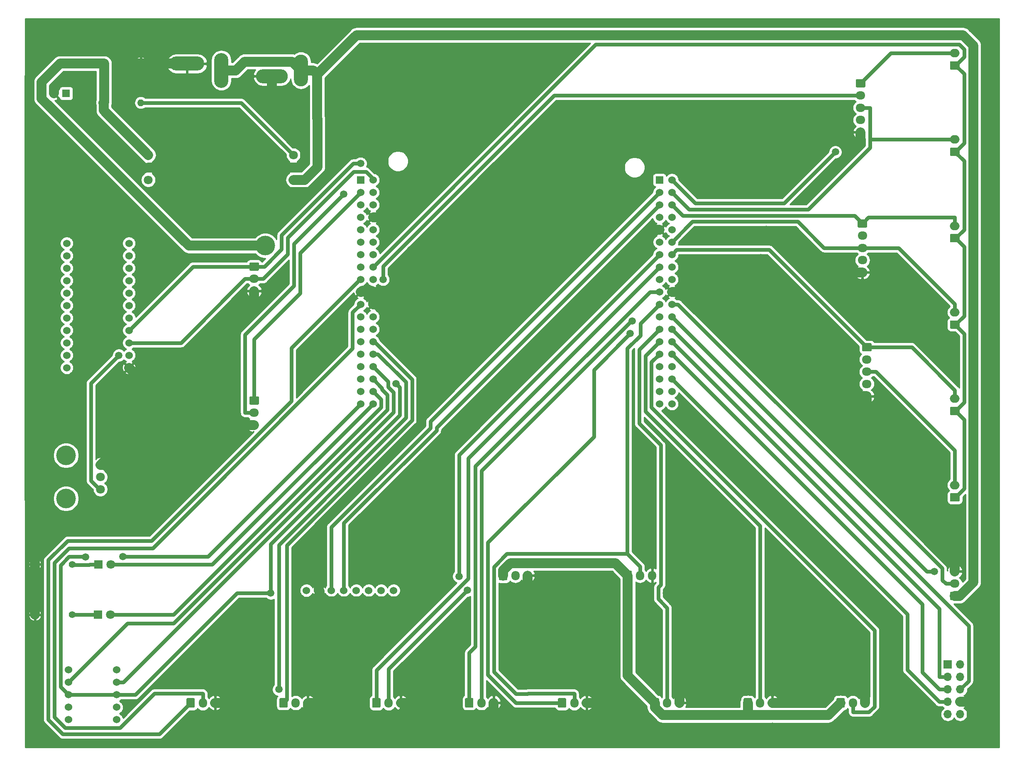
<source format=gbr>
G04 #@! TF.GenerationSoftware,KiCad,Pcbnew,(5.1.0)-1*
G04 #@! TF.CreationDate,2022-07-04T21:30:28+09:00*
G04 #@! TF.ProjectId,2022NHK_Include,32303232-4e48-44b5-9f49-6e636c756465,rev?*
G04 #@! TF.SameCoordinates,Original*
G04 #@! TF.FileFunction,Copper,L1,Top*
G04 #@! TF.FilePolarity,Positive*
%FSLAX46Y46*%
G04 Gerber Fmt 4.6, Leading zero omitted, Abs format (unit mm)*
G04 Created by KiCad (PCBNEW (5.1.0)-1) date 2022-07-04 21:30:28*
%MOMM*%
%LPD*%
G04 APERTURE LIST*
%ADD10C,1.800000*%
%ADD11C,1.600000*%
%ADD12R,1.600000X1.600000*%
%ADD13O,1.600000X1.600000*%
%ADD14R,1.800000X1.800000*%
%ADD15O,2.900000X6.500000*%
%ADD16O,6.500000X2.900000*%
%ADD17O,2.000000X1.700000*%
%ADD18C,0.100000*%
%ADD19C,1.700000*%
%ADD20O,1.700000X1.950000*%
%ADD21O,1.950000X1.700000*%
%ADD22O,1.700000X1.700000*%
%ADD23R,1.700000X1.700000*%
%ADD24O,1.400000X1.400000*%
%ADD25C,1.400000*%
%ADD26C,1.524000*%
%ADD27C,1.530000*%
%ADD28R,1.530000X1.530000*%
%ADD29C,4.000000*%
%ADD30O,2.900000X7.100000*%
%ADD31O,7.100000X2.900000*%
%ADD32C,1.500000*%
%ADD33C,2.000000*%
%ADD34C,1.599800*%
%ADD35C,1.529800*%
%ADD36C,0.750000*%
%ADD37C,0.254000*%
G04 APERTURE END LIST*
D10*
X73660000Y-42037000D03*
X73660000Y-44577000D03*
X73660000Y-47117000D03*
X44069000Y-42037000D03*
X44069000Y-44577000D03*
X44069000Y-47117000D03*
D11*
X24805000Y-29464000D03*
D12*
X27305000Y-29464000D03*
D13*
X42552000Y-23368000D03*
D11*
X35052000Y-23368000D03*
D10*
X36449000Y-125603000D03*
D14*
X33909000Y-125603000D03*
D10*
X36322000Y-135890000D03*
D14*
X33782000Y-135890000D03*
D15*
X75208000Y-24765000D03*
D16*
X69308000Y-25940000D03*
D17*
X208588000Y-21249000D03*
D18*
G36*
X209362504Y-22900204D02*
G01*
X209386773Y-22903804D01*
X209410571Y-22909765D01*
X209433671Y-22918030D01*
X209455849Y-22928520D01*
X209476893Y-22941133D01*
X209496598Y-22955747D01*
X209514777Y-22972223D01*
X209531253Y-22990402D01*
X209545867Y-23010107D01*
X209558480Y-23031151D01*
X209568970Y-23053329D01*
X209577235Y-23076429D01*
X209583196Y-23100227D01*
X209586796Y-23124496D01*
X209588000Y-23149000D01*
X209588000Y-24349000D01*
X209586796Y-24373504D01*
X209583196Y-24397773D01*
X209577235Y-24421571D01*
X209568970Y-24444671D01*
X209558480Y-24466849D01*
X209545867Y-24487893D01*
X209531253Y-24507598D01*
X209514777Y-24525777D01*
X209496598Y-24542253D01*
X209476893Y-24556867D01*
X209455849Y-24569480D01*
X209433671Y-24579970D01*
X209410571Y-24588235D01*
X209386773Y-24594196D01*
X209362504Y-24597796D01*
X209338000Y-24599000D01*
X207838000Y-24599000D01*
X207813496Y-24597796D01*
X207789227Y-24594196D01*
X207765429Y-24588235D01*
X207742329Y-24579970D01*
X207720151Y-24569480D01*
X207699107Y-24556867D01*
X207679402Y-24542253D01*
X207661223Y-24525777D01*
X207644747Y-24507598D01*
X207630133Y-24487893D01*
X207617520Y-24466849D01*
X207607030Y-24444671D01*
X207598765Y-24421571D01*
X207592804Y-24397773D01*
X207589204Y-24373504D01*
X207588000Y-24349000D01*
X207588000Y-23149000D01*
X207589204Y-23124496D01*
X207592804Y-23100227D01*
X207598765Y-23076429D01*
X207607030Y-23053329D01*
X207617520Y-23031151D01*
X207630133Y-23010107D01*
X207644747Y-22990402D01*
X207661223Y-22972223D01*
X207679402Y-22955747D01*
X207699107Y-22941133D01*
X207720151Y-22928520D01*
X207742329Y-22918030D01*
X207765429Y-22909765D01*
X207789227Y-22903804D01*
X207813496Y-22900204D01*
X207838000Y-22899000D01*
X209338000Y-22899000D01*
X209362504Y-22900204D01*
X209362504Y-22900204D01*
G37*
D19*
X208588000Y-23749000D03*
D17*
X208588000Y-38884900D03*
D18*
G36*
X209362504Y-40536104D02*
G01*
X209386773Y-40539704D01*
X209410571Y-40545665D01*
X209433671Y-40553930D01*
X209455849Y-40564420D01*
X209476893Y-40577033D01*
X209496598Y-40591647D01*
X209514777Y-40608123D01*
X209531253Y-40626302D01*
X209545867Y-40646007D01*
X209558480Y-40667051D01*
X209568970Y-40689229D01*
X209577235Y-40712329D01*
X209583196Y-40736127D01*
X209586796Y-40760396D01*
X209588000Y-40784900D01*
X209588000Y-41984900D01*
X209586796Y-42009404D01*
X209583196Y-42033673D01*
X209577235Y-42057471D01*
X209568970Y-42080571D01*
X209558480Y-42102749D01*
X209545867Y-42123793D01*
X209531253Y-42143498D01*
X209514777Y-42161677D01*
X209496598Y-42178153D01*
X209476893Y-42192767D01*
X209455849Y-42205380D01*
X209433671Y-42215870D01*
X209410571Y-42224135D01*
X209386773Y-42230096D01*
X209362504Y-42233696D01*
X209338000Y-42234900D01*
X207838000Y-42234900D01*
X207813496Y-42233696D01*
X207789227Y-42230096D01*
X207765429Y-42224135D01*
X207742329Y-42215870D01*
X207720151Y-42205380D01*
X207699107Y-42192767D01*
X207679402Y-42178153D01*
X207661223Y-42161677D01*
X207644747Y-42143498D01*
X207630133Y-42123793D01*
X207617520Y-42102749D01*
X207607030Y-42080571D01*
X207598765Y-42057471D01*
X207592804Y-42033673D01*
X207589204Y-42009404D01*
X207588000Y-41984900D01*
X207588000Y-40784900D01*
X207589204Y-40760396D01*
X207592804Y-40736127D01*
X207598765Y-40712329D01*
X207607030Y-40689229D01*
X207617520Y-40667051D01*
X207630133Y-40646007D01*
X207644747Y-40626302D01*
X207661223Y-40608123D01*
X207679402Y-40591647D01*
X207699107Y-40577033D01*
X207720151Y-40564420D01*
X207742329Y-40553930D01*
X207765429Y-40545665D01*
X207789227Y-40539704D01*
X207813496Y-40536104D01*
X207838000Y-40534900D01*
X209338000Y-40534900D01*
X209362504Y-40536104D01*
X209362504Y-40536104D01*
G37*
D19*
X208588000Y-41384900D03*
D17*
X208588000Y-56520700D03*
D18*
G36*
X209362504Y-58171904D02*
G01*
X209386773Y-58175504D01*
X209410571Y-58181465D01*
X209433671Y-58189730D01*
X209455849Y-58200220D01*
X209476893Y-58212833D01*
X209496598Y-58227447D01*
X209514777Y-58243923D01*
X209531253Y-58262102D01*
X209545867Y-58281807D01*
X209558480Y-58302851D01*
X209568970Y-58325029D01*
X209577235Y-58348129D01*
X209583196Y-58371927D01*
X209586796Y-58396196D01*
X209588000Y-58420700D01*
X209588000Y-59620700D01*
X209586796Y-59645204D01*
X209583196Y-59669473D01*
X209577235Y-59693271D01*
X209568970Y-59716371D01*
X209558480Y-59738549D01*
X209545867Y-59759593D01*
X209531253Y-59779298D01*
X209514777Y-59797477D01*
X209496598Y-59813953D01*
X209476893Y-59828567D01*
X209455849Y-59841180D01*
X209433671Y-59851670D01*
X209410571Y-59859935D01*
X209386773Y-59865896D01*
X209362504Y-59869496D01*
X209338000Y-59870700D01*
X207838000Y-59870700D01*
X207813496Y-59869496D01*
X207789227Y-59865896D01*
X207765429Y-59859935D01*
X207742329Y-59851670D01*
X207720151Y-59841180D01*
X207699107Y-59828567D01*
X207679402Y-59813953D01*
X207661223Y-59797477D01*
X207644747Y-59779298D01*
X207630133Y-59759593D01*
X207617520Y-59738549D01*
X207607030Y-59716371D01*
X207598765Y-59693271D01*
X207592804Y-59669473D01*
X207589204Y-59645204D01*
X207588000Y-59620700D01*
X207588000Y-58420700D01*
X207589204Y-58396196D01*
X207592804Y-58371927D01*
X207598765Y-58348129D01*
X207607030Y-58325029D01*
X207617520Y-58302851D01*
X207630133Y-58281807D01*
X207644747Y-58262102D01*
X207661223Y-58243923D01*
X207679402Y-58227447D01*
X207699107Y-58212833D01*
X207720151Y-58200220D01*
X207742329Y-58189730D01*
X207765429Y-58181465D01*
X207789227Y-58175504D01*
X207813496Y-58171904D01*
X207838000Y-58170700D01*
X209338000Y-58170700D01*
X209362504Y-58171904D01*
X209362504Y-58171904D01*
G37*
D19*
X208588000Y-59020700D03*
D17*
X208588000Y-74156600D03*
D18*
G36*
X209362504Y-75807804D02*
G01*
X209386773Y-75811404D01*
X209410571Y-75817365D01*
X209433671Y-75825630D01*
X209455849Y-75836120D01*
X209476893Y-75848733D01*
X209496598Y-75863347D01*
X209514777Y-75879823D01*
X209531253Y-75898002D01*
X209545867Y-75917707D01*
X209558480Y-75938751D01*
X209568970Y-75960929D01*
X209577235Y-75984029D01*
X209583196Y-76007827D01*
X209586796Y-76032096D01*
X209588000Y-76056600D01*
X209588000Y-77256600D01*
X209586796Y-77281104D01*
X209583196Y-77305373D01*
X209577235Y-77329171D01*
X209568970Y-77352271D01*
X209558480Y-77374449D01*
X209545867Y-77395493D01*
X209531253Y-77415198D01*
X209514777Y-77433377D01*
X209496598Y-77449853D01*
X209476893Y-77464467D01*
X209455849Y-77477080D01*
X209433671Y-77487570D01*
X209410571Y-77495835D01*
X209386773Y-77501796D01*
X209362504Y-77505396D01*
X209338000Y-77506600D01*
X207838000Y-77506600D01*
X207813496Y-77505396D01*
X207789227Y-77501796D01*
X207765429Y-77495835D01*
X207742329Y-77487570D01*
X207720151Y-77477080D01*
X207699107Y-77464467D01*
X207679402Y-77449853D01*
X207661223Y-77433377D01*
X207644747Y-77415198D01*
X207630133Y-77395493D01*
X207617520Y-77374449D01*
X207607030Y-77352271D01*
X207598765Y-77329171D01*
X207592804Y-77305373D01*
X207589204Y-77281104D01*
X207588000Y-77256600D01*
X207588000Y-76056600D01*
X207589204Y-76032096D01*
X207592804Y-76007827D01*
X207598765Y-75984029D01*
X207607030Y-75960929D01*
X207617520Y-75938751D01*
X207630133Y-75917707D01*
X207644747Y-75898002D01*
X207661223Y-75879823D01*
X207679402Y-75863347D01*
X207699107Y-75848733D01*
X207720151Y-75836120D01*
X207742329Y-75825630D01*
X207765429Y-75817365D01*
X207789227Y-75811404D01*
X207813496Y-75807804D01*
X207838000Y-75806600D01*
X209338000Y-75806600D01*
X209362504Y-75807804D01*
X209362504Y-75807804D01*
G37*
D19*
X208588000Y-76656600D03*
D17*
X208588000Y-91792400D03*
D18*
G36*
X209362504Y-93443604D02*
G01*
X209386773Y-93447204D01*
X209410571Y-93453165D01*
X209433671Y-93461430D01*
X209455849Y-93471920D01*
X209476893Y-93484533D01*
X209496598Y-93499147D01*
X209514777Y-93515623D01*
X209531253Y-93533802D01*
X209545867Y-93553507D01*
X209558480Y-93574551D01*
X209568970Y-93596729D01*
X209577235Y-93619829D01*
X209583196Y-93643627D01*
X209586796Y-93667896D01*
X209588000Y-93692400D01*
X209588000Y-94892400D01*
X209586796Y-94916904D01*
X209583196Y-94941173D01*
X209577235Y-94964971D01*
X209568970Y-94988071D01*
X209558480Y-95010249D01*
X209545867Y-95031293D01*
X209531253Y-95050998D01*
X209514777Y-95069177D01*
X209496598Y-95085653D01*
X209476893Y-95100267D01*
X209455849Y-95112880D01*
X209433671Y-95123370D01*
X209410571Y-95131635D01*
X209386773Y-95137596D01*
X209362504Y-95141196D01*
X209338000Y-95142400D01*
X207838000Y-95142400D01*
X207813496Y-95141196D01*
X207789227Y-95137596D01*
X207765429Y-95131635D01*
X207742329Y-95123370D01*
X207720151Y-95112880D01*
X207699107Y-95100267D01*
X207679402Y-95085653D01*
X207661223Y-95069177D01*
X207644747Y-95050998D01*
X207630133Y-95031293D01*
X207617520Y-95010249D01*
X207607030Y-94988071D01*
X207598765Y-94964971D01*
X207592804Y-94941173D01*
X207589204Y-94916904D01*
X207588000Y-94892400D01*
X207588000Y-93692400D01*
X207589204Y-93667896D01*
X207592804Y-93643627D01*
X207598765Y-93619829D01*
X207607030Y-93596729D01*
X207617520Y-93574551D01*
X207630133Y-93553507D01*
X207644747Y-93533802D01*
X207661223Y-93515623D01*
X207679402Y-93499147D01*
X207699107Y-93484533D01*
X207720151Y-93471920D01*
X207742329Y-93461430D01*
X207765429Y-93453165D01*
X207789227Y-93447204D01*
X207813496Y-93443604D01*
X207838000Y-93442400D01*
X209338000Y-93442400D01*
X209362504Y-93443604D01*
X209362504Y-93443604D01*
G37*
D19*
X208588000Y-94292400D03*
D17*
X208588000Y-109428000D03*
D18*
G36*
X209362504Y-111079204D02*
G01*
X209386773Y-111082804D01*
X209410571Y-111088765D01*
X209433671Y-111097030D01*
X209455849Y-111107520D01*
X209476893Y-111120133D01*
X209496598Y-111134747D01*
X209514777Y-111151223D01*
X209531253Y-111169402D01*
X209545867Y-111189107D01*
X209558480Y-111210151D01*
X209568970Y-111232329D01*
X209577235Y-111255429D01*
X209583196Y-111279227D01*
X209586796Y-111303496D01*
X209588000Y-111328000D01*
X209588000Y-112528000D01*
X209586796Y-112552504D01*
X209583196Y-112576773D01*
X209577235Y-112600571D01*
X209568970Y-112623671D01*
X209558480Y-112645849D01*
X209545867Y-112666893D01*
X209531253Y-112686598D01*
X209514777Y-112704777D01*
X209496598Y-112721253D01*
X209476893Y-112735867D01*
X209455849Y-112748480D01*
X209433671Y-112758970D01*
X209410571Y-112767235D01*
X209386773Y-112773196D01*
X209362504Y-112776796D01*
X209338000Y-112778000D01*
X207838000Y-112778000D01*
X207813496Y-112776796D01*
X207789227Y-112773196D01*
X207765429Y-112767235D01*
X207742329Y-112758970D01*
X207720151Y-112748480D01*
X207699107Y-112735867D01*
X207679402Y-112721253D01*
X207661223Y-112704777D01*
X207644747Y-112686598D01*
X207630133Y-112666893D01*
X207617520Y-112645849D01*
X207607030Y-112623671D01*
X207598765Y-112600571D01*
X207592804Y-112576773D01*
X207589204Y-112552504D01*
X207588000Y-112528000D01*
X207588000Y-111328000D01*
X207589204Y-111303496D01*
X207592804Y-111279227D01*
X207598765Y-111255429D01*
X207607030Y-111232329D01*
X207617520Y-111210151D01*
X207630133Y-111189107D01*
X207644747Y-111169402D01*
X207661223Y-111151223D01*
X207679402Y-111134747D01*
X207699107Y-111120133D01*
X207720151Y-111107520D01*
X207742329Y-111097030D01*
X207765429Y-111088765D01*
X207789227Y-111082804D01*
X207813496Y-111079204D01*
X207838000Y-111078000D01*
X209338000Y-111078000D01*
X209362504Y-111079204D01*
X209362504Y-111079204D01*
G37*
D19*
X208588000Y-111928000D03*
D20*
X95587300Y-153889000D03*
X93087300Y-153889000D03*
D18*
G36*
X91211804Y-152915204D02*
G01*
X91236073Y-152918804D01*
X91259871Y-152924765D01*
X91282971Y-152933030D01*
X91305149Y-152943520D01*
X91326193Y-152956133D01*
X91345898Y-152970747D01*
X91364077Y-152987223D01*
X91380553Y-153005402D01*
X91395167Y-153025107D01*
X91407780Y-153046151D01*
X91418270Y-153068329D01*
X91426535Y-153091429D01*
X91432496Y-153115227D01*
X91436096Y-153139496D01*
X91437300Y-153164000D01*
X91437300Y-154614000D01*
X91436096Y-154638504D01*
X91432496Y-154662773D01*
X91426535Y-154686571D01*
X91418270Y-154709671D01*
X91407780Y-154731849D01*
X91395167Y-154752893D01*
X91380553Y-154772598D01*
X91364077Y-154790777D01*
X91345898Y-154807253D01*
X91326193Y-154821867D01*
X91305149Y-154834480D01*
X91282971Y-154844970D01*
X91259871Y-154853235D01*
X91236073Y-154859196D01*
X91211804Y-154862796D01*
X91187300Y-154864000D01*
X89987300Y-154864000D01*
X89962796Y-154862796D01*
X89938527Y-154859196D01*
X89914729Y-154853235D01*
X89891629Y-154844970D01*
X89869451Y-154834480D01*
X89848407Y-154821867D01*
X89828702Y-154807253D01*
X89810523Y-154790777D01*
X89794047Y-154772598D01*
X89779433Y-154752893D01*
X89766820Y-154731849D01*
X89756330Y-154709671D01*
X89748065Y-154686571D01*
X89742104Y-154662773D01*
X89738504Y-154638504D01*
X89737300Y-154614000D01*
X89737300Y-153164000D01*
X89738504Y-153139496D01*
X89742104Y-153115227D01*
X89748065Y-153091429D01*
X89756330Y-153068329D01*
X89766820Y-153046151D01*
X89779433Y-153025107D01*
X89794047Y-153005402D01*
X89810523Y-152987223D01*
X89828702Y-152970747D01*
X89848407Y-152956133D01*
X89869451Y-152943520D01*
X89891629Y-152933030D01*
X89914729Y-152924765D01*
X89938527Y-152918804D01*
X89962796Y-152915204D01*
X89987300Y-152914000D01*
X91187300Y-152914000D01*
X91211804Y-152915204D01*
X91211804Y-152915204D01*
G37*
D19*
X90587300Y-153889000D03*
D20*
X114528000Y-153889000D03*
X112028000Y-153889000D03*
D18*
G36*
X110152504Y-152915204D02*
G01*
X110176773Y-152918804D01*
X110200571Y-152924765D01*
X110223671Y-152933030D01*
X110245849Y-152943520D01*
X110266893Y-152956133D01*
X110286598Y-152970747D01*
X110304777Y-152987223D01*
X110321253Y-153005402D01*
X110335867Y-153025107D01*
X110348480Y-153046151D01*
X110358970Y-153068329D01*
X110367235Y-153091429D01*
X110373196Y-153115227D01*
X110376796Y-153139496D01*
X110378000Y-153164000D01*
X110378000Y-154614000D01*
X110376796Y-154638504D01*
X110373196Y-154662773D01*
X110367235Y-154686571D01*
X110358970Y-154709671D01*
X110348480Y-154731849D01*
X110335867Y-154752893D01*
X110321253Y-154772598D01*
X110304777Y-154790777D01*
X110286598Y-154807253D01*
X110266893Y-154821867D01*
X110245849Y-154834480D01*
X110223671Y-154844970D01*
X110200571Y-154853235D01*
X110176773Y-154859196D01*
X110152504Y-154862796D01*
X110128000Y-154864000D01*
X108928000Y-154864000D01*
X108903496Y-154862796D01*
X108879227Y-154859196D01*
X108855429Y-154853235D01*
X108832329Y-154844970D01*
X108810151Y-154834480D01*
X108789107Y-154821867D01*
X108769402Y-154807253D01*
X108751223Y-154790777D01*
X108734747Y-154772598D01*
X108720133Y-154752893D01*
X108707520Y-154731849D01*
X108697030Y-154709671D01*
X108688765Y-154686571D01*
X108682804Y-154662773D01*
X108679204Y-154638504D01*
X108678000Y-154614000D01*
X108678000Y-153164000D01*
X108679204Y-153139496D01*
X108682804Y-153115227D01*
X108688765Y-153091429D01*
X108697030Y-153068329D01*
X108707520Y-153046151D01*
X108720133Y-153025107D01*
X108734747Y-153005402D01*
X108751223Y-152987223D01*
X108769402Y-152970747D01*
X108789107Y-152956133D01*
X108810151Y-152943520D01*
X108832329Y-152933030D01*
X108855429Y-152924765D01*
X108879227Y-152918804D01*
X108903496Y-152915204D01*
X108928000Y-152914000D01*
X110128000Y-152914000D01*
X110152504Y-152915204D01*
X110152504Y-152915204D01*
G37*
D19*
X109528000Y-153889000D03*
D20*
X133470000Y-153889000D03*
X130970000Y-153889000D03*
D18*
G36*
X129094504Y-152915204D02*
G01*
X129118773Y-152918804D01*
X129142571Y-152924765D01*
X129165671Y-152933030D01*
X129187849Y-152943520D01*
X129208893Y-152956133D01*
X129228598Y-152970747D01*
X129246777Y-152987223D01*
X129263253Y-153005402D01*
X129277867Y-153025107D01*
X129290480Y-153046151D01*
X129300970Y-153068329D01*
X129309235Y-153091429D01*
X129315196Y-153115227D01*
X129318796Y-153139496D01*
X129320000Y-153164000D01*
X129320000Y-154614000D01*
X129318796Y-154638504D01*
X129315196Y-154662773D01*
X129309235Y-154686571D01*
X129300970Y-154709671D01*
X129290480Y-154731849D01*
X129277867Y-154752893D01*
X129263253Y-154772598D01*
X129246777Y-154790777D01*
X129228598Y-154807253D01*
X129208893Y-154821867D01*
X129187849Y-154834480D01*
X129165671Y-154844970D01*
X129142571Y-154853235D01*
X129118773Y-154859196D01*
X129094504Y-154862796D01*
X129070000Y-154864000D01*
X127870000Y-154864000D01*
X127845496Y-154862796D01*
X127821227Y-154859196D01*
X127797429Y-154853235D01*
X127774329Y-154844970D01*
X127752151Y-154834480D01*
X127731107Y-154821867D01*
X127711402Y-154807253D01*
X127693223Y-154790777D01*
X127676747Y-154772598D01*
X127662133Y-154752893D01*
X127649520Y-154731849D01*
X127639030Y-154709671D01*
X127630765Y-154686571D01*
X127624804Y-154662773D01*
X127621204Y-154638504D01*
X127620000Y-154614000D01*
X127620000Y-153164000D01*
X127621204Y-153139496D01*
X127624804Y-153115227D01*
X127630765Y-153091429D01*
X127639030Y-153068329D01*
X127649520Y-153046151D01*
X127662133Y-153025107D01*
X127676747Y-153005402D01*
X127693223Y-152987223D01*
X127711402Y-152970747D01*
X127731107Y-152956133D01*
X127752151Y-152943520D01*
X127774329Y-152933030D01*
X127797429Y-152924765D01*
X127821227Y-152918804D01*
X127845496Y-152915204D01*
X127870000Y-152914000D01*
X129070000Y-152914000D01*
X129094504Y-152915204D01*
X129094504Y-152915204D01*
G37*
D19*
X128470000Y-153889000D03*
D21*
X208588000Y-127064000D03*
X208588000Y-129564000D03*
D18*
G36*
X209337504Y-131215204D02*
G01*
X209361773Y-131218804D01*
X209385571Y-131224765D01*
X209408671Y-131233030D01*
X209430849Y-131243520D01*
X209451893Y-131256133D01*
X209471598Y-131270747D01*
X209489777Y-131287223D01*
X209506253Y-131305402D01*
X209520867Y-131325107D01*
X209533480Y-131346151D01*
X209543970Y-131368329D01*
X209552235Y-131391429D01*
X209558196Y-131415227D01*
X209561796Y-131439496D01*
X209563000Y-131464000D01*
X209563000Y-132664000D01*
X209561796Y-132688504D01*
X209558196Y-132712773D01*
X209552235Y-132736571D01*
X209543970Y-132759671D01*
X209533480Y-132781849D01*
X209520867Y-132802893D01*
X209506253Y-132822598D01*
X209489777Y-132840777D01*
X209471598Y-132857253D01*
X209451893Y-132871867D01*
X209430849Y-132884480D01*
X209408671Y-132894970D01*
X209385571Y-132903235D01*
X209361773Y-132909196D01*
X209337504Y-132912796D01*
X209313000Y-132914000D01*
X207863000Y-132914000D01*
X207838496Y-132912796D01*
X207814227Y-132909196D01*
X207790429Y-132903235D01*
X207767329Y-132894970D01*
X207745151Y-132884480D01*
X207724107Y-132871867D01*
X207704402Y-132857253D01*
X207686223Y-132840777D01*
X207669747Y-132822598D01*
X207655133Y-132802893D01*
X207642520Y-132781849D01*
X207632030Y-132759671D01*
X207623765Y-132736571D01*
X207617804Y-132712773D01*
X207614204Y-132688504D01*
X207613000Y-132664000D01*
X207613000Y-131464000D01*
X207614204Y-131439496D01*
X207617804Y-131415227D01*
X207623765Y-131391429D01*
X207632030Y-131368329D01*
X207642520Y-131346151D01*
X207655133Y-131325107D01*
X207669747Y-131305402D01*
X207686223Y-131287223D01*
X207704402Y-131270747D01*
X207724107Y-131256133D01*
X207745151Y-131243520D01*
X207767329Y-131233030D01*
X207790429Y-131224765D01*
X207814227Y-131218804D01*
X207838496Y-131215204D01*
X207863000Y-131214000D01*
X209313000Y-131214000D01*
X209337504Y-131215204D01*
X209337504Y-131215204D01*
G37*
D19*
X208588000Y-132064000D03*
D20*
X190293000Y-153889000D03*
X187793000Y-153889000D03*
D18*
G36*
X185917504Y-152915204D02*
G01*
X185941773Y-152918804D01*
X185965571Y-152924765D01*
X185988671Y-152933030D01*
X186010849Y-152943520D01*
X186031893Y-152956133D01*
X186051598Y-152970747D01*
X186069777Y-152987223D01*
X186086253Y-153005402D01*
X186100867Y-153025107D01*
X186113480Y-153046151D01*
X186123970Y-153068329D01*
X186132235Y-153091429D01*
X186138196Y-153115227D01*
X186141796Y-153139496D01*
X186143000Y-153164000D01*
X186143000Y-154614000D01*
X186141796Y-154638504D01*
X186138196Y-154662773D01*
X186132235Y-154686571D01*
X186123970Y-154709671D01*
X186113480Y-154731849D01*
X186100867Y-154752893D01*
X186086253Y-154772598D01*
X186069777Y-154790777D01*
X186051598Y-154807253D01*
X186031893Y-154821867D01*
X186010849Y-154834480D01*
X185988671Y-154844970D01*
X185965571Y-154853235D01*
X185941773Y-154859196D01*
X185917504Y-154862796D01*
X185893000Y-154864000D01*
X184693000Y-154864000D01*
X184668496Y-154862796D01*
X184644227Y-154859196D01*
X184620429Y-154853235D01*
X184597329Y-154844970D01*
X184575151Y-154834480D01*
X184554107Y-154821867D01*
X184534402Y-154807253D01*
X184516223Y-154790777D01*
X184499747Y-154772598D01*
X184485133Y-154752893D01*
X184472520Y-154731849D01*
X184462030Y-154709671D01*
X184453765Y-154686571D01*
X184447804Y-154662773D01*
X184444204Y-154638504D01*
X184443000Y-154614000D01*
X184443000Y-153164000D01*
X184444204Y-153139496D01*
X184447804Y-153115227D01*
X184453765Y-153091429D01*
X184462030Y-153068329D01*
X184472520Y-153046151D01*
X184485133Y-153025107D01*
X184499747Y-153005402D01*
X184516223Y-152987223D01*
X184534402Y-152970747D01*
X184554107Y-152956133D01*
X184575151Y-152943520D01*
X184597329Y-152933030D01*
X184620429Y-152924765D01*
X184644227Y-152918804D01*
X184668496Y-152915204D01*
X184693000Y-152914000D01*
X185893000Y-152914000D01*
X185917504Y-152915204D01*
X185917504Y-152915204D01*
G37*
D19*
X185293000Y-153889000D03*
D20*
X171352000Y-153889000D03*
X168852000Y-153889000D03*
D18*
G36*
X166976504Y-152915204D02*
G01*
X167000773Y-152918804D01*
X167024571Y-152924765D01*
X167047671Y-152933030D01*
X167069849Y-152943520D01*
X167090893Y-152956133D01*
X167110598Y-152970747D01*
X167128777Y-152987223D01*
X167145253Y-153005402D01*
X167159867Y-153025107D01*
X167172480Y-153046151D01*
X167182970Y-153068329D01*
X167191235Y-153091429D01*
X167197196Y-153115227D01*
X167200796Y-153139496D01*
X167202000Y-153164000D01*
X167202000Y-154614000D01*
X167200796Y-154638504D01*
X167197196Y-154662773D01*
X167191235Y-154686571D01*
X167182970Y-154709671D01*
X167172480Y-154731849D01*
X167159867Y-154752893D01*
X167145253Y-154772598D01*
X167128777Y-154790777D01*
X167110598Y-154807253D01*
X167090893Y-154821867D01*
X167069849Y-154834480D01*
X167047671Y-154844970D01*
X167024571Y-154853235D01*
X167000773Y-154859196D01*
X166976504Y-154862796D01*
X166952000Y-154864000D01*
X165752000Y-154864000D01*
X165727496Y-154862796D01*
X165703227Y-154859196D01*
X165679429Y-154853235D01*
X165656329Y-154844970D01*
X165634151Y-154834480D01*
X165613107Y-154821867D01*
X165593402Y-154807253D01*
X165575223Y-154790777D01*
X165558747Y-154772598D01*
X165544133Y-154752893D01*
X165531520Y-154731849D01*
X165521030Y-154709671D01*
X165512765Y-154686571D01*
X165506804Y-154662773D01*
X165503204Y-154638504D01*
X165502000Y-154614000D01*
X165502000Y-153164000D01*
X165503204Y-153139496D01*
X165506804Y-153115227D01*
X165512765Y-153091429D01*
X165521030Y-153068329D01*
X165531520Y-153046151D01*
X165544133Y-153025107D01*
X165558747Y-153005402D01*
X165575223Y-152987223D01*
X165593402Y-152970747D01*
X165613107Y-152956133D01*
X165634151Y-152943520D01*
X165656329Y-152933030D01*
X165679429Y-152924765D01*
X165703227Y-152918804D01*
X165727496Y-152915204D01*
X165752000Y-152914000D01*
X166952000Y-152914000D01*
X166976504Y-152915204D01*
X166976504Y-152915204D01*
G37*
D19*
X166352000Y-153889000D03*
D20*
X152411000Y-153889000D03*
X149911000Y-153889000D03*
D18*
G36*
X148035504Y-152915204D02*
G01*
X148059773Y-152918804D01*
X148083571Y-152924765D01*
X148106671Y-152933030D01*
X148128849Y-152943520D01*
X148149893Y-152956133D01*
X148169598Y-152970747D01*
X148187777Y-152987223D01*
X148204253Y-153005402D01*
X148218867Y-153025107D01*
X148231480Y-153046151D01*
X148241970Y-153068329D01*
X148250235Y-153091429D01*
X148256196Y-153115227D01*
X148259796Y-153139496D01*
X148261000Y-153164000D01*
X148261000Y-154614000D01*
X148259796Y-154638504D01*
X148256196Y-154662773D01*
X148250235Y-154686571D01*
X148241970Y-154709671D01*
X148231480Y-154731849D01*
X148218867Y-154752893D01*
X148204253Y-154772598D01*
X148187777Y-154790777D01*
X148169598Y-154807253D01*
X148149893Y-154821867D01*
X148128849Y-154834480D01*
X148106671Y-154844970D01*
X148083571Y-154853235D01*
X148059773Y-154859196D01*
X148035504Y-154862796D01*
X148011000Y-154864000D01*
X146811000Y-154864000D01*
X146786496Y-154862796D01*
X146762227Y-154859196D01*
X146738429Y-154853235D01*
X146715329Y-154844970D01*
X146693151Y-154834480D01*
X146672107Y-154821867D01*
X146652402Y-154807253D01*
X146634223Y-154790777D01*
X146617747Y-154772598D01*
X146603133Y-154752893D01*
X146590520Y-154731849D01*
X146580030Y-154709671D01*
X146571765Y-154686571D01*
X146565804Y-154662773D01*
X146562204Y-154638504D01*
X146561000Y-154614000D01*
X146561000Y-153164000D01*
X146562204Y-153139496D01*
X146565804Y-153115227D01*
X146571765Y-153091429D01*
X146580030Y-153068329D01*
X146590520Y-153046151D01*
X146603133Y-153025107D01*
X146617747Y-153005402D01*
X146634223Y-152987223D01*
X146652402Y-152970747D01*
X146672107Y-152956133D01*
X146693151Y-152943520D01*
X146715329Y-152933030D01*
X146738429Y-152924765D01*
X146762227Y-152918804D01*
X146786496Y-152915204D01*
X146811000Y-152914000D01*
X148011000Y-152914000D01*
X148035504Y-152915204D01*
X148035504Y-152915204D01*
G37*
D19*
X147411000Y-153889000D03*
D22*
X209677000Y-156210000D03*
X207137000Y-156210000D03*
X209677000Y-153670000D03*
X207137000Y-153670000D03*
X209677000Y-151130000D03*
X207137000Y-151130000D03*
X209677000Y-148590000D03*
X207137000Y-148590000D03*
X209677000Y-146050000D03*
D23*
X207137000Y-146050000D03*
D24*
X20955000Y-125603000D03*
D25*
X28575000Y-125603000D03*
D24*
X20955000Y-135890000D03*
D25*
X28575000Y-135890000D03*
D26*
X27432000Y-85471000D03*
X27432000Y-82931000D03*
X27432000Y-80391000D03*
X27432000Y-77851000D03*
X27432000Y-75311000D03*
X27432000Y-72771000D03*
X27432000Y-70231000D03*
X27432000Y-67691000D03*
X27432000Y-65151000D03*
X27432000Y-62611000D03*
X27432000Y-60071000D03*
X40132000Y-60071000D03*
X40132000Y-62611000D03*
X40132000Y-65151000D03*
X40132000Y-67691000D03*
X40132000Y-70231000D03*
X40132000Y-72771000D03*
X40132000Y-75311000D03*
X40132000Y-77851000D03*
X40132000Y-80391000D03*
X40132000Y-82931000D03*
X40132000Y-85471000D03*
X94107000Y-130937000D03*
X91567000Y-130937000D03*
X89027000Y-130937000D03*
X86487000Y-130937000D03*
X83947000Y-130937000D03*
X81407000Y-130937000D03*
X78867000Y-130937000D03*
X76327000Y-130937000D03*
D24*
X42545000Y-31369000D03*
D25*
X34925000Y-31369000D03*
D26*
X27813000Y-157331000D03*
X27813000Y-147171000D03*
X27813000Y-154791000D03*
X27813000Y-149711000D03*
X27813000Y-152251000D03*
X37592000Y-157331000D03*
X37592000Y-147171000D03*
X37592000Y-154791000D03*
X37592000Y-149711000D03*
X37592000Y-152251000D03*
D27*
X87376000Y-62372000D03*
X87376000Y-72532000D03*
X89916000Y-64912000D03*
X87376000Y-87772000D03*
D28*
X87376000Y-47132000D03*
D27*
X89916000Y-72532000D03*
X89916000Y-92852000D03*
X87376000Y-59832000D03*
X89916000Y-67452000D03*
X89916000Y-69992000D03*
X89916000Y-75072000D03*
X89916000Y-80152000D03*
X150876000Y-47132000D03*
X148336000Y-92852000D03*
X148336000Y-49672000D03*
X148336000Y-52212000D03*
X150876000Y-52212000D03*
X148336000Y-54752000D03*
X150876000Y-54752000D03*
X148336000Y-57292000D03*
X89916000Y-62372000D03*
X87376000Y-54752000D03*
X87376000Y-67452000D03*
X89916000Y-77612000D03*
X89916000Y-85232000D03*
X150876000Y-49672000D03*
X150876000Y-57292000D03*
X148336000Y-59832000D03*
X150876000Y-59832000D03*
X89916000Y-59832000D03*
X89916000Y-54752000D03*
X89916000Y-52212000D03*
X87376000Y-57292000D03*
X89916000Y-47132000D03*
X87376000Y-75072000D03*
X87376000Y-82692000D03*
X89916000Y-82692000D03*
X89916000Y-87772000D03*
X89916000Y-90312000D03*
X87376000Y-64912000D03*
D28*
X148336000Y-47132000D03*
D27*
X87376000Y-69992000D03*
X87376000Y-85232000D03*
X87376000Y-52212000D03*
X87376000Y-49672000D03*
X87376000Y-77612000D03*
X87376000Y-92852000D03*
X87376000Y-80152000D03*
X87376000Y-90312000D03*
X89916000Y-49672000D03*
X89916000Y-57292000D03*
X150876000Y-72532000D03*
X148336000Y-62372000D03*
X148336000Y-64912000D03*
X150876000Y-85232000D03*
X150876000Y-87772000D03*
X150876000Y-64912000D03*
X148336000Y-67452000D03*
X148336000Y-90312000D03*
X150876000Y-82692000D03*
X148336000Y-75072000D03*
X148336000Y-69992000D03*
X150876000Y-80152000D03*
X148336000Y-80152000D03*
X148336000Y-82692000D03*
X150876000Y-69992000D03*
X150876000Y-62372000D03*
X148336000Y-87772000D03*
X150876000Y-90312000D03*
X148336000Y-72532000D03*
X148336000Y-77612000D03*
X148336000Y-85232000D03*
X150876000Y-92852000D03*
X150876000Y-75072000D03*
X150876000Y-77612000D03*
X150876000Y-67452000D03*
D10*
X34290000Y-110283000D03*
X34290000Y-107783000D03*
X34290000Y-105283000D03*
D29*
X27290000Y-112183000D03*
X27290000Y-103383000D03*
D18*
G36*
X72270604Y-152915204D02*
G01*
X72294873Y-152918804D01*
X72318671Y-152924765D01*
X72341771Y-152933030D01*
X72363949Y-152943520D01*
X72384993Y-152956133D01*
X72404698Y-152970747D01*
X72422877Y-152987223D01*
X72439353Y-153005402D01*
X72453967Y-153025107D01*
X72466580Y-153046151D01*
X72477070Y-153068329D01*
X72485335Y-153091429D01*
X72491296Y-153115227D01*
X72494896Y-153139496D01*
X72496100Y-153164000D01*
X72496100Y-154614000D01*
X72494896Y-154638504D01*
X72491296Y-154662773D01*
X72485335Y-154686571D01*
X72477070Y-154709671D01*
X72466580Y-154731849D01*
X72453967Y-154752893D01*
X72439353Y-154772598D01*
X72422877Y-154790777D01*
X72404698Y-154807253D01*
X72384993Y-154821867D01*
X72363949Y-154834480D01*
X72341771Y-154844970D01*
X72318671Y-154853235D01*
X72294873Y-154859196D01*
X72270604Y-154862796D01*
X72246100Y-154864000D01*
X71046100Y-154864000D01*
X71021596Y-154862796D01*
X70997327Y-154859196D01*
X70973529Y-154853235D01*
X70950429Y-154844970D01*
X70928251Y-154834480D01*
X70907207Y-154821867D01*
X70887502Y-154807253D01*
X70869323Y-154790777D01*
X70852847Y-154772598D01*
X70838233Y-154752893D01*
X70825620Y-154731849D01*
X70815130Y-154709671D01*
X70806865Y-154686571D01*
X70800904Y-154662773D01*
X70797304Y-154638504D01*
X70796100Y-154614000D01*
X70796100Y-153164000D01*
X70797304Y-153139496D01*
X70800904Y-153115227D01*
X70806865Y-153091429D01*
X70815130Y-153068329D01*
X70825620Y-153046151D01*
X70838233Y-153025107D01*
X70852847Y-153005402D01*
X70869323Y-152987223D01*
X70887502Y-152970747D01*
X70907207Y-152956133D01*
X70928251Y-152943520D01*
X70950429Y-152933030D01*
X70973529Y-152924765D01*
X70997327Y-152918804D01*
X71021596Y-152915204D01*
X71046100Y-152914000D01*
X72246100Y-152914000D01*
X72270604Y-152915204D01*
X72270604Y-152915204D01*
G37*
D19*
X71646100Y-153889000D03*
D20*
X74146100Y-153889000D03*
X76646100Y-153889000D03*
D18*
G36*
X190106504Y-26536204D02*
G01*
X190130773Y-26539804D01*
X190154571Y-26545765D01*
X190177671Y-26554030D01*
X190199849Y-26564520D01*
X190220893Y-26577133D01*
X190240598Y-26591747D01*
X190258777Y-26608223D01*
X190275253Y-26626402D01*
X190289867Y-26646107D01*
X190302480Y-26667151D01*
X190312970Y-26689329D01*
X190321235Y-26712429D01*
X190327196Y-26736227D01*
X190330796Y-26760496D01*
X190332000Y-26785000D01*
X190332000Y-27985000D01*
X190330796Y-28009504D01*
X190327196Y-28033773D01*
X190321235Y-28057571D01*
X190312970Y-28080671D01*
X190302480Y-28102849D01*
X190289867Y-28123893D01*
X190275253Y-28143598D01*
X190258777Y-28161777D01*
X190240598Y-28178253D01*
X190220893Y-28192867D01*
X190199849Y-28205480D01*
X190177671Y-28215970D01*
X190154571Y-28224235D01*
X190130773Y-28230196D01*
X190106504Y-28233796D01*
X190082000Y-28235000D01*
X188632000Y-28235000D01*
X188607496Y-28233796D01*
X188583227Y-28230196D01*
X188559429Y-28224235D01*
X188536329Y-28215970D01*
X188514151Y-28205480D01*
X188493107Y-28192867D01*
X188473402Y-28178253D01*
X188455223Y-28161777D01*
X188438747Y-28143598D01*
X188424133Y-28123893D01*
X188411520Y-28102849D01*
X188401030Y-28080671D01*
X188392765Y-28057571D01*
X188386804Y-28033773D01*
X188383204Y-28009504D01*
X188382000Y-27985000D01*
X188382000Y-26785000D01*
X188383204Y-26760496D01*
X188386804Y-26736227D01*
X188392765Y-26712429D01*
X188401030Y-26689329D01*
X188411520Y-26667151D01*
X188424133Y-26646107D01*
X188438747Y-26626402D01*
X188455223Y-26608223D01*
X188473402Y-26591747D01*
X188493107Y-26577133D01*
X188514151Y-26564520D01*
X188536329Y-26554030D01*
X188559429Y-26545765D01*
X188583227Y-26539804D01*
X188607496Y-26536204D01*
X188632000Y-26535000D01*
X190082000Y-26535000D01*
X190106504Y-26536204D01*
X190106504Y-26536204D01*
G37*
D19*
X189357000Y-27385000D03*
D21*
X189357000Y-29885000D03*
X189357000Y-32385000D03*
X189357000Y-34885000D03*
X189357000Y-37385000D03*
D18*
G36*
X190487504Y-55158204D02*
G01*
X190511773Y-55161804D01*
X190535571Y-55167765D01*
X190558671Y-55176030D01*
X190580849Y-55186520D01*
X190601893Y-55199133D01*
X190621598Y-55213747D01*
X190639777Y-55230223D01*
X190656253Y-55248402D01*
X190670867Y-55268107D01*
X190683480Y-55289151D01*
X190693970Y-55311329D01*
X190702235Y-55334429D01*
X190708196Y-55358227D01*
X190711796Y-55382496D01*
X190713000Y-55407000D01*
X190713000Y-56607000D01*
X190711796Y-56631504D01*
X190708196Y-56655773D01*
X190702235Y-56679571D01*
X190693970Y-56702671D01*
X190683480Y-56724849D01*
X190670867Y-56745893D01*
X190656253Y-56765598D01*
X190639777Y-56783777D01*
X190621598Y-56800253D01*
X190601893Y-56814867D01*
X190580849Y-56827480D01*
X190558671Y-56837970D01*
X190535571Y-56846235D01*
X190511773Y-56852196D01*
X190487504Y-56855796D01*
X190463000Y-56857000D01*
X189013000Y-56857000D01*
X188988496Y-56855796D01*
X188964227Y-56852196D01*
X188940429Y-56846235D01*
X188917329Y-56837970D01*
X188895151Y-56827480D01*
X188874107Y-56814867D01*
X188854402Y-56800253D01*
X188836223Y-56783777D01*
X188819747Y-56765598D01*
X188805133Y-56745893D01*
X188792520Y-56724849D01*
X188782030Y-56702671D01*
X188773765Y-56679571D01*
X188767804Y-56655773D01*
X188764204Y-56631504D01*
X188763000Y-56607000D01*
X188763000Y-55407000D01*
X188764204Y-55382496D01*
X188767804Y-55358227D01*
X188773765Y-55334429D01*
X188782030Y-55311329D01*
X188792520Y-55289151D01*
X188805133Y-55268107D01*
X188819747Y-55248402D01*
X188836223Y-55230223D01*
X188854402Y-55213747D01*
X188874107Y-55199133D01*
X188895151Y-55186520D01*
X188917329Y-55176030D01*
X188940429Y-55167765D01*
X188964227Y-55161804D01*
X188988496Y-55158204D01*
X189013000Y-55157000D01*
X190463000Y-55157000D01*
X190487504Y-55158204D01*
X190487504Y-55158204D01*
G37*
D19*
X189738000Y-56007000D03*
D21*
X189738000Y-58507000D03*
X189738000Y-61007000D03*
X189738000Y-63507000D03*
X189738000Y-66007000D03*
X190627000Y-91280000D03*
X190627000Y-88780000D03*
X190627000Y-86280000D03*
X190627000Y-83780000D03*
D18*
G36*
X191376504Y-80431204D02*
G01*
X191400773Y-80434804D01*
X191424571Y-80440765D01*
X191447671Y-80449030D01*
X191469849Y-80459520D01*
X191490893Y-80472133D01*
X191510598Y-80486747D01*
X191528777Y-80503223D01*
X191545253Y-80521402D01*
X191559867Y-80541107D01*
X191572480Y-80562151D01*
X191582970Y-80584329D01*
X191591235Y-80607429D01*
X191597196Y-80631227D01*
X191600796Y-80655496D01*
X191602000Y-80680000D01*
X191602000Y-81880000D01*
X191600796Y-81904504D01*
X191597196Y-81928773D01*
X191591235Y-81952571D01*
X191582970Y-81975671D01*
X191572480Y-81997849D01*
X191559867Y-82018893D01*
X191545253Y-82038598D01*
X191528777Y-82056777D01*
X191510598Y-82073253D01*
X191490893Y-82087867D01*
X191469849Y-82100480D01*
X191447671Y-82110970D01*
X191424571Y-82119235D01*
X191400773Y-82125196D01*
X191376504Y-82128796D01*
X191352000Y-82130000D01*
X189902000Y-82130000D01*
X189877496Y-82128796D01*
X189853227Y-82125196D01*
X189829429Y-82119235D01*
X189806329Y-82110970D01*
X189784151Y-82100480D01*
X189763107Y-82087867D01*
X189743402Y-82073253D01*
X189725223Y-82056777D01*
X189708747Y-82038598D01*
X189694133Y-82018893D01*
X189681520Y-81997849D01*
X189671030Y-81975671D01*
X189662765Y-81952571D01*
X189656804Y-81928773D01*
X189653204Y-81904504D01*
X189652000Y-81880000D01*
X189652000Y-80680000D01*
X189653204Y-80655496D01*
X189656804Y-80631227D01*
X189662765Y-80607429D01*
X189671030Y-80584329D01*
X189681520Y-80562151D01*
X189694133Y-80541107D01*
X189708747Y-80521402D01*
X189725223Y-80503223D01*
X189743402Y-80486747D01*
X189763107Y-80472133D01*
X189784151Y-80459520D01*
X189806329Y-80449030D01*
X189829429Y-80440765D01*
X189853227Y-80434804D01*
X189877496Y-80431204D01*
X189902000Y-80430000D01*
X191352000Y-80430000D01*
X191376504Y-80431204D01*
X191376504Y-80431204D01*
G37*
D19*
X190627000Y-81280000D03*
D30*
X58959000Y-24765000D03*
D31*
X51959000Y-23390000D03*
D18*
G36*
X66408504Y-63961204D02*
G01*
X66432773Y-63964804D01*
X66456571Y-63970765D01*
X66479671Y-63979030D01*
X66501849Y-63989520D01*
X66522893Y-64002133D01*
X66542598Y-64016747D01*
X66560777Y-64033223D01*
X66577253Y-64051402D01*
X66591867Y-64071107D01*
X66604480Y-64092151D01*
X66614970Y-64114329D01*
X66623235Y-64137429D01*
X66629196Y-64161227D01*
X66632796Y-64185496D01*
X66634000Y-64210000D01*
X66634000Y-65410000D01*
X66632796Y-65434504D01*
X66629196Y-65458773D01*
X66623235Y-65482571D01*
X66614970Y-65505671D01*
X66604480Y-65527849D01*
X66591867Y-65548893D01*
X66577253Y-65568598D01*
X66560777Y-65586777D01*
X66542598Y-65603253D01*
X66522893Y-65617867D01*
X66501849Y-65630480D01*
X66479671Y-65640970D01*
X66456571Y-65649235D01*
X66432773Y-65655196D01*
X66408504Y-65658796D01*
X66384000Y-65660000D01*
X64934000Y-65660000D01*
X64909496Y-65658796D01*
X64885227Y-65655196D01*
X64861429Y-65649235D01*
X64838329Y-65640970D01*
X64816151Y-65630480D01*
X64795107Y-65617867D01*
X64775402Y-65603253D01*
X64757223Y-65586777D01*
X64740747Y-65568598D01*
X64726133Y-65548893D01*
X64713520Y-65527849D01*
X64703030Y-65505671D01*
X64694765Y-65482571D01*
X64688804Y-65458773D01*
X64685204Y-65434504D01*
X64684000Y-65410000D01*
X64684000Y-64210000D01*
X64685204Y-64185496D01*
X64688804Y-64161227D01*
X64694765Y-64137429D01*
X64703030Y-64114329D01*
X64713520Y-64092151D01*
X64726133Y-64071107D01*
X64740747Y-64051402D01*
X64757223Y-64033223D01*
X64775402Y-64016747D01*
X64795107Y-64002133D01*
X64816151Y-63989520D01*
X64838329Y-63979030D01*
X64861429Y-63970765D01*
X64885227Y-63964804D01*
X64909496Y-63961204D01*
X64934000Y-63960000D01*
X66384000Y-63960000D01*
X66408504Y-63961204D01*
X66408504Y-63961204D01*
G37*
D19*
X65659000Y-64810000D03*
D21*
X65659000Y-67310000D03*
X65659000Y-69810000D03*
X65659000Y-97155000D03*
X65659000Y-94655000D03*
D18*
G36*
X66408504Y-91306204D02*
G01*
X66432773Y-91309804D01*
X66456571Y-91315765D01*
X66479671Y-91324030D01*
X66501849Y-91334520D01*
X66522893Y-91347133D01*
X66542598Y-91361747D01*
X66560777Y-91378223D01*
X66577253Y-91396402D01*
X66591867Y-91416107D01*
X66604480Y-91437151D01*
X66614970Y-91459329D01*
X66623235Y-91482429D01*
X66629196Y-91506227D01*
X66632796Y-91530496D01*
X66634000Y-91555000D01*
X66634000Y-92755000D01*
X66632796Y-92779504D01*
X66629196Y-92803773D01*
X66623235Y-92827571D01*
X66614970Y-92850671D01*
X66604480Y-92872849D01*
X66591867Y-92893893D01*
X66577253Y-92913598D01*
X66560777Y-92931777D01*
X66542598Y-92948253D01*
X66522893Y-92962867D01*
X66501849Y-92975480D01*
X66479671Y-92985970D01*
X66456571Y-92994235D01*
X66432773Y-93000196D01*
X66408504Y-93003796D01*
X66384000Y-93005000D01*
X64934000Y-93005000D01*
X64909496Y-93003796D01*
X64885227Y-93000196D01*
X64861429Y-92994235D01*
X64838329Y-92985970D01*
X64816151Y-92975480D01*
X64795107Y-92962867D01*
X64775402Y-92948253D01*
X64757223Y-92931777D01*
X64740747Y-92913598D01*
X64726133Y-92893893D01*
X64713520Y-92872849D01*
X64703030Y-92850671D01*
X64694765Y-92827571D01*
X64688804Y-92803773D01*
X64685204Y-92779504D01*
X64684000Y-92755000D01*
X64684000Y-91555000D01*
X64685204Y-91530496D01*
X64688804Y-91506227D01*
X64694765Y-91482429D01*
X64703030Y-91459329D01*
X64713520Y-91437151D01*
X64726133Y-91416107D01*
X64740747Y-91396402D01*
X64757223Y-91378223D01*
X64775402Y-91361747D01*
X64795107Y-91347133D01*
X64816151Y-91334520D01*
X64838329Y-91324030D01*
X64861429Y-91315765D01*
X64885227Y-91309804D01*
X64909496Y-91306204D01*
X64934000Y-91305000D01*
X66384000Y-91305000D01*
X66408504Y-91306204D01*
X66408504Y-91306204D01*
G37*
D19*
X65659000Y-92155000D03*
D18*
G36*
X53329504Y-152915204D02*
G01*
X53353773Y-152918804D01*
X53377571Y-152924765D01*
X53400671Y-152933030D01*
X53422849Y-152943520D01*
X53443893Y-152956133D01*
X53463598Y-152970747D01*
X53481777Y-152987223D01*
X53498253Y-153005402D01*
X53512867Y-153025107D01*
X53525480Y-153046151D01*
X53535970Y-153068329D01*
X53544235Y-153091429D01*
X53550196Y-153115227D01*
X53553796Y-153139496D01*
X53555000Y-153164000D01*
X53555000Y-154614000D01*
X53553796Y-154638504D01*
X53550196Y-154662773D01*
X53544235Y-154686571D01*
X53535970Y-154709671D01*
X53525480Y-154731849D01*
X53512867Y-154752893D01*
X53498253Y-154772598D01*
X53481777Y-154790777D01*
X53463598Y-154807253D01*
X53443893Y-154821867D01*
X53422849Y-154834480D01*
X53400671Y-154844970D01*
X53377571Y-154853235D01*
X53353773Y-154859196D01*
X53329504Y-154862796D01*
X53305000Y-154864000D01*
X52105000Y-154864000D01*
X52080496Y-154862796D01*
X52056227Y-154859196D01*
X52032429Y-154853235D01*
X52009329Y-154844970D01*
X51987151Y-154834480D01*
X51966107Y-154821867D01*
X51946402Y-154807253D01*
X51928223Y-154790777D01*
X51911747Y-154772598D01*
X51897133Y-154752893D01*
X51884520Y-154731849D01*
X51874030Y-154709671D01*
X51865765Y-154686571D01*
X51859804Y-154662773D01*
X51856204Y-154638504D01*
X51855000Y-154614000D01*
X51855000Y-153164000D01*
X51856204Y-153139496D01*
X51859804Y-153115227D01*
X51865765Y-153091429D01*
X51874030Y-153068329D01*
X51884520Y-153046151D01*
X51897133Y-153025107D01*
X51911747Y-153005402D01*
X51928223Y-152987223D01*
X51946402Y-152970747D01*
X51966107Y-152956133D01*
X51987151Y-152943520D01*
X52009329Y-152933030D01*
X52032429Y-152924765D01*
X52056227Y-152918804D01*
X52080496Y-152915204D01*
X52105000Y-152914000D01*
X53305000Y-152914000D01*
X53329504Y-152915204D01*
X53329504Y-152915204D01*
G37*
D19*
X52705000Y-153889000D03*
D20*
X55205000Y-153889000D03*
X57705000Y-153889000D03*
X146859000Y-127889000D03*
X144359000Y-127889000D03*
D18*
G36*
X142483504Y-126915204D02*
G01*
X142507773Y-126918804D01*
X142531571Y-126924765D01*
X142554671Y-126933030D01*
X142576849Y-126943520D01*
X142597893Y-126956133D01*
X142617598Y-126970747D01*
X142635777Y-126987223D01*
X142652253Y-127005402D01*
X142666867Y-127025107D01*
X142679480Y-127046151D01*
X142689970Y-127068329D01*
X142698235Y-127091429D01*
X142704196Y-127115227D01*
X142707796Y-127139496D01*
X142709000Y-127164000D01*
X142709000Y-128614000D01*
X142707796Y-128638504D01*
X142704196Y-128662773D01*
X142698235Y-128686571D01*
X142689970Y-128709671D01*
X142679480Y-128731849D01*
X142666867Y-128752893D01*
X142652253Y-128772598D01*
X142635777Y-128790777D01*
X142617598Y-128807253D01*
X142597893Y-128821867D01*
X142576849Y-128834480D01*
X142554671Y-128844970D01*
X142531571Y-128853235D01*
X142507773Y-128859196D01*
X142483504Y-128862796D01*
X142459000Y-128864000D01*
X141259000Y-128864000D01*
X141234496Y-128862796D01*
X141210227Y-128859196D01*
X141186429Y-128853235D01*
X141163329Y-128844970D01*
X141141151Y-128834480D01*
X141120107Y-128821867D01*
X141100402Y-128807253D01*
X141082223Y-128790777D01*
X141065747Y-128772598D01*
X141051133Y-128752893D01*
X141038520Y-128731849D01*
X141028030Y-128709671D01*
X141019765Y-128686571D01*
X141013804Y-128662773D01*
X141010204Y-128638504D01*
X141009000Y-128614000D01*
X141009000Y-127164000D01*
X141010204Y-127139496D01*
X141013804Y-127115227D01*
X141019765Y-127091429D01*
X141028030Y-127068329D01*
X141038520Y-127046151D01*
X141051133Y-127025107D01*
X141065747Y-127005402D01*
X141082223Y-126987223D01*
X141100402Y-126970747D01*
X141120107Y-126956133D01*
X141141151Y-126943520D01*
X141163329Y-126933030D01*
X141186429Y-126924765D01*
X141210227Y-126918804D01*
X141234496Y-126915204D01*
X141259000Y-126914000D01*
X142459000Y-126914000D01*
X142483504Y-126915204D01*
X142483504Y-126915204D01*
G37*
D19*
X141859000Y-127889000D03*
D18*
G36*
X117083504Y-126915204D02*
G01*
X117107773Y-126918804D01*
X117131571Y-126924765D01*
X117154671Y-126933030D01*
X117176849Y-126943520D01*
X117197893Y-126956133D01*
X117217598Y-126970747D01*
X117235777Y-126987223D01*
X117252253Y-127005402D01*
X117266867Y-127025107D01*
X117279480Y-127046151D01*
X117289970Y-127068329D01*
X117298235Y-127091429D01*
X117304196Y-127115227D01*
X117307796Y-127139496D01*
X117309000Y-127164000D01*
X117309000Y-128614000D01*
X117307796Y-128638504D01*
X117304196Y-128662773D01*
X117298235Y-128686571D01*
X117289970Y-128709671D01*
X117279480Y-128731849D01*
X117266867Y-128752893D01*
X117252253Y-128772598D01*
X117235777Y-128790777D01*
X117217598Y-128807253D01*
X117197893Y-128821867D01*
X117176849Y-128834480D01*
X117154671Y-128844970D01*
X117131571Y-128853235D01*
X117107773Y-128859196D01*
X117083504Y-128862796D01*
X117059000Y-128864000D01*
X115859000Y-128864000D01*
X115834496Y-128862796D01*
X115810227Y-128859196D01*
X115786429Y-128853235D01*
X115763329Y-128844970D01*
X115741151Y-128834480D01*
X115720107Y-128821867D01*
X115700402Y-128807253D01*
X115682223Y-128790777D01*
X115665747Y-128772598D01*
X115651133Y-128752893D01*
X115638520Y-128731849D01*
X115628030Y-128709671D01*
X115619765Y-128686571D01*
X115613804Y-128662773D01*
X115610204Y-128638504D01*
X115609000Y-128614000D01*
X115609000Y-127164000D01*
X115610204Y-127139496D01*
X115613804Y-127115227D01*
X115619765Y-127091429D01*
X115628030Y-127068329D01*
X115638520Y-127046151D01*
X115651133Y-127025107D01*
X115665747Y-127005402D01*
X115682223Y-126987223D01*
X115700402Y-126970747D01*
X115720107Y-126956133D01*
X115741151Y-126943520D01*
X115763329Y-126933030D01*
X115786429Y-126924765D01*
X115810227Y-126918804D01*
X115834496Y-126915204D01*
X115859000Y-126914000D01*
X117059000Y-126914000D01*
X117083504Y-126915204D01*
X117083504Y-126915204D01*
G37*
D19*
X116459000Y-127889000D03*
D20*
X118959000Y-127889000D03*
X121459000Y-127889000D03*
D29*
X120270800Y-149161000D03*
X98489200Y-62292700D03*
X93458800Y-57262300D03*
X169024900Y-64276400D03*
X171352000Y-159908000D03*
X170139600Y-58525700D03*
X170193500Y-49013800D03*
X152411000Y-160002300D03*
X150971100Y-131503200D03*
D32*
X83947000Y-50038000D03*
D29*
X67947000Y-60541100D03*
D32*
X91957900Y-67452000D03*
X184223800Y-41416700D03*
X204378100Y-127109400D03*
X94631200Y-88732100D03*
X69050600Y-131503200D03*
X31259800Y-124074600D03*
X38062200Y-82931000D03*
X107429400Y-128051700D03*
X109168700Y-130909300D03*
X142804600Y-75896200D03*
X142347800Y-78490300D03*
X87376000Y-43767600D03*
X38889800Y-124007700D03*
X70681700Y-151148600D03*
D33*
X208588000Y-132064000D02*
X209547300Y-132064000D01*
X209547300Y-132064000D02*
X212370400Y-129240900D01*
X212370400Y-129240900D02*
X212370400Y-19688700D01*
X212370400Y-19688700D02*
X210242100Y-17560400D01*
X210242100Y-17560400D02*
X86547600Y-17560400D01*
X86547600Y-17560400D02*
X78525700Y-25582300D01*
X77483500Y-24765000D02*
X77708400Y-24765000D01*
X77708400Y-24765000D02*
X78525700Y-25582300D01*
X75208000Y-24765000D02*
X77483500Y-24765000D01*
X75208000Y-24765000D02*
X73418000Y-22975000D01*
X73418000Y-22975000D02*
X63699300Y-22975000D01*
X63699300Y-22975000D02*
X61909300Y-24765000D01*
X58959000Y-24765000D02*
X61909300Y-24765000D01*
X75928340Y-47117000D02*
X74932792Y-47117000D01*
X78560010Y-44485330D02*
X75928340Y-47117000D01*
X78560011Y-34606763D02*
X78560010Y-44485330D01*
X78508409Y-34555161D02*
X78560011Y-34606763D01*
X78525700Y-25582300D02*
X78508409Y-25599591D01*
X78508409Y-25599591D02*
X78508409Y-34555161D01*
X74932792Y-47117000D02*
X73660000Y-47117000D01*
X129231000Y-140200800D02*
X139369800Y-150339500D01*
X121459000Y-127889000D02*
X121459000Y-132428800D01*
X121459000Y-132428800D02*
X129231000Y-140200800D01*
X129231000Y-140200800D02*
X120270800Y-149161000D01*
X90948500Y-54752000D02*
X92208500Y-53492000D01*
X92208500Y-53492000D02*
X92208500Y-45409000D01*
X92208500Y-45409000D02*
X88271200Y-41471700D01*
X71143400Y-44577000D02*
X73660000Y-44577000D01*
X46634600Y-44577000D02*
X71143400Y-44577000D01*
X90948500Y-54752000D02*
X93458800Y-57262300D01*
X89916000Y-54752000D02*
X90948500Y-54752000D01*
X78867000Y-130937000D02*
X78867000Y-117858700D01*
X78867000Y-117858700D02*
X99740500Y-96985200D01*
X99740500Y-96985200D02*
X99740500Y-83864300D01*
X99740500Y-83864300D02*
X100826500Y-82778300D01*
X42552000Y-23368000D02*
X40251700Y-23368000D01*
X25904700Y-118453000D02*
X20955000Y-123402700D01*
X34290000Y-105283000D02*
X35243000Y-105283000D01*
X35243000Y-105283000D02*
X36742700Y-106782700D01*
X36742700Y-106782700D02*
X36742700Y-111291100D01*
X36742700Y-111291100D02*
X29580800Y-118453000D01*
X29580800Y-118453000D02*
X25904700Y-118453000D01*
X40251700Y-23368000D02*
X37707500Y-20823800D01*
X37707500Y-20823800D02*
X25035000Y-20823800D01*
X25035000Y-20823800D02*
X19798400Y-26060400D01*
X19798400Y-26060400D02*
X19798400Y-112346700D01*
X19798400Y-112346700D02*
X25904700Y-118453000D01*
X42552000Y-24518100D02*
X42552000Y-23368000D01*
X42552000Y-24518100D02*
X42552000Y-25668300D01*
X209677000Y-153670000D02*
X212027300Y-153670000D01*
X212027300Y-153670000D02*
X212027300Y-157238100D01*
X212027300Y-157238100D02*
X209357400Y-159908000D01*
X209357400Y-159908000D02*
X171352000Y-159908000D01*
X43312500Y-44816600D02*
X30372600Y-31876700D01*
X30372600Y-31876700D02*
X30372600Y-28764700D01*
X30372600Y-28764700D02*
X28728600Y-27120700D01*
X28728600Y-27120700D02*
X25900900Y-27120700D01*
X25900900Y-27120700D02*
X24805000Y-28216600D01*
X24805000Y-28216600D02*
X24805000Y-29464000D01*
X51959000Y-23390000D02*
X50446600Y-23390000D01*
X189738000Y-66007000D02*
X178558600Y-66007000D01*
X178558600Y-66007000D02*
X171077300Y-58525700D01*
X171077300Y-58525700D02*
X170139600Y-58525700D01*
X169024900Y-64276400D02*
X169024900Y-67830800D01*
X169024900Y-67830800D02*
X166863700Y-69992000D01*
X189357000Y-39735300D02*
X185724800Y-39735300D01*
X185724800Y-39735300D02*
X185155900Y-39166400D01*
X185155900Y-39166400D02*
X172570400Y-39166400D01*
X172570400Y-39166400D02*
X170193500Y-41543300D01*
X20955000Y-125603000D02*
X20955000Y-123402700D01*
X20955000Y-135890000D02*
X20955000Y-125603000D01*
X208588000Y-125888800D02*
X208588000Y-125621200D01*
X208588000Y-125621200D02*
X208588000Y-124713700D01*
X208588000Y-127064000D02*
X208588000Y-125888800D01*
X170193500Y-41543300D02*
X170193500Y-49013800D01*
X135820300Y-153889000D02*
X139369800Y-150339500D01*
X139369800Y-150339500D02*
X149032500Y-160002300D01*
X149032500Y-160002300D02*
X152411000Y-160002300D01*
X171352000Y-159908000D02*
X171257700Y-160002300D01*
X171257700Y-160002300D02*
X152411000Y-160002300D01*
X42418000Y-97155000D02*
X34290000Y-105283000D01*
X114528000Y-153889000D02*
X114528000Y-156364300D01*
X133470000Y-153889000D02*
X135820300Y-153889000D01*
X170193500Y-41543300D02*
X142061500Y-41543300D01*
X142061500Y-41543300D02*
X100826500Y-82778300D01*
X100826500Y-82778300D02*
X90580200Y-72532000D01*
X90580200Y-72532000D02*
X89916000Y-72532000D01*
X98489200Y-62292700D02*
X98489200Y-64136000D01*
X98489200Y-64136000D02*
X92633200Y-69992000D01*
X92633200Y-69992000D02*
X89916000Y-69992000D01*
X87489900Y-69992000D02*
X87376000Y-69992000D01*
X76646100Y-156364300D02*
X76611900Y-156398500D01*
X76611900Y-156398500D02*
X62564800Y-156398500D01*
X62564800Y-156398500D02*
X60055300Y-153889000D01*
X42418000Y-87757000D02*
X40132000Y-85471000D01*
X42418000Y-87757000D02*
X42418000Y-97155000D01*
X42418000Y-97155000D02*
X65659000Y-97155000D01*
X190293000Y-151413700D02*
X190219300Y-151340000D01*
X190219300Y-151340000D02*
X176251300Y-151340000D01*
X176251300Y-151340000D02*
X173702300Y-153889000D01*
X166863700Y-69992000D02*
X188151700Y-91280000D01*
X150876000Y-69992000D02*
X166863700Y-69992000D01*
X89916000Y-69992000D02*
X89916000Y-72532000D01*
X49433900Y-23390000D02*
X46908700Y-23390000D01*
X49433900Y-23390000D02*
X50446600Y-23390000D01*
X44069000Y-44577000D02*
X46634600Y-44577000D01*
X78996400Y-133206000D02*
X78996400Y-131066400D01*
X78996400Y-131066400D02*
X78867000Y-130937000D01*
X208588000Y-124713700D02*
X190627000Y-106752700D01*
X190627000Y-106752700D02*
X190627000Y-91280000D01*
X152411000Y-153889000D02*
X152411000Y-132943100D01*
X152411000Y-132943100D02*
X150971100Y-131503200D01*
X189357000Y-37385000D02*
X189357000Y-39735300D01*
X65659000Y-69810000D02*
X65659000Y-72160300D01*
X65659000Y-72160300D02*
X50062300Y-87757000D01*
X50062300Y-87757000D02*
X42418000Y-87757000D01*
X46634600Y-44577000D02*
X46634600Y-41066500D01*
X46634600Y-41066500D02*
X40300500Y-34732400D01*
X40300500Y-34732400D02*
X40300500Y-27919800D01*
X40300500Y-27919800D02*
X42552000Y-25668300D01*
X78996400Y-153889000D02*
X78996400Y-133206000D01*
X78996400Y-133206000D02*
X95139200Y-133206000D01*
X95139200Y-133206000D02*
X99817200Y-128528000D01*
X99817200Y-128528000D02*
X99817200Y-105128000D01*
X99817200Y-105128000D02*
X147653200Y-57292000D01*
X147653200Y-57292000D02*
X148336000Y-57292000D01*
X190627000Y-91280000D02*
X188151700Y-91280000D01*
X97937600Y-153889000D02*
X100419200Y-156370600D01*
X100419200Y-156370600D02*
X114521700Y-156370600D01*
X114521700Y-156370600D02*
X114528000Y-156364300D01*
D34*
X44069000Y-44816600D02*
X43312500Y-44816600D01*
D33*
X69308000Y-28890300D02*
X71453350Y-31035650D01*
X74392500Y-44577000D02*
X73660000Y-44577000D01*
X69308000Y-25940000D02*
X69308000Y-28890300D01*
X78781500Y-153889000D02*
X81314800Y-156422300D01*
X81314800Y-156422300D02*
X95404300Y-156422300D01*
X95404300Y-156422300D02*
X97937600Y-153889000D01*
X78781500Y-153889000D02*
X78996400Y-153889000D01*
X76646100Y-153889000D02*
X77821300Y-153889000D01*
X77821300Y-153889000D02*
X78781500Y-153889000D01*
X95587300Y-153889000D02*
X97937600Y-153889000D01*
X190293000Y-153889000D02*
X190293000Y-151413700D01*
X171352000Y-153889000D02*
X173702300Y-153889000D01*
X76646100Y-155126600D02*
X76646100Y-153889000D01*
X76646100Y-155126600D02*
X76646100Y-156364300D01*
X87765200Y-69717400D02*
X89641400Y-69717400D01*
X89641400Y-69717400D02*
X89916000Y-69992000D01*
D35*
X87765200Y-69717400D02*
X87764500Y-69717400D01*
X87764500Y-69717400D02*
X87489900Y-69992000D01*
D33*
X57705000Y-153889000D02*
X60055300Y-153889000D01*
X42552000Y-23368000D02*
X46886700Y-23368000D01*
X46886700Y-23368000D02*
X46908700Y-23390000D01*
X76060001Y-43449791D02*
X74932792Y-44577000D01*
X76008400Y-35590700D02*
X76060001Y-35642301D01*
X76060001Y-35642301D02*
X76060001Y-43449791D01*
X74932792Y-44577000D02*
X73660000Y-44577000D01*
X71453350Y-31035650D02*
X76008400Y-35590700D01*
X71143400Y-48135948D02*
X71143400Y-44577000D01*
X72624462Y-49617010D02*
X71143400Y-48135948D01*
X76963878Y-49617010D02*
X72624462Y-49617010D01*
X85109188Y-41471700D02*
X76963878Y-49617010D01*
X88271200Y-41471700D02*
X85109188Y-41471700D01*
X67947000Y-60541100D02*
X52322500Y-60541100D01*
X52322500Y-60541100D02*
X22304200Y-30522800D01*
X22304200Y-30522800D02*
X22304200Y-27142100D01*
X22304200Y-27142100D02*
X26078300Y-23368000D01*
X26078300Y-23368000D02*
X35052000Y-23368000D01*
X116459000Y-127889000D02*
X116459000Y-126856900D01*
X116459000Y-126856900D02*
X117927300Y-125388600D01*
X117927300Y-125388600D02*
X139358600Y-125388600D01*
X139358600Y-125388600D02*
X141859000Y-127889000D01*
X34988500Y-31369000D02*
X35052000Y-31305500D01*
X35052000Y-31305500D02*
X35052000Y-23368000D01*
X166352000Y-156395600D02*
X182786400Y-156395600D01*
X182786400Y-156395600D02*
X185293000Y-153889000D01*
X147411000Y-153889000D02*
X147411000Y-154844700D01*
X147411000Y-154844700D02*
X148961900Y-156395600D01*
X148961900Y-156395600D02*
X166352000Y-156395600D01*
X147411000Y-153889000D02*
X141859000Y-148337000D01*
X141859000Y-148337000D02*
X141859000Y-127889000D01*
X166352000Y-156395600D02*
X166352000Y-153889000D01*
X34988500Y-31369000D02*
X34988500Y-32956500D01*
X34988500Y-32956500D02*
X44069000Y-42037000D01*
X34925000Y-31369000D02*
X34988500Y-31369000D01*
D36*
X36449000Y-125603000D02*
X36508600Y-125662600D01*
X36508600Y-125662600D02*
X57105400Y-125662600D01*
X57105400Y-125662600D02*
X89916000Y-92852000D01*
X33909000Y-125603000D02*
X32133700Y-125603000D01*
X28575000Y-125603000D02*
X28698800Y-125726800D01*
X28698800Y-125726800D02*
X32009900Y-125726800D01*
X32009900Y-125726800D02*
X32133700Y-125603000D01*
X28575000Y-135890000D02*
X33782000Y-135890000D01*
X89916000Y-90312000D02*
X91556400Y-91952400D01*
X91556400Y-91952400D02*
X91556400Y-93551600D01*
X91556400Y-93551600D02*
X49218000Y-135890000D01*
X49218000Y-135890000D02*
X36322000Y-135890000D01*
X150876000Y-49672000D02*
X154353700Y-53149700D01*
X154353700Y-53149700D02*
X178665000Y-53149700D01*
X178665000Y-53149700D02*
X191245300Y-40569400D01*
X191245300Y-40569400D02*
X191245300Y-38884900D01*
X191207300Y-32385000D02*
X191245300Y-32423000D01*
X191245300Y-32423000D02*
X191245300Y-38884900D01*
X191245300Y-38884900D02*
X208588000Y-38884900D01*
X189357000Y-32385000D02*
X191207300Y-32385000D01*
X189357000Y-29885000D02*
X126830700Y-29885000D01*
X126830700Y-29885000D02*
X91957900Y-64757800D01*
X91957900Y-64757800D02*
X91957900Y-67452000D01*
X184223800Y-41416700D02*
X173741100Y-51899400D01*
X173741100Y-51899400D02*
X155643400Y-51899400D01*
X155643400Y-51899400D02*
X150876000Y-47132000D01*
X189357000Y-27385000D02*
X195493000Y-21249000D01*
X195493000Y-21249000D02*
X208588000Y-21249000D01*
X150876000Y-52212000D02*
X153064000Y-54400000D01*
X153064000Y-54400000D02*
X188131000Y-54400000D01*
X188131000Y-54400000D02*
X189738000Y-56007000D01*
X189738000Y-56007000D02*
X190949600Y-54795400D01*
X190949600Y-54795400D02*
X208588000Y-54795400D01*
X208588000Y-56520700D02*
X208588000Y-54795400D01*
X150876000Y-59832000D02*
X155057700Y-55650300D01*
X155057700Y-55650300D02*
X176546900Y-55650300D01*
X176546900Y-55650300D02*
X181903600Y-61007000D01*
X181903600Y-61007000D02*
X189738000Y-61007000D01*
X208588000Y-74156600D02*
X208588000Y-72431300D01*
X189738000Y-61007000D02*
X197163700Y-61007000D01*
X197163700Y-61007000D02*
X208588000Y-72431300D01*
X208588000Y-91792400D02*
X208588000Y-90067100D01*
X208588000Y-90067100D02*
X199800900Y-81280000D01*
X199800900Y-81280000D02*
X190627000Y-81280000D01*
X150876000Y-62372000D02*
X151847000Y-61401000D01*
X151847000Y-61401000D02*
X170748000Y-61401000D01*
X170748000Y-61401000D02*
X190627000Y-81280000D01*
X204378100Y-127109400D02*
X202913400Y-127109400D01*
X202913400Y-127109400D02*
X150876000Y-75072000D01*
X208588000Y-109428000D02*
X208588000Y-107702700D01*
X208588000Y-107702700D02*
X208588000Y-102390700D01*
X208588000Y-102390700D02*
X192477300Y-86280000D01*
X190627000Y-86280000D02*
X192477300Y-86280000D01*
X94631200Y-88732100D02*
X95364600Y-89465500D01*
X95364600Y-89465500D02*
X95364600Y-95172900D01*
X95364600Y-95172900D02*
X69050600Y-121486900D01*
X69050600Y-121486900D02*
X69050600Y-131503200D01*
X37592000Y-152251000D02*
X41425500Y-152251000D01*
X41425500Y-152251000D02*
X62173300Y-131503200D01*
X62173300Y-131503200D02*
X69050600Y-131503200D01*
X27813000Y-152251000D02*
X37592000Y-152251000D01*
X34290000Y-110283000D02*
X34151000Y-110283000D01*
X34151000Y-110283000D02*
X32384600Y-108516600D01*
X32384600Y-108516600D02*
X32384600Y-88608600D01*
X32384600Y-88608600D02*
X38062200Y-82931000D01*
X89916000Y-64912000D02*
X135346500Y-19481500D01*
X135346500Y-19481500D02*
X209481400Y-19481500D01*
X209481400Y-19481500D02*
X210463400Y-20463500D01*
X210463400Y-20463500D02*
X210463400Y-22036400D01*
X210463400Y-22036400D02*
X208750800Y-23749000D01*
X208588000Y-23749000D02*
X208750800Y-23749000D01*
X208750800Y-23749000D02*
X210482000Y-25480200D01*
X210482000Y-25480200D02*
X210482000Y-39593100D01*
X210482000Y-39593100D02*
X208690200Y-41384900D01*
X208690200Y-41384900D02*
X208588000Y-41384900D01*
X27813000Y-152251000D02*
X26163700Y-150601700D01*
X26163700Y-150601700D02*
X26163700Y-125775900D01*
X26163700Y-125775900D02*
X27920500Y-124019100D01*
X27920500Y-124019100D02*
X31204300Y-124019100D01*
X31204300Y-124019100D02*
X31259800Y-124074600D01*
X208666200Y-76734700D02*
X208588000Y-76656600D01*
X208686400Y-94292400D02*
X210488000Y-92490800D01*
X210488000Y-92490800D02*
X210488000Y-78556600D01*
X210488000Y-78556600D02*
X208666200Y-76734700D01*
X208727200Y-59020700D02*
X210463400Y-60756900D01*
X210463400Y-60756900D02*
X210463400Y-74937500D01*
X210463400Y-74937500D02*
X208666200Y-76734700D01*
X208727200Y-59020700D02*
X208588000Y-59020700D01*
X208588000Y-41384900D02*
X210475400Y-43272300D01*
X210475400Y-43272300D02*
X210475400Y-57272500D01*
X210475400Y-57272500D02*
X208727200Y-59020700D01*
X208588000Y-111928000D02*
X208711400Y-111928000D01*
X208711400Y-111928000D02*
X210478400Y-110161000D01*
X210478400Y-110161000D02*
X210478400Y-96084400D01*
X210478400Y-96084400D02*
X208686400Y-94292400D01*
X208686400Y-94292400D02*
X208588000Y-94292400D01*
X148336000Y-64912000D02*
X109285700Y-103962300D01*
X109285700Y-103962300D02*
X109285700Y-128493900D01*
X109285700Y-128493900D02*
X90587300Y-147192300D01*
X90587300Y-147192300D02*
X90587300Y-153889000D01*
X148336000Y-62372000D02*
X107429400Y-103278600D01*
X107429400Y-103278600D02*
X107429400Y-128051700D01*
X109168700Y-130909300D02*
X93087300Y-146990700D01*
X93087300Y-146990700D02*
X93087300Y-153889000D01*
X148336000Y-69992000D02*
X146382500Y-69992000D01*
X146382500Y-69992000D02*
X110794100Y-105580400D01*
X110794100Y-105580400D02*
X110794100Y-142386000D01*
X110794100Y-142386000D02*
X109528000Y-143652100D01*
X109528000Y-143652100D02*
X109528000Y-153889000D01*
X112028000Y-153889000D02*
X112028000Y-152038700D01*
X112028000Y-152038700D02*
X112044400Y-152022300D01*
X112044400Y-152022300D02*
X112044400Y-106484400D01*
X112044400Y-106484400D02*
X142632500Y-75896300D01*
X142632500Y-75896300D02*
X142804600Y-75896300D01*
X142804600Y-75896300D02*
X142804600Y-75896200D01*
X130970000Y-152038700D02*
X130890600Y-151959300D01*
X130890600Y-151959300D02*
X121539000Y-151959300D01*
X121539000Y-151959300D02*
X121427800Y-152070500D01*
X121427800Y-152070500D02*
X119043500Y-152070500D01*
X119043500Y-152070500D02*
X114545100Y-147572100D01*
X114545100Y-147572100D02*
X114545100Y-126118700D01*
X114545100Y-126118700D02*
X117196900Y-123466900D01*
X117196900Y-123466900D02*
X141787200Y-123466900D01*
X141787200Y-123466900D02*
X141787200Y-81507500D01*
X141787200Y-81507500D02*
X144429900Y-78864800D01*
X144429900Y-78864800D02*
X144429900Y-76438100D01*
X144429900Y-76438100D02*
X148336000Y-72532000D01*
X144359000Y-126038700D02*
X141787200Y-123466900D01*
X130970000Y-153889000D02*
X130970000Y-152038700D01*
X144359000Y-127889000D02*
X144359000Y-126038700D01*
X128470000Y-153889000D02*
X119027800Y-153889000D01*
X119027800Y-153889000D02*
X113294700Y-148155900D01*
X113294700Y-148155900D02*
X113294700Y-121177300D01*
X113294700Y-121177300D02*
X134951600Y-99520400D01*
X134951600Y-99520400D02*
X134951600Y-85886500D01*
X134951600Y-85886500D02*
X142347800Y-78490300D01*
X206737700Y-129564000D02*
X206003400Y-128829700D01*
X206003400Y-128829700D02*
X206003400Y-126436200D01*
X206003400Y-126436200D02*
X152099200Y-72532000D01*
X152099200Y-72532000D02*
X150876000Y-72532000D01*
X208588000Y-129564000D02*
X206737700Y-129564000D01*
X187793000Y-153889000D02*
X187793000Y-155739300D01*
X148336000Y-82692000D02*
X146695000Y-84333000D01*
X146695000Y-84333000D02*
X146695000Y-93554600D01*
X146695000Y-93554600D02*
X192217500Y-139077100D01*
X192217500Y-139077100D02*
X192217500Y-154631000D01*
X192217500Y-154631000D02*
X191066900Y-155781600D01*
X191066900Y-155781600D02*
X187835300Y-155781600D01*
X187835300Y-155781600D02*
X187793000Y-155739300D01*
X168852000Y-153889000D02*
X168852000Y-152038700D01*
X148336000Y-80152000D02*
X145444700Y-83043300D01*
X145444700Y-83043300D02*
X145444700Y-94385100D01*
X145444700Y-94385100D02*
X168851900Y-117792300D01*
X168851900Y-117792300D02*
X168851900Y-152038700D01*
X168851900Y-152038700D02*
X168852000Y-152038700D01*
X148336000Y-77612000D02*
X144194400Y-81753600D01*
X144194400Y-81753600D02*
X144194400Y-96860900D01*
X144194400Y-96860900D02*
X148622200Y-101288700D01*
X148622200Y-101288700D02*
X148622200Y-129785900D01*
X148622200Y-129785900D02*
X148095800Y-130312300D01*
X148095800Y-130312300D02*
X148095800Y-132694100D01*
X148095800Y-132694100D02*
X149910900Y-134509200D01*
X149910900Y-134509200D02*
X149911000Y-134509200D01*
X149911000Y-134509200D02*
X149911000Y-153889000D01*
X65046000Y-67310000D02*
X65659000Y-67310000D01*
X65046000Y-67310000D02*
X63808700Y-67310000D01*
X40132000Y-80391000D02*
X50727700Y-80391000D01*
X50727700Y-80391000D02*
X63808700Y-67310000D01*
X89916000Y-46904100D02*
X89916000Y-47132000D01*
X65659000Y-67310000D02*
X67509300Y-67310000D01*
X85951698Y-45451300D02*
X88463200Y-45451300D01*
X67509300Y-67310000D02*
X72509200Y-62310100D01*
X72509200Y-62310100D02*
X72509200Y-62110800D01*
X88463200Y-45451300D02*
X89916000Y-46904100D01*
X72509200Y-62110800D02*
X72509490Y-62110510D01*
X72509490Y-62110510D02*
X72509490Y-58893508D01*
X72509490Y-58893508D02*
X85951698Y-45451300D01*
X40132000Y-77851000D02*
X53173000Y-64810000D01*
X53173000Y-64810000D02*
X65659000Y-64810000D01*
X85867617Y-43767600D02*
X87376000Y-43767600D01*
X71258900Y-58376317D02*
X85867617Y-43767600D01*
X71258900Y-61295600D02*
X71258900Y-58376317D01*
X65659000Y-64810000D02*
X67744500Y-64810000D01*
X67744500Y-64810000D02*
X71258900Y-61295600D01*
X63807600Y-78704900D02*
X73759500Y-68753000D01*
X63807600Y-94653900D02*
X63807600Y-78704900D01*
X65659000Y-94655000D02*
X63808700Y-94655000D01*
X63808700Y-94655000D02*
X63807600Y-94653900D01*
X73759500Y-60225500D02*
X83947000Y-50038000D01*
X73759500Y-68753000D02*
X73759500Y-60225500D01*
X65659000Y-92155000D02*
X65659000Y-79626400D01*
X65659000Y-79626400D02*
X75009900Y-70275500D01*
X75009900Y-70275500D02*
X75009900Y-62038100D01*
X75009900Y-62038100D02*
X87376000Y-49672000D01*
X150876000Y-80152000D02*
X205411700Y-134687700D01*
X205411700Y-134687700D02*
X205411700Y-148590000D01*
X207137000Y-148590000D02*
X205411700Y-148590000D01*
X150876000Y-82692000D02*
X201915500Y-133731500D01*
X201915500Y-133731500D02*
X201915500Y-147633800D01*
X201915500Y-147633800D02*
X205411700Y-151130000D01*
X207137000Y-151130000D02*
X205411700Y-151130000D01*
X209677000Y-151130000D02*
X211402400Y-149404600D01*
X211402400Y-149404600D02*
X211402400Y-138138400D01*
X211402400Y-138138400D02*
X150876000Y-77612000D01*
X207137000Y-153670000D02*
X205411700Y-153670000D01*
X150876000Y-87772000D02*
X198902400Y-135798400D01*
X198902400Y-135798400D02*
X198902400Y-147160700D01*
X198902400Y-147160700D02*
X205411700Y-153670000D01*
X87376000Y-92852000D02*
X56220300Y-124007700D01*
X56220300Y-124007700D02*
X38889800Y-124007700D01*
X89916000Y-87772000D02*
X91755600Y-89611600D01*
X91755600Y-89611600D02*
X91755600Y-89923000D01*
X91755600Y-89923000D02*
X92812200Y-90979600D01*
X92812200Y-90979600D02*
X92812200Y-94069500D01*
X92812200Y-94069500D02*
X49216300Y-137665400D01*
X49216300Y-137665400D02*
X39858600Y-137665400D01*
X39858600Y-137665400D02*
X27813000Y-149711000D01*
X89916000Y-85232000D02*
X93005900Y-88321900D01*
X93005900Y-88321900D02*
X93005900Y-89405200D01*
X93005900Y-89405200D02*
X94062500Y-90461800D01*
X94062500Y-90461800D02*
X94062500Y-94587300D01*
X94062500Y-94587300D02*
X38938800Y-149711000D01*
X38938800Y-149711000D02*
X37592000Y-149711000D01*
X81407000Y-130937000D02*
X81407000Y-117970700D01*
X81407000Y-117970700D02*
X101615800Y-97761900D01*
X101615800Y-97761900D02*
X101615800Y-96392200D01*
X101615800Y-96392200D02*
X148336000Y-49672000D01*
X83947000Y-130937000D02*
X83947000Y-117198800D01*
X83947000Y-117198800D02*
X102866100Y-98279700D01*
X102866100Y-98279700D02*
X102866100Y-97681900D01*
X102866100Y-97681900D02*
X148336000Y-52212000D01*
X42545000Y-31369000D02*
X62992000Y-31369000D01*
X62992000Y-31369000D02*
X73660000Y-42037000D01*
X71646100Y-153889000D02*
X72307000Y-153228100D01*
X72307000Y-153228100D02*
X72307000Y-121766700D01*
X72307000Y-121766700D02*
X97865200Y-96208500D01*
X97865200Y-96208500D02*
X97865200Y-87852200D01*
X97865200Y-87852200D02*
X90165000Y-80152000D01*
X90165000Y-80152000D02*
X89916000Y-80152000D01*
X70681700Y-151148600D02*
X70681700Y-121623900D01*
X70681700Y-121623900D02*
X96614900Y-95690700D01*
X96614900Y-95690700D02*
X96614900Y-88399500D01*
X96614900Y-88399500D02*
X90907400Y-82692000D01*
X90907400Y-82692000D02*
X89916000Y-82692000D01*
X87376000Y-67452000D02*
X87258200Y-67452000D01*
X87258200Y-67452000D02*
X73261900Y-81448300D01*
X73261900Y-81448300D02*
X73261900Y-92239700D01*
X73261900Y-92239700D02*
X44696900Y-120804700D01*
X44696900Y-120804700D02*
X27598700Y-120804700D01*
X27598700Y-120804700D02*
X23663100Y-124740300D01*
X23663100Y-124740300D02*
X23663100Y-157297000D01*
X23663100Y-157297000D02*
X26610300Y-160244200D01*
X26610300Y-160244200D02*
X46349800Y-160244200D01*
X46349800Y-160244200D02*
X52705000Y-153889000D01*
X87376000Y-72532000D02*
X85735600Y-74172400D01*
X85735600Y-74172400D02*
X85735600Y-81534300D01*
X85735600Y-81534300D02*
X44958900Y-122311000D01*
X44958900Y-122311000D02*
X27860500Y-122311000D01*
X27860500Y-122311000D02*
X24913400Y-125258100D01*
X24913400Y-125258100D02*
X24913400Y-156779200D01*
X24913400Y-156779200D02*
X27128100Y-158993900D01*
X27128100Y-158993900D02*
X38291500Y-158993900D01*
X38291500Y-158993900D02*
X45316600Y-151968800D01*
X45316600Y-151968800D02*
X55135100Y-151968800D01*
X55135100Y-151968800D02*
X55205000Y-152038700D01*
X55205000Y-153889000D02*
X55205000Y-152038700D01*
D37*
G36*
X217628000Y-162929000D02*
G01*
X18948000Y-162929000D01*
X18948000Y-136223329D01*
X19662284Y-136223329D01*
X19694953Y-136331044D01*
X19805208Y-136568392D01*
X19959649Y-136779670D01*
X20152340Y-136956759D01*
X20375877Y-137092853D01*
X20621670Y-137182722D01*
X20828000Y-137060201D01*
X20828000Y-136017000D01*
X21082000Y-136017000D01*
X21082000Y-137060201D01*
X21288330Y-137182722D01*
X21534123Y-137092853D01*
X21757660Y-136956759D01*
X21950351Y-136779670D01*
X22104792Y-136568392D01*
X22215047Y-136331044D01*
X22247716Y-136223329D01*
X22124374Y-136017000D01*
X21082000Y-136017000D01*
X20828000Y-136017000D01*
X19785626Y-136017000D01*
X19662284Y-136223329D01*
X18948000Y-136223329D01*
X18948000Y-135556671D01*
X19662284Y-135556671D01*
X19785626Y-135763000D01*
X20828000Y-135763000D01*
X20828000Y-134719799D01*
X21082000Y-134719799D01*
X21082000Y-135763000D01*
X22124374Y-135763000D01*
X22247716Y-135556671D01*
X22215047Y-135448956D01*
X22104792Y-135211608D01*
X21950351Y-135000330D01*
X21757660Y-134823241D01*
X21534123Y-134687147D01*
X21288330Y-134597278D01*
X21082000Y-134719799D01*
X20828000Y-134719799D01*
X20621670Y-134597278D01*
X20375877Y-134687147D01*
X20152340Y-134823241D01*
X19959649Y-135000330D01*
X19805208Y-135211608D01*
X19694953Y-135448956D01*
X19662284Y-135556671D01*
X18948000Y-135556671D01*
X18948000Y-125936329D01*
X19662284Y-125936329D01*
X19694953Y-126044044D01*
X19805208Y-126281392D01*
X19959649Y-126492670D01*
X20152340Y-126669759D01*
X20375877Y-126805853D01*
X20621670Y-126895722D01*
X20828000Y-126773201D01*
X20828000Y-125730000D01*
X21082000Y-125730000D01*
X21082000Y-126773201D01*
X21288330Y-126895722D01*
X21534123Y-126805853D01*
X21757660Y-126669759D01*
X21950351Y-126492670D01*
X22104792Y-126281392D01*
X22215047Y-126044044D01*
X22247716Y-125936329D01*
X22124374Y-125730000D01*
X21082000Y-125730000D01*
X20828000Y-125730000D01*
X19785626Y-125730000D01*
X19662284Y-125936329D01*
X18948000Y-125936329D01*
X18948000Y-125269671D01*
X19662284Y-125269671D01*
X19785626Y-125476000D01*
X20828000Y-125476000D01*
X20828000Y-124432799D01*
X21082000Y-124432799D01*
X21082000Y-125476000D01*
X22124374Y-125476000D01*
X22247716Y-125269671D01*
X22215047Y-125161956D01*
X22104792Y-124924608D01*
X21950351Y-124713330D01*
X21757660Y-124536241D01*
X21534123Y-124400147D01*
X21288330Y-124310278D01*
X21082000Y-124432799D01*
X20828000Y-124432799D01*
X20621670Y-124310278D01*
X20375877Y-124400147D01*
X20152340Y-124536241D01*
X19959649Y-124713330D01*
X19805208Y-124924608D01*
X19694953Y-125161956D01*
X19662284Y-125269671D01*
X18948000Y-125269671D01*
X18948000Y-111923475D01*
X24655000Y-111923475D01*
X24655000Y-112442525D01*
X24756261Y-112951601D01*
X24954893Y-113431141D01*
X25243262Y-113862715D01*
X25610285Y-114229738D01*
X26041859Y-114518107D01*
X26521399Y-114716739D01*
X27030475Y-114818000D01*
X27549525Y-114818000D01*
X28058601Y-114716739D01*
X28538141Y-114518107D01*
X28969715Y-114229738D01*
X29336738Y-113862715D01*
X29625107Y-113431141D01*
X29823739Y-112951601D01*
X29925000Y-112442525D01*
X29925000Y-111923475D01*
X29823739Y-111414399D01*
X29625107Y-110934859D01*
X29336738Y-110503285D01*
X28969715Y-110136262D01*
X28538141Y-109847893D01*
X28058601Y-109649261D01*
X27549525Y-109548000D01*
X27030475Y-109548000D01*
X26521399Y-109649261D01*
X26041859Y-109847893D01*
X25610285Y-110136262D01*
X25243262Y-110503285D01*
X24954893Y-110934859D01*
X24756261Y-111414399D01*
X24655000Y-111923475D01*
X18948000Y-111923475D01*
X18948000Y-103123475D01*
X24655000Y-103123475D01*
X24655000Y-103642525D01*
X24756261Y-104151601D01*
X24954893Y-104631141D01*
X25243262Y-105062715D01*
X25610285Y-105429738D01*
X26041859Y-105718107D01*
X26521399Y-105916739D01*
X27030475Y-106018000D01*
X27549525Y-106018000D01*
X28058601Y-105916739D01*
X28538141Y-105718107D01*
X28969715Y-105429738D01*
X29336738Y-105062715D01*
X29625107Y-104631141D01*
X29823739Y-104151601D01*
X29925000Y-103642525D01*
X29925000Y-103123475D01*
X29823739Y-102614399D01*
X29625107Y-102134859D01*
X29336738Y-101703285D01*
X28969715Y-101336262D01*
X28538141Y-101047893D01*
X28058601Y-100849261D01*
X27549525Y-100748000D01*
X27030475Y-100748000D01*
X26521399Y-100849261D01*
X26041859Y-101047893D01*
X25610285Y-101336262D01*
X25243262Y-101703285D01*
X24954893Y-102134859D01*
X24756261Y-102614399D01*
X24655000Y-103123475D01*
X18948000Y-103123475D01*
X18948000Y-59933408D01*
X26035000Y-59933408D01*
X26035000Y-60208592D01*
X26088686Y-60478490D01*
X26193995Y-60732727D01*
X26346880Y-60961535D01*
X26541465Y-61156120D01*
X26770273Y-61309005D01*
X26847515Y-61341000D01*
X26770273Y-61372995D01*
X26541465Y-61525880D01*
X26346880Y-61720465D01*
X26193995Y-61949273D01*
X26088686Y-62203510D01*
X26035000Y-62473408D01*
X26035000Y-62748592D01*
X26088686Y-63018490D01*
X26193995Y-63272727D01*
X26346880Y-63501535D01*
X26541465Y-63696120D01*
X26770273Y-63849005D01*
X26847515Y-63881000D01*
X26770273Y-63912995D01*
X26541465Y-64065880D01*
X26346880Y-64260465D01*
X26193995Y-64489273D01*
X26088686Y-64743510D01*
X26035000Y-65013408D01*
X26035000Y-65288592D01*
X26088686Y-65558490D01*
X26193995Y-65812727D01*
X26346880Y-66041535D01*
X26541465Y-66236120D01*
X26770273Y-66389005D01*
X26847515Y-66421000D01*
X26770273Y-66452995D01*
X26541465Y-66605880D01*
X26346880Y-66800465D01*
X26193995Y-67029273D01*
X26088686Y-67283510D01*
X26035000Y-67553408D01*
X26035000Y-67828592D01*
X26088686Y-68098490D01*
X26193995Y-68352727D01*
X26346880Y-68581535D01*
X26541465Y-68776120D01*
X26770273Y-68929005D01*
X26847515Y-68961000D01*
X26770273Y-68992995D01*
X26541465Y-69145880D01*
X26346880Y-69340465D01*
X26193995Y-69569273D01*
X26088686Y-69823510D01*
X26035000Y-70093408D01*
X26035000Y-70368592D01*
X26088686Y-70638490D01*
X26193995Y-70892727D01*
X26346880Y-71121535D01*
X26541465Y-71316120D01*
X26770273Y-71469005D01*
X26847515Y-71501000D01*
X26770273Y-71532995D01*
X26541465Y-71685880D01*
X26346880Y-71880465D01*
X26193995Y-72109273D01*
X26088686Y-72363510D01*
X26035000Y-72633408D01*
X26035000Y-72908592D01*
X26088686Y-73178490D01*
X26193995Y-73432727D01*
X26346880Y-73661535D01*
X26541465Y-73856120D01*
X26770273Y-74009005D01*
X26847515Y-74041000D01*
X26770273Y-74072995D01*
X26541465Y-74225880D01*
X26346880Y-74420465D01*
X26193995Y-74649273D01*
X26088686Y-74903510D01*
X26035000Y-75173408D01*
X26035000Y-75448592D01*
X26088686Y-75718490D01*
X26193995Y-75972727D01*
X26346880Y-76201535D01*
X26541465Y-76396120D01*
X26770273Y-76549005D01*
X26847515Y-76581000D01*
X26770273Y-76612995D01*
X26541465Y-76765880D01*
X26346880Y-76960465D01*
X26193995Y-77189273D01*
X26088686Y-77443510D01*
X26035000Y-77713408D01*
X26035000Y-77988592D01*
X26088686Y-78258490D01*
X26193995Y-78512727D01*
X26346880Y-78741535D01*
X26541465Y-78936120D01*
X26770273Y-79089005D01*
X26847515Y-79121000D01*
X26770273Y-79152995D01*
X26541465Y-79305880D01*
X26346880Y-79500465D01*
X26193995Y-79729273D01*
X26088686Y-79983510D01*
X26035000Y-80253408D01*
X26035000Y-80528592D01*
X26088686Y-80798490D01*
X26193995Y-81052727D01*
X26346880Y-81281535D01*
X26541465Y-81476120D01*
X26770273Y-81629005D01*
X26847515Y-81661000D01*
X26770273Y-81692995D01*
X26541465Y-81845880D01*
X26346880Y-82040465D01*
X26193995Y-82269273D01*
X26088686Y-82523510D01*
X26035000Y-82793408D01*
X26035000Y-83068592D01*
X26088686Y-83338490D01*
X26193995Y-83592727D01*
X26346880Y-83821535D01*
X26541465Y-84016120D01*
X26770273Y-84169005D01*
X26847515Y-84201000D01*
X26770273Y-84232995D01*
X26541465Y-84385880D01*
X26346880Y-84580465D01*
X26193995Y-84809273D01*
X26088686Y-85063510D01*
X26035000Y-85333408D01*
X26035000Y-85608592D01*
X26088686Y-85878490D01*
X26193995Y-86132727D01*
X26346880Y-86361535D01*
X26541465Y-86556120D01*
X26770273Y-86709005D01*
X27024510Y-86814314D01*
X27294408Y-86868000D01*
X27569592Y-86868000D01*
X27839490Y-86814314D01*
X28093727Y-86709005D01*
X28322535Y-86556120D01*
X28517120Y-86361535D01*
X28670005Y-86132727D01*
X28775314Y-85878490D01*
X28829000Y-85608592D01*
X28829000Y-85333408D01*
X28775314Y-85063510D01*
X28670005Y-84809273D01*
X28517120Y-84580465D01*
X28322535Y-84385880D01*
X28093727Y-84232995D01*
X28016485Y-84201000D01*
X28093727Y-84169005D01*
X28322535Y-84016120D01*
X28517120Y-83821535D01*
X28670005Y-83592727D01*
X28775314Y-83338490D01*
X28829000Y-83068592D01*
X28829000Y-82793408D01*
X28775314Y-82523510D01*
X28670005Y-82269273D01*
X28517120Y-82040465D01*
X28322535Y-81845880D01*
X28093727Y-81692995D01*
X28016485Y-81661000D01*
X28093727Y-81629005D01*
X28322535Y-81476120D01*
X28517120Y-81281535D01*
X28670005Y-81052727D01*
X28775314Y-80798490D01*
X28829000Y-80528592D01*
X28829000Y-80253408D01*
X28775314Y-79983510D01*
X28670005Y-79729273D01*
X28517120Y-79500465D01*
X28322535Y-79305880D01*
X28093727Y-79152995D01*
X28016485Y-79121000D01*
X28093727Y-79089005D01*
X28322535Y-78936120D01*
X28517120Y-78741535D01*
X28670005Y-78512727D01*
X28775314Y-78258490D01*
X28829000Y-77988592D01*
X28829000Y-77713408D01*
X28775314Y-77443510D01*
X28670005Y-77189273D01*
X28517120Y-76960465D01*
X28322535Y-76765880D01*
X28093727Y-76612995D01*
X28016485Y-76581000D01*
X28093727Y-76549005D01*
X28322535Y-76396120D01*
X28517120Y-76201535D01*
X28670005Y-75972727D01*
X28775314Y-75718490D01*
X28829000Y-75448592D01*
X28829000Y-75173408D01*
X28775314Y-74903510D01*
X28670005Y-74649273D01*
X28517120Y-74420465D01*
X28322535Y-74225880D01*
X28093727Y-74072995D01*
X28016485Y-74041000D01*
X28093727Y-74009005D01*
X28322535Y-73856120D01*
X28517120Y-73661535D01*
X28670005Y-73432727D01*
X28775314Y-73178490D01*
X28829000Y-72908592D01*
X28829000Y-72633408D01*
X28775314Y-72363510D01*
X28670005Y-72109273D01*
X28517120Y-71880465D01*
X28322535Y-71685880D01*
X28093727Y-71532995D01*
X28016485Y-71501000D01*
X28093727Y-71469005D01*
X28322535Y-71316120D01*
X28517120Y-71121535D01*
X28670005Y-70892727D01*
X28775314Y-70638490D01*
X28829000Y-70368592D01*
X28829000Y-70093408D01*
X28775314Y-69823510D01*
X28670005Y-69569273D01*
X28517120Y-69340465D01*
X28322535Y-69145880D01*
X28093727Y-68992995D01*
X28016485Y-68961000D01*
X28093727Y-68929005D01*
X28322535Y-68776120D01*
X28517120Y-68581535D01*
X28670005Y-68352727D01*
X28775314Y-68098490D01*
X28829000Y-67828592D01*
X28829000Y-67553408D01*
X28775314Y-67283510D01*
X28670005Y-67029273D01*
X28517120Y-66800465D01*
X28322535Y-66605880D01*
X28093727Y-66452995D01*
X28016485Y-66421000D01*
X28093727Y-66389005D01*
X28322535Y-66236120D01*
X28517120Y-66041535D01*
X28670005Y-65812727D01*
X28775314Y-65558490D01*
X28829000Y-65288592D01*
X28829000Y-65013408D01*
X28775314Y-64743510D01*
X28670005Y-64489273D01*
X28517120Y-64260465D01*
X28322535Y-64065880D01*
X28093727Y-63912995D01*
X28016485Y-63881000D01*
X28093727Y-63849005D01*
X28322535Y-63696120D01*
X28517120Y-63501535D01*
X28670005Y-63272727D01*
X28775314Y-63018490D01*
X28829000Y-62748592D01*
X28829000Y-62473408D01*
X28775314Y-62203510D01*
X28670005Y-61949273D01*
X28517120Y-61720465D01*
X28322535Y-61525880D01*
X28093727Y-61372995D01*
X28016485Y-61341000D01*
X28093727Y-61309005D01*
X28322535Y-61156120D01*
X28517120Y-60961535D01*
X28670005Y-60732727D01*
X28775314Y-60478490D01*
X28829000Y-60208592D01*
X28829000Y-59933408D01*
X28775314Y-59663510D01*
X28670005Y-59409273D01*
X28517120Y-59180465D01*
X28322535Y-58985880D01*
X28093727Y-58832995D01*
X27839490Y-58727686D01*
X27569592Y-58674000D01*
X27294408Y-58674000D01*
X27024510Y-58727686D01*
X26770273Y-58832995D01*
X26541465Y-58985880D01*
X26346880Y-59180465D01*
X26193995Y-59409273D01*
X26088686Y-59663510D01*
X26035000Y-59933408D01*
X18948000Y-59933408D01*
X18948000Y-27142100D01*
X20661289Y-27142100D01*
X20669201Y-27222429D01*
X20669200Y-30442480D01*
X20661289Y-30522800D01*
X20669200Y-30603119D01*
X20669200Y-30603121D01*
X20692857Y-30843315D01*
X20786348Y-31151514D01*
X20938169Y-31435551D01*
X21142486Y-31684514D01*
X21204887Y-31735725D01*
X51109580Y-61640419D01*
X51160786Y-61702814D01*
X51409748Y-61907131D01*
X51693785Y-62058952D01*
X52001984Y-62152443D01*
X52242178Y-62176100D01*
X52242180Y-62176100D01*
X52322500Y-62184011D01*
X52402819Y-62176100D01*
X65870384Y-62176100D01*
X65900262Y-62220815D01*
X66267285Y-62587838D01*
X66698859Y-62876207D01*
X67178399Y-63074839D01*
X67687475Y-63176100D01*
X67950045Y-63176100D01*
X67326145Y-63800000D01*
X67166976Y-63800000D01*
X67122405Y-63716614D01*
X67011962Y-63582038D01*
X66877386Y-63471595D01*
X66723850Y-63389528D01*
X66557254Y-63338992D01*
X66384000Y-63321928D01*
X64934000Y-63321928D01*
X64760746Y-63338992D01*
X64594150Y-63389528D01*
X64440614Y-63471595D01*
X64306038Y-63582038D01*
X64195595Y-63716614D01*
X64151024Y-63800000D01*
X53222604Y-63800000D01*
X53172999Y-63795114D01*
X53123394Y-63800000D01*
X53123392Y-63800000D01*
X52975006Y-63814615D01*
X52784620Y-63872368D01*
X52609160Y-63966153D01*
X52455367Y-64092367D01*
X52423739Y-64130906D01*
X41504485Y-75050160D01*
X41475314Y-74903510D01*
X41370005Y-74649273D01*
X41217120Y-74420465D01*
X41022535Y-74225880D01*
X40793727Y-74072995D01*
X40716485Y-74041000D01*
X40793727Y-74009005D01*
X41022535Y-73856120D01*
X41217120Y-73661535D01*
X41370005Y-73432727D01*
X41475314Y-73178490D01*
X41529000Y-72908592D01*
X41529000Y-72633408D01*
X41475314Y-72363510D01*
X41370005Y-72109273D01*
X41217120Y-71880465D01*
X41022535Y-71685880D01*
X40793727Y-71532995D01*
X40716485Y-71501000D01*
X40793727Y-71469005D01*
X41022535Y-71316120D01*
X41217120Y-71121535D01*
X41370005Y-70892727D01*
X41475314Y-70638490D01*
X41529000Y-70368592D01*
X41529000Y-70093408D01*
X41475314Y-69823510D01*
X41370005Y-69569273D01*
X41217120Y-69340465D01*
X41022535Y-69145880D01*
X40793727Y-68992995D01*
X40716485Y-68961000D01*
X40793727Y-68929005D01*
X41022535Y-68776120D01*
X41217120Y-68581535D01*
X41370005Y-68352727D01*
X41475314Y-68098490D01*
X41529000Y-67828592D01*
X41529000Y-67553408D01*
X41475314Y-67283510D01*
X41370005Y-67029273D01*
X41217120Y-66800465D01*
X41022535Y-66605880D01*
X40793727Y-66452995D01*
X40716485Y-66421000D01*
X40793727Y-66389005D01*
X41022535Y-66236120D01*
X41217120Y-66041535D01*
X41370005Y-65812727D01*
X41475314Y-65558490D01*
X41529000Y-65288592D01*
X41529000Y-65013408D01*
X41475314Y-64743510D01*
X41370005Y-64489273D01*
X41217120Y-64260465D01*
X41022535Y-64065880D01*
X40793727Y-63912995D01*
X40716485Y-63881000D01*
X40793727Y-63849005D01*
X41022535Y-63696120D01*
X41217120Y-63501535D01*
X41370005Y-63272727D01*
X41475314Y-63018490D01*
X41529000Y-62748592D01*
X41529000Y-62473408D01*
X41475314Y-62203510D01*
X41370005Y-61949273D01*
X41217120Y-61720465D01*
X41022535Y-61525880D01*
X40793727Y-61372995D01*
X40716485Y-61341000D01*
X40793727Y-61309005D01*
X41022535Y-61156120D01*
X41217120Y-60961535D01*
X41370005Y-60732727D01*
X41475314Y-60478490D01*
X41529000Y-60208592D01*
X41529000Y-59933408D01*
X41475314Y-59663510D01*
X41370005Y-59409273D01*
X41217120Y-59180465D01*
X41022535Y-58985880D01*
X40793727Y-58832995D01*
X40539490Y-58727686D01*
X40269592Y-58674000D01*
X39994408Y-58674000D01*
X39724510Y-58727686D01*
X39470273Y-58832995D01*
X39241465Y-58985880D01*
X39046880Y-59180465D01*
X38893995Y-59409273D01*
X38788686Y-59663510D01*
X38735000Y-59933408D01*
X38735000Y-60208592D01*
X38788686Y-60478490D01*
X38893995Y-60732727D01*
X39046880Y-60961535D01*
X39241465Y-61156120D01*
X39470273Y-61309005D01*
X39547515Y-61341000D01*
X39470273Y-61372995D01*
X39241465Y-61525880D01*
X39046880Y-61720465D01*
X38893995Y-61949273D01*
X38788686Y-62203510D01*
X38735000Y-62473408D01*
X38735000Y-62748592D01*
X38788686Y-63018490D01*
X38893995Y-63272727D01*
X39046880Y-63501535D01*
X39241465Y-63696120D01*
X39470273Y-63849005D01*
X39547515Y-63881000D01*
X39470273Y-63912995D01*
X39241465Y-64065880D01*
X39046880Y-64260465D01*
X38893995Y-64489273D01*
X38788686Y-64743510D01*
X38735000Y-65013408D01*
X38735000Y-65288592D01*
X38788686Y-65558490D01*
X38893995Y-65812727D01*
X39046880Y-66041535D01*
X39241465Y-66236120D01*
X39470273Y-66389005D01*
X39547515Y-66421000D01*
X39470273Y-66452995D01*
X39241465Y-66605880D01*
X39046880Y-66800465D01*
X38893995Y-67029273D01*
X38788686Y-67283510D01*
X38735000Y-67553408D01*
X38735000Y-67828592D01*
X38788686Y-68098490D01*
X38893995Y-68352727D01*
X39046880Y-68581535D01*
X39241465Y-68776120D01*
X39470273Y-68929005D01*
X39547515Y-68961000D01*
X39470273Y-68992995D01*
X39241465Y-69145880D01*
X39046880Y-69340465D01*
X38893995Y-69569273D01*
X38788686Y-69823510D01*
X38735000Y-70093408D01*
X38735000Y-70368592D01*
X38788686Y-70638490D01*
X38893995Y-70892727D01*
X39046880Y-71121535D01*
X39241465Y-71316120D01*
X39470273Y-71469005D01*
X39547515Y-71501000D01*
X39470273Y-71532995D01*
X39241465Y-71685880D01*
X39046880Y-71880465D01*
X38893995Y-72109273D01*
X38788686Y-72363510D01*
X38735000Y-72633408D01*
X38735000Y-72908592D01*
X38788686Y-73178490D01*
X38893995Y-73432727D01*
X39046880Y-73661535D01*
X39241465Y-73856120D01*
X39470273Y-74009005D01*
X39547515Y-74041000D01*
X39470273Y-74072995D01*
X39241465Y-74225880D01*
X39046880Y-74420465D01*
X38893995Y-74649273D01*
X38788686Y-74903510D01*
X38735000Y-75173408D01*
X38735000Y-75448592D01*
X38788686Y-75718490D01*
X38893995Y-75972727D01*
X39046880Y-76201535D01*
X39241465Y-76396120D01*
X39470273Y-76549005D01*
X39547515Y-76581000D01*
X39470273Y-76612995D01*
X39241465Y-76765880D01*
X39046880Y-76960465D01*
X38893995Y-77189273D01*
X38788686Y-77443510D01*
X38735000Y-77713408D01*
X38735000Y-77988592D01*
X38788686Y-78258490D01*
X38893995Y-78512727D01*
X39046880Y-78741535D01*
X39241465Y-78936120D01*
X39470273Y-79089005D01*
X39547515Y-79121000D01*
X39470273Y-79152995D01*
X39241465Y-79305880D01*
X39046880Y-79500465D01*
X38893995Y-79729273D01*
X38788686Y-79983510D01*
X38735000Y-80253408D01*
X38735000Y-80528592D01*
X38788686Y-80798490D01*
X38893995Y-81052727D01*
X39046880Y-81281535D01*
X39241465Y-81476120D01*
X39470273Y-81629005D01*
X39547515Y-81661000D01*
X39470273Y-81692995D01*
X39241465Y-81845880D01*
X39088615Y-81998730D01*
X38945086Y-81855201D01*
X38718243Y-81703629D01*
X38466189Y-81599225D01*
X38198611Y-81546000D01*
X37925789Y-81546000D01*
X37658211Y-81599225D01*
X37406157Y-81703629D01*
X37179314Y-81855201D01*
X36986401Y-82048114D01*
X36834829Y-82274957D01*
X36730425Y-82527011D01*
X36677200Y-82794589D01*
X36677200Y-82887644D01*
X31705501Y-87859344D01*
X31666968Y-87890967D01*
X31635345Y-87929500D01*
X31635344Y-87929501D01*
X31540754Y-88044760D01*
X31446968Y-88220221D01*
X31389215Y-88410606D01*
X31369714Y-88608600D01*
X31374601Y-88658218D01*
X31374600Y-108466992D01*
X31369714Y-108516600D01*
X31389215Y-108714594D01*
X31417243Y-108806989D01*
X31446968Y-108904979D01*
X31540753Y-109080440D01*
X31666967Y-109234233D01*
X31705506Y-109265861D01*
X32755000Y-110315356D01*
X32755000Y-110434184D01*
X32813989Y-110730743D01*
X32929701Y-111010095D01*
X33097688Y-111261505D01*
X33311495Y-111475312D01*
X33562905Y-111643299D01*
X33842257Y-111759011D01*
X34138816Y-111818000D01*
X34441184Y-111818000D01*
X34737743Y-111759011D01*
X35017095Y-111643299D01*
X35268505Y-111475312D01*
X35482312Y-111261505D01*
X35650299Y-111010095D01*
X35766011Y-110730743D01*
X35825000Y-110434184D01*
X35825000Y-110131816D01*
X35766011Y-109835257D01*
X35650299Y-109555905D01*
X35482312Y-109304495D01*
X35268505Y-109090688D01*
X35182169Y-109033000D01*
X35268505Y-108975312D01*
X35482312Y-108761505D01*
X35650299Y-108510095D01*
X35766011Y-108230743D01*
X35825000Y-107934184D01*
X35825000Y-107631816D01*
X35766011Y-107335257D01*
X35650299Y-107055905D01*
X35482312Y-106804495D01*
X35268505Y-106590688D01*
X35125690Y-106495262D01*
X35174475Y-106347080D01*
X34290000Y-105462605D01*
X34275858Y-105476748D01*
X34096253Y-105297143D01*
X34110395Y-105283000D01*
X34469605Y-105283000D01*
X35354080Y-106167475D01*
X35608261Y-106083792D01*
X35739158Y-105811225D01*
X35814365Y-105518358D01*
X35830991Y-105216447D01*
X35788397Y-104917093D01*
X35688222Y-104631801D01*
X35608261Y-104482208D01*
X35354080Y-104398525D01*
X34469605Y-105283000D01*
X34110395Y-105283000D01*
X34096253Y-105268858D01*
X34275858Y-105089253D01*
X34290000Y-105103395D01*
X35174475Y-104218920D01*
X35090792Y-103964739D01*
X34818225Y-103833842D01*
X34525358Y-103758635D01*
X34223447Y-103742009D01*
X33924093Y-103784603D01*
X33638801Y-103884778D01*
X33489208Y-103964739D01*
X33405526Y-104218918D01*
X33394600Y-104207992D01*
X33394600Y-89026955D01*
X35984990Y-86436565D01*
X39346040Y-86436565D01*
X39413020Y-86676656D01*
X39662048Y-86793756D01*
X39929135Y-86860023D01*
X40204017Y-86872910D01*
X40476133Y-86831922D01*
X40735023Y-86738636D01*
X40850980Y-86676656D01*
X40917960Y-86436565D01*
X40132000Y-85650605D01*
X39346040Y-86436565D01*
X35984990Y-86436565D01*
X36878538Y-85543017D01*
X38730090Y-85543017D01*
X38771078Y-85815133D01*
X38864364Y-86074023D01*
X38926344Y-86189980D01*
X39166435Y-86256960D01*
X39952395Y-85471000D01*
X40311605Y-85471000D01*
X41097565Y-86256960D01*
X41337656Y-86189980D01*
X41454756Y-85940952D01*
X41521023Y-85673865D01*
X41533910Y-85398983D01*
X41492922Y-85126867D01*
X41399636Y-84867977D01*
X41337656Y-84752020D01*
X41097565Y-84685040D01*
X40311605Y-85471000D01*
X39952395Y-85471000D01*
X39166435Y-84685040D01*
X38926344Y-84752020D01*
X38809244Y-85001048D01*
X38742977Y-85268135D01*
X38730090Y-85543017D01*
X36878538Y-85543017D01*
X38105556Y-84316000D01*
X38198611Y-84316000D01*
X38466189Y-84262775D01*
X38718243Y-84158371D01*
X38945086Y-84006799D01*
X39088615Y-83863270D01*
X39241465Y-84016120D01*
X39470273Y-84169005D01*
X39541943Y-84198692D01*
X39528977Y-84203364D01*
X39413020Y-84265344D01*
X39346040Y-84505435D01*
X40132000Y-85291395D01*
X40917960Y-84505435D01*
X40850980Y-84265344D01*
X40715240Y-84201515D01*
X40793727Y-84169005D01*
X41022535Y-84016120D01*
X41217120Y-83821535D01*
X41370005Y-83592727D01*
X41475314Y-83338490D01*
X41529000Y-83068592D01*
X41529000Y-82793408D01*
X41475314Y-82523510D01*
X41370005Y-82269273D01*
X41217120Y-82040465D01*
X41022535Y-81845880D01*
X40793727Y-81692995D01*
X40716485Y-81661000D01*
X40793727Y-81629005D01*
X41022535Y-81476120D01*
X41097655Y-81401000D01*
X50678092Y-81401000D01*
X50727700Y-81405886D01*
X50925694Y-81386385D01*
X50995462Y-81365221D01*
X51116080Y-81328632D01*
X51291540Y-81234847D01*
X51445333Y-81108633D01*
X51476961Y-81070094D01*
X62380165Y-70166890D01*
X64092524Y-70166890D01*
X64184648Y-70429858D01*
X64331504Y-70681193D01*
X64524571Y-70899049D01*
X64756430Y-71075053D01*
X65018170Y-71202442D01*
X65299733Y-71276320D01*
X65532000Y-71136165D01*
X65532000Y-69937000D01*
X65786000Y-69937000D01*
X65786000Y-71136165D01*
X66018267Y-71276320D01*
X66299830Y-71202442D01*
X66561570Y-71075053D01*
X66793429Y-70899049D01*
X66986496Y-70681193D01*
X67133352Y-70429858D01*
X67225476Y-70166890D01*
X67104155Y-69937000D01*
X65786000Y-69937000D01*
X65532000Y-69937000D01*
X64213845Y-69937000D01*
X64092524Y-70166890D01*
X62380165Y-70166890D01*
X64227056Y-68320000D01*
X64441825Y-68320000D01*
X64478866Y-68365134D01*
X64704986Y-68550706D01*
X64730722Y-68564462D01*
X64524571Y-68720951D01*
X64331504Y-68938807D01*
X64184648Y-69190142D01*
X64092524Y-69453110D01*
X64213845Y-69683000D01*
X65532000Y-69683000D01*
X65532000Y-69663000D01*
X65786000Y-69663000D01*
X65786000Y-69683000D01*
X67104155Y-69683000D01*
X67225476Y-69453110D01*
X67133352Y-69190142D01*
X66986496Y-68938807D01*
X66793429Y-68720951D01*
X66587278Y-68564462D01*
X66613014Y-68550706D01*
X66839134Y-68365134D01*
X66876175Y-68320000D01*
X67459692Y-68320000D01*
X67509300Y-68324886D01*
X67707294Y-68305385D01*
X67897680Y-68247632D01*
X68073140Y-68153847D01*
X68226933Y-68027633D01*
X68258561Y-67989094D01*
X72749501Y-63498154D01*
X72749500Y-68334644D01*
X63128501Y-77955644D01*
X63089968Y-77987267D01*
X63058345Y-78025800D01*
X63058344Y-78025801D01*
X62963754Y-78141060D01*
X62869968Y-78316521D01*
X62812215Y-78506906D01*
X62792714Y-78704900D01*
X62797601Y-78754518D01*
X62797600Y-94604292D01*
X62792714Y-94653900D01*
X62812215Y-94851894D01*
X62830857Y-94913347D01*
X62869968Y-95042279D01*
X62963753Y-95217740D01*
X63089967Y-95371533D01*
X63090571Y-95372029D01*
X63091067Y-95372633D01*
X63244860Y-95498847D01*
X63420320Y-95592632D01*
X63591833Y-95644660D01*
X63610706Y-95650385D01*
X63808700Y-95669886D01*
X63858308Y-95665000D01*
X64441825Y-95665000D01*
X64478866Y-95710134D01*
X64704986Y-95895706D01*
X64730722Y-95909462D01*
X64524571Y-96065951D01*
X64331504Y-96283807D01*
X64184648Y-96535142D01*
X64092524Y-96798110D01*
X64213845Y-97028000D01*
X65532000Y-97028000D01*
X65532000Y-97008000D01*
X65786000Y-97008000D01*
X65786000Y-97028000D01*
X65806000Y-97028000D01*
X65806000Y-97282000D01*
X65786000Y-97282000D01*
X65786000Y-97302000D01*
X65532000Y-97302000D01*
X65532000Y-97282000D01*
X64213845Y-97282000D01*
X64092524Y-97511890D01*
X64184648Y-97774858D01*
X64331504Y-98026193D01*
X64524571Y-98244049D01*
X64756430Y-98420053D01*
X65018170Y-98547442D01*
X65299733Y-98621320D01*
X65531998Y-98481166D01*
X65531998Y-98541247D01*
X44278545Y-119794700D01*
X27648308Y-119794700D01*
X27598700Y-119789814D01*
X27400705Y-119809315D01*
X27210320Y-119867068D01*
X27034860Y-119960853D01*
X26881067Y-120087067D01*
X26849444Y-120125600D01*
X22984006Y-123991039D01*
X22945467Y-124022667D01*
X22819253Y-124176460D01*
X22747476Y-124310747D01*
X22725468Y-124351921D01*
X22667715Y-124542306D01*
X22648214Y-124740300D01*
X22653100Y-124789908D01*
X22653101Y-157247382D01*
X22648214Y-157297000D01*
X22667715Y-157494994D01*
X22725468Y-157685379D01*
X22766225Y-157761630D01*
X22819254Y-157860840D01*
X22945468Y-158014633D01*
X22984001Y-158046256D01*
X25861039Y-160923294D01*
X25892667Y-160961833D01*
X26046460Y-161088047D01*
X26221920Y-161181832D01*
X26412306Y-161239585D01*
X26560692Y-161254200D01*
X26560694Y-161254200D01*
X26610299Y-161259086D01*
X26659904Y-161254200D01*
X46300192Y-161254200D01*
X46349800Y-161259086D01*
X46547794Y-161239585D01*
X46547797Y-161239584D01*
X46738180Y-161181832D01*
X46913640Y-161088047D01*
X47067433Y-160961833D01*
X47099061Y-160923294D01*
X52520283Y-155502072D01*
X53305000Y-155502072D01*
X53478254Y-155485008D01*
X53644850Y-155434472D01*
X53798386Y-155352405D01*
X53932962Y-155241962D01*
X54043405Y-155107386D01*
X54097777Y-155005663D01*
X54149866Y-155069134D01*
X54375987Y-155254706D01*
X54633967Y-155392599D01*
X54913890Y-155477513D01*
X55205000Y-155506185D01*
X55496111Y-155477513D01*
X55776034Y-155392599D01*
X56034014Y-155254706D01*
X56260134Y-155069134D01*
X56445706Y-154843014D01*
X56459462Y-154817278D01*
X56615951Y-155023429D01*
X56833807Y-155216496D01*
X57085142Y-155363352D01*
X57348110Y-155455476D01*
X57578000Y-155334155D01*
X57578000Y-154016000D01*
X57832000Y-154016000D01*
X57832000Y-155334155D01*
X58061890Y-155455476D01*
X58324858Y-155363352D01*
X58576193Y-155216496D01*
X58794049Y-155023429D01*
X58970053Y-154791570D01*
X59097442Y-154529830D01*
X59171320Y-154248267D01*
X59031165Y-154016000D01*
X57832000Y-154016000D01*
X57578000Y-154016000D01*
X57558000Y-154016000D01*
X57558000Y-153762000D01*
X57578000Y-153762000D01*
X57578000Y-152443845D01*
X57832000Y-152443845D01*
X57832000Y-153762000D01*
X59031165Y-153762000D01*
X59171320Y-153529733D01*
X59097442Y-153248170D01*
X58970053Y-152986430D01*
X58794049Y-152754571D01*
X58576193Y-152561504D01*
X58324858Y-152414648D01*
X58061890Y-152322524D01*
X57832000Y-152443845D01*
X57578000Y-152443845D01*
X57348110Y-152322524D01*
X57085142Y-152414648D01*
X56833807Y-152561504D01*
X56615951Y-152754571D01*
X56459462Y-152960722D01*
X56445706Y-152934986D01*
X56260134Y-152708866D01*
X56215000Y-152671826D01*
X56215000Y-152088308D01*
X56219886Y-152038700D01*
X56212038Y-151959014D01*
X56200385Y-151840706D01*
X56142632Y-151650320D01*
X56048847Y-151474860D01*
X55922633Y-151321067D01*
X55884241Y-151289559D01*
X55852733Y-151251167D01*
X55698940Y-151124953D01*
X55523480Y-151031168D01*
X55333094Y-150973415D01*
X55184708Y-150958800D01*
X55135100Y-150953914D01*
X55085492Y-150958800D01*
X45366208Y-150958800D01*
X45316600Y-150953914D01*
X45118605Y-150973415D01*
X45006526Y-151007414D01*
X44928220Y-151031168D01*
X44752760Y-151124953D01*
X44598967Y-151251167D01*
X44567344Y-151289700D01*
X38934793Y-156922252D01*
X38830005Y-156669273D01*
X38677120Y-156440465D01*
X38482535Y-156245880D01*
X38253727Y-156092995D01*
X38176485Y-156061000D01*
X38253727Y-156029005D01*
X38482535Y-155876120D01*
X38677120Y-155681535D01*
X38830005Y-155452727D01*
X38935314Y-155198490D01*
X38989000Y-154928592D01*
X38989000Y-154653408D01*
X38935314Y-154383510D01*
X38830005Y-154129273D01*
X38677120Y-153900465D01*
X38482535Y-153705880D01*
X38253727Y-153552995D01*
X38176485Y-153521000D01*
X38253727Y-153489005D01*
X38482535Y-153336120D01*
X38557655Y-153261000D01*
X41375892Y-153261000D01*
X41425500Y-153265886D01*
X41623494Y-153246385D01*
X41666438Y-153233358D01*
X41813880Y-153188632D01*
X41989340Y-153094847D01*
X42143133Y-152968633D01*
X42174761Y-152930094D01*
X62591655Y-132513200D01*
X68101915Y-132513200D01*
X68167714Y-132578999D01*
X68394557Y-132730571D01*
X68646611Y-132834975D01*
X68914189Y-132888200D01*
X69187011Y-132888200D01*
X69454589Y-132834975D01*
X69671701Y-132745045D01*
X69671700Y-150199915D01*
X69605901Y-150265714D01*
X69454329Y-150492557D01*
X69349925Y-150744611D01*
X69296700Y-151012189D01*
X69296700Y-151285011D01*
X69349925Y-151552589D01*
X69454329Y-151804643D01*
X69605901Y-152031486D01*
X69798814Y-152224399D01*
X70025657Y-152375971D01*
X70277711Y-152480375D01*
X70445335Y-152513718D01*
X70418138Y-152536038D01*
X70307695Y-152670614D01*
X70225628Y-152824150D01*
X70175092Y-152990746D01*
X70158028Y-153164000D01*
X70158028Y-154614000D01*
X70175092Y-154787254D01*
X70225628Y-154953850D01*
X70307695Y-155107386D01*
X70418138Y-155241962D01*
X70552714Y-155352405D01*
X70706250Y-155434472D01*
X70872846Y-155485008D01*
X71046100Y-155502072D01*
X72246100Y-155502072D01*
X72419354Y-155485008D01*
X72585950Y-155434472D01*
X72739486Y-155352405D01*
X72874062Y-155241962D01*
X72984505Y-155107386D01*
X73038877Y-155005663D01*
X73090966Y-155069134D01*
X73317087Y-155254706D01*
X73575067Y-155392599D01*
X73854990Y-155477513D01*
X74146100Y-155506185D01*
X74437211Y-155477513D01*
X74717134Y-155392599D01*
X74975114Y-155254706D01*
X75201234Y-155069134D01*
X75386806Y-154843014D01*
X75400562Y-154817278D01*
X75557051Y-155023429D01*
X75774907Y-155216496D01*
X76026242Y-155363352D01*
X76289210Y-155455476D01*
X76519100Y-155334155D01*
X76519100Y-154016000D01*
X76773100Y-154016000D01*
X76773100Y-155334155D01*
X77002990Y-155455476D01*
X77265958Y-155363352D01*
X77517293Y-155216496D01*
X77735149Y-155023429D01*
X77911153Y-154791570D01*
X78038542Y-154529830D01*
X78112420Y-154248267D01*
X77972265Y-154016000D01*
X76773100Y-154016000D01*
X76519100Y-154016000D01*
X76499100Y-154016000D01*
X76499100Y-153762000D01*
X76519100Y-153762000D01*
X76519100Y-152443845D01*
X76773100Y-152443845D01*
X76773100Y-153762000D01*
X77972265Y-153762000D01*
X78112420Y-153529733D01*
X78038542Y-153248170D01*
X77911153Y-152986430D01*
X77735149Y-152754571D01*
X77517293Y-152561504D01*
X77265958Y-152414648D01*
X77002990Y-152322524D01*
X76773100Y-152443845D01*
X76519100Y-152443845D01*
X76289210Y-152322524D01*
X76026242Y-152414648D01*
X75774907Y-152561504D01*
X75557051Y-152754571D01*
X75400562Y-152960722D01*
X75386806Y-152934986D01*
X75201234Y-152708866D01*
X74975113Y-152523294D01*
X74717133Y-152385401D01*
X74437210Y-152300487D01*
X74146100Y-152271815D01*
X73854989Y-152300487D01*
X73575066Y-152385401D01*
X73317086Y-152523294D01*
X73317000Y-152523365D01*
X73317000Y-130799408D01*
X74930000Y-130799408D01*
X74930000Y-131074592D01*
X74983686Y-131344490D01*
X75088995Y-131598727D01*
X75241880Y-131827535D01*
X75436465Y-132022120D01*
X75665273Y-132175005D01*
X75919510Y-132280314D01*
X76189408Y-132334000D01*
X76464592Y-132334000D01*
X76734490Y-132280314D01*
X76988727Y-132175005D01*
X77217535Y-132022120D01*
X77337090Y-131902565D01*
X78081040Y-131902565D01*
X78148020Y-132142656D01*
X78397048Y-132259756D01*
X78664135Y-132326023D01*
X78939017Y-132338910D01*
X79211133Y-132297922D01*
X79470023Y-132204636D01*
X79585980Y-132142656D01*
X79652960Y-131902565D01*
X78867000Y-131116605D01*
X78081040Y-131902565D01*
X77337090Y-131902565D01*
X77412120Y-131827535D01*
X77565005Y-131598727D01*
X77594692Y-131527057D01*
X77599364Y-131540023D01*
X77661344Y-131655980D01*
X77901435Y-131722960D01*
X78687395Y-130937000D01*
X77901435Y-130151040D01*
X77661344Y-130218020D01*
X77597515Y-130353760D01*
X77565005Y-130275273D01*
X77412120Y-130046465D01*
X77337090Y-129971435D01*
X78081040Y-129971435D01*
X78867000Y-130757395D01*
X79652960Y-129971435D01*
X79585980Y-129731344D01*
X79336952Y-129614244D01*
X79069865Y-129547977D01*
X78794983Y-129535090D01*
X78522867Y-129576078D01*
X78263977Y-129669364D01*
X78148020Y-129731344D01*
X78081040Y-129971435D01*
X77337090Y-129971435D01*
X77217535Y-129851880D01*
X76988727Y-129698995D01*
X76734490Y-129593686D01*
X76464592Y-129540000D01*
X76189408Y-129540000D01*
X75919510Y-129593686D01*
X75665273Y-129698995D01*
X75436465Y-129851880D01*
X75241880Y-130046465D01*
X75088995Y-130275273D01*
X74983686Y-130529510D01*
X74930000Y-130799408D01*
X73317000Y-130799408D01*
X73317000Y-122185055D01*
X98544294Y-96957761D01*
X98582833Y-96926133D01*
X98709047Y-96772340D01*
X98802832Y-96596880D01*
X98860585Y-96406494D01*
X98875200Y-96258108D01*
X98875200Y-96258106D01*
X98880086Y-96208501D01*
X98875200Y-96158896D01*
X98875200Y-87901804D01*
X98880086Y-87852199D01*
X98870814Y-87758060D01*
X98860585Y-87654206D01*
X98802832Y-87463820D01*
X98709047Y-87288360D01*
X98582833Y-87134567D01*
X98544294Y-87102939D01*
X91281370Y-79840015D01*
X91262199Y-79743635D01*
X91156664Y-79488851D01*
X91003451Y-79259552D01*
X90808448Y-79064549D01*
X90579149Y-78911336D01*
X90508326Y-78882000D01*
X90579149Y-78852664D01*
X90808448Y-78699451D01*
X91003451Y-78504448D01*
X91156664Y-78275149D01*
X91262199Y-78020365D01*
X91316000Y-77749888D01*
X91316000Y-77474112D01*
X91262199Y-77203635D01*
X91156664Y-76948851D01*
X91003451Y-76719552D01*
X90808448Y-76524549D01*
X90579149Y-76371336D01*
X90508326Y-76342000D01*
X90579149Y-76312664D01*
X90808448Y-76159451D01*
X91003451Y-75964448D01*
X91156664Y-75735149D01*
X91262199Y-75480365D01*
X91316000Y-75209888D01*
X91316000Y-74934112D01*
X91262199Y-74663635D01*
X91156664Y-74408851D01*
X91003451Y-74179552D01*
X90808448Y-73984549D01*
X90579149Y-73831336D01*
X90514406Y-73804518D01*
X90520072Y-73802478D01*
X90636760Y-73740106D01*
X90704102Y-73499707D01*
X89916000Y-72711605D01*
X89127898Y-73499707D01*
X89195240Y-73740106D01*
X89325336Y-73801312D01*
X89252851Y-73831336D01*
X89023552Y-73984549D01*
X88828549Y-74179552D01*
X88675336Y-74408851D01*
X88646000Y-74479674D01*
X88616664Y-74408851D01*
X88463451Y-74179552D01*
X88268448Y-73984549D01*
X88039149Y-73831336D01*
X87968326Y-73802000D01*
X88039149Y-73772664D01*
X88268448Y-73619451D01*
X88463451Y-73424448D01*
X88616664Y-73195149D01*
X88643482Y-73130406D01*
X88645522Y-73136072D01*
X88707894Y-73252760D01*
X88948293Y-73320102D01*
X89736395Y-72532000D01*
X90095605Y-72532000D01*
X90883707Y-73320102D01*
X91124106Y-73252760D01*
X91241506Y-73003220D01*
X91307967Y-72735573D01*
X91320936Y-72460101D01*
X91279914Y-72187393D01*
X91186478Y-71927928D01*
X91124106Y-71811240D01*
X90883707Y-71743898D01*
X90095605Y-72532000D01*
X89736395Y-72532000D01*
X88948293Y-71743898D01*
X88707894Y-71811240D01*
X88646688Y-71941336D01*
X88616664Y-71868851D01*
X88463451Y-71639552D01*
X88268448Y-71444549D01*
X88039149Y-71291336D01*
X87974406Y-71264518D01*
X87980072Y-71262478D01*
X88096760Y-71200106D01*
X88164102Y-70959707D01*
X89127898Y-70959707D01*
X89195240Y-71200106D01*
X89319776Y-71258696D01*
X89311928Y-71261522D01*
X89195240Y-71323894D01*
X89127898Y-71564293D01*
X89916000Y-72352395D01*
X90704102Y-71564293D01*
X90636760Y-71323894D01*
X90512224Y-71265304D01*
X90520072Y-71262478D01*
X90636760Y-71200106D01*
X90704102Y-70959707D01*
X89916000Y-70171605D01*
X89127898Y-70959707D01*
X88164102Y-70959707D01*
X87376000Y-70171605D01*
X86587898Y-70959707D01*
X86655240Y-71200106D01*
X86785336Y-71261312D01*
X86712851Y-71291336D01*
X86483552Y-71444549D01*
X86288549Y-71639552D01*
X86135336Y-71868851D01*
X86029801Y-72123635D01*
X85976000Y-72394112D01*
X85976000Y-72503644D01*
X85056506Y-73423139D01*
X85017967Y-73454767D01*
X84891753Y-73608560D01*
X84829087Y-73725801D01*
X84797968Y-73784021D01*
X84740215Y-73974406D01*
X84720714Y-74172400D01*
X84725600Y-74222008D01*
X84725601Y-81115944D01*
X74271900Y-91569645D01*
X74271900Y-81866655D01*
X85984609Y-70153946D01*
X86012086Y-70336607D01*
X86105522Y-70596072D01*
X86167894Y-70712760D01*
X86408293Y-70780102D01*
X87196395Y-69992000D01*
X87555605Y-69992000D01*
X88343707Y-70780102D01*
X88584106Y-70712760D01*
X88642696Y-70588224D01*
X88645522Y-70596072D01*
X88707894Y-70712760D01*
X88948293Y-70780102D01*
X89736395Y-69992000D01*
X90095605Y-69992000D01*
X90883707Y-70780102D01*
X91124106Y-70712760D01*
X91241506Y-70463220D01*
X91307967Y-70195573D01*
X91320936Y-69920101D01*
X91279914Y-69647393D01*
X91186478Y-69387928D01*
X91124106Y-69271240D01*
X90883707Y-69203898D01*
X90095605Y-69992000D01*
X89736395Y-69992000D01*
X88948293Y-69203898D01*
X88707894Y-69271240D01*
X88649304Y-69395776D01*
X88646478Y-69387928D01*
X88584106Y-69271240D01*
X88343707Y-69203898D01*
X87555605Y-69992000D01*
X87196395Y-69992000D01*
X87182253Y-69977858D01*
X87361858Y-69798253D01*
X87376000Y-69812395D01*
X88164102Y-69024293D01*
X88096760Y-68783894D01*
X87966664Y-68722688D01*
X88039149Y-68692664D01*
X88268448Y-68539451D01*
X88463451Y-68344448D01*
X88616664Y-68115149D01*
X88646000Y-68044326D01*
X88675336Y-68115149D01*
X88828549Y-68344448D01*
X89023552Y-68539451D01*
X89252851Y-68692664D01*
X89317594Y-68719482D01*
X89311928Y-68721522D01*
X89195240Y-68783894D01*
X89127898Y-69024293D01*
X89916000Y-69812395D01*
X90704102Y-69024293D01*
X90636760Y-68783894D01*
X90506664Y-68722688D01*
X90579149Y-68692664D01*
X90808448Y-68539451D01*
X90947557Y-68400342D01*
X91075014Y-68527799D01*
X91301857Y-68679371D01*
X91553911Y-68783775D01*
X91821489Y-68837000D01*
X92094311Y-68837000D01*
X92361889Y-68783775D01*
X92613943Y-68679371D01*
X92840786Y-68527799D01*
X93033699Y-68334886D01*
X93185271Y-68108043D01*
X93289675Y-67855989D01*
X93342900Y-67588411D01*
X93342900Y-67315589D01*
X93289675Y-67048011D01*
X93185271Y-66795957D01*
X93033699Y-66569114D01*
X92967900Y-66503315D01*
X92967900Y-65176155D01*
X113762334Y-44381721D01*
X141121000Y-44381721D01*
X141121000Y-44802279D01*
X141203047Y-45214756D01*
X141363988Y-45603302D01*
X141597637Y-45952983D01*
X141895017Y-46250363D01*
X142244698Y-46484012D01*
X142633244Y-46644953D01*
X143045721Y-46727000D01*
X143466279Y-46727000D01*
X143878756Y-46644953D01*
X144267302Y-46484012D01*
X144616983Y-46250363D01*
X144914363Y-45952983D01*
X145148012Y-45603302D01*
X145308953Y-45214756D01*
X145391000Y-44802279D01*
X145391000Y-44381721D01*
X145308953Y-43969244D01*
X145148012Y-43580698D01*
X144914363Y-43231017D01*
X144616983Y-42933637D01*
X144267302Y-42699988D01*
X143878756Y-42539047D01*
X143466279Y-42457000D01*
X143045721Y-42457000D01*
X142633244Y-42539047D01*
X142244698Y-42699988D01*
X141895017Y-42933637D01*
X141597637Y-43231017D01*
X141363988Y-43580698D01*
X141203047Y-43969244D01*
X141121000Y-44381721D01*
X113762334Y-44381721D01*
X120402165Y-37741890D01*
X187790524Y-37741890D01*
X187882648Y-38004858D01*
X188029504Y-38256193D01*
X188222571Y-38474049D01*
X188454430Y-38650053D01*
X188716170Y-38777442D01*
X188997733Y-38851320D01*
X189230000Y-38711165D01*
X189230000Y-37512000D01*
X187911845Y-37512000D01*
X187790524Y-37741890D01*
X120402165Y-37741890D01*
X127249056Y-30895000D01*
X188139825Y-30895000D01*
X188176866Y-30940134D01*
X188402986Y-31125706D01*
X188420374Y-31135000D01*
X188402986Y-31144294D01*
X188176866Y-31329866D01*
X187991294Y-31555986D01*
X187853401Y-31813966D01*
X187768487Y-32093889D01*
X187739815Y-32385000D01*
X187768487Y-32676111D01*
X187853401Y-32956034D01*
X187991294Y-33214014D01*
X188176866Y-33440134D01*
X188402986Y-33625706D01*
X188420374Y-33635000D01*
X188402986Y-33644294D01*
X188176866Y-33829866D01*
X187991294Y-34055986D01*
X187853401Y-34313966D01*
X187768487Y-34593889D01*
X187739815Y-34885000D01*
X187768487Y-35176111D01*
X187853401Y-35456034D01*
X187991294Y-35714014D01*
X188176866Y-35940134D01*
X188402986Y-36125706D01*
X188428722Y-36139462D01*
X188222571Y-36295951D01*
X188029504Y-36513807D01*
X187882648Y-36765142D01*
X187790524Y-37028110D01*
X187911845Y-37258000D01*
X189230000Y-37258000D01*
X189230000Y-37238000D01*
X189484000Y-37238000D01*
X189484000Y-37258000D01*
X189504000Y-37258000D01*
X189504000Y-37512000D01*
X189484000Y-37512000D01*
X189484000Y-38711165D01*
X189716267Y-38851320D01*
X189997830Y-38777442D01*
X190235301Y-38661865D01*
X190235301Y-38835282D01*
X190230414Y-38884900D01*
X190235301Y-38934517D01*
X190235300Y-40151044D01*
X178246645Y-52139700D01*
X174929155Y-52139700D01*
X184267156Y-42801700D01*
X184360211Y-42801700D01*
X184627789Y-42748475D01*
X184879843Y-42644071D01*
X185106686Y-42492499D01*
X185299599Y-42299586D01*
X185451171Y-42072743D01*
X185555575Y-41820689D01*
X185608800Y-41553111D01*
X185608800Y-41280289D01*
X185555575Y-41012711D01*
X185451171Y-40760657D01*
X185299599Y-40533814D01*
X185106686Y-40340901D01*
X184879843Y-40189329D01*
X184627789Y-40084925D01*
X184360211Y-40031700D01*
X184087389Y-40031700D01*
X183819811Y-40084925D01*
X183567757Y-40189329D01*
X183340914Y-40340901D01*
X183148001Y-40533814D01*
X182996429Y-40760657D01*
X182892025Y-41012711D01*
X182838800Y-41280289D01*
X182838800Y-41373344D01*
X173322745Y-50889400D01*
X156061756Y-50889400D01*
X152276000Y-47103645D01*
X152276000Y-46994112D01*
X152222199Y-46723635D01*
X152116664Y-46468851D01*
X151963451Y-46239552D01*
X151768448Y-46044549D01*
X151539149Y-45891336D01*
X151284365Y-45785801D01*
X151013888Y-45732000D01*
X150738112Y-45732000D01*
X150467635Y-45785801D01*
X150212851Y-45891336D01*
X149983552Y-46044549D01*
X149788549Y-46239552D01*
X149734488Y-46320459D01*
X149726812Y-46242518D01*
X149690502Y-46122820D01*
X149631537Y-46012506D01*
X149552185Y-45915815D01*
X149455494Y-45836463D01*
X149345180Y-45777498D01*
X149225482Y-45741188D01*
X149101000Y-45728928D01*
X147571000Y-45728928D01*
X147446518Y-45741188D01*
X147326820Y-45777498D01*
X147216506Y-45836463D01*
X147119815Y-45915815D01*
X147040463Y-46012506D01*
X146981498Y-46122820D01*
X146945188Y-46242518D01*
X146932928Y-46367000D01*
X146932928Y-47897000D01*
X146945188Y-48021482D01*
X146981498Y-48141180D01*
X147040463Y-48251494D01*
X147119815Y-48348185D01*
X147216506Y-48427537D01*
X147326820Y-48486502D01*
X147446518Y-48522812D01*
X147524459Y-48530488D01*
X147443552Y-48584549D01*
X147248549Y-48779552D01*
X147095336Y-49008851D01*
X146989801Y-49263635D01*
X146936000Y-49534112D01*
X146936000Y-49643644D01*
X100936701Y-95642944D01*
X100898168Y-95674567D01*
X100866545Y-95713100D01*
X100866544Y-95713101D01*
X100771954Y-95828360D01*
X100678168Y-96003821D01*
X100620415Y-96194206D01*
X100600914Y-96392200D01*
X100605801Y-96441817D01*
X100605800Y-97343545D01*
X80727901Y-117221444D01*
X80689368Y-117253067D01*
X80657745Y-117291600D01*
X80657744Y-117291601D01*
X80563154Y-117406860D01*
X80469368Y-117582321D01*
X80411615Y-117772706D01*
X80392114Y-117970700D01*
X80397001Y-118020318D01*
X80397000Y-129971345D01*
X80321880Y-130046465D01*
X80168995Y-130275273D01*
X80139308Y-130346943D01*
X80134636Y-130333977D01*
X80072656Y-130218020D01*
X79832565Y-130151040D01*
X79046605Y-130937000D01*
X79832565Y-131722960D01*
X80072656Y-131655980D01*
X80136485Y-131520240D01*
X80168995Y-131598727D01*
X80321880Y-131827535D01*
X80516465Y-132022120D01*
X80745273Y-132175005D01*
X80999510Y-132280314D01*
X81269408Y-132334000D01*
X81544592Y-132334000D01*
X81814490Y-132280314D01*
X82068727Y-132175005D01*
X82297535Y-132022120D01*
X82492120Y-131827535D01*
X82645005Y-131598727D01*
X82677000Y-131521485D01*
X82708995Y-131598727D01*
X82861880Y-131827535D01*
X83056465Y-132022120D01*
X83285273Y-132175005D01*
X83539510Y-132280314D01*
X83809408Y-132334000D01*
X84084592Y-132334000D01*
X84354490Y-132280314D01*
X84608727Y-132175005D01*
X84837535Y-132022120D01*
X85032120Y-131827535D01*
X85185005Y-131598727D01*
X85217000Y-131521485D01*
X85248995Y-131598727D01*
X85401880Y-131827535D01*
X85596465Y-132022120D01*
X85825273Y-132175005D01*
X86079510Y-132280314D01*
X86349408Y-132334000D01*
X86624592Y-132334000D01*
X86894490Y-132280314D01*
X87148727Y-132175005D01*
X87377535Y-132022120D01*
X87572120Y-131827535D01*
X87725005Y-131598727D01*
X87757000Y-131521485D01*
X87788995Y-131598727D01*
X87941880Y-131827535D01*
X88136465Y-132022120D01*
X88365273Y-132175005D01*
X88619510Y-132280314D01*
X88889408Y-132334000D01*
X89164592Y-132334000D01*
X89434490Y-132280314D01*
X89688727Y-132175005D01*
X89917535Y-132022120D01*
X90112120Y-131827535D01*
X90265005Y-131598727D01*
X90297000Y-131521485D01*
X90328995Y-131598727D01*
X90481880Y-131827535D01*
X90676465Y-132022120D01*
X90905273Y-132175005D01*
X91159510Y-132280314D01*
X91429408Y-132334000D01*
X91704592Y-132334000D01*
X91974490Y-132280314D01*
X92228727Y-132175005D01*
X92457535Y-132022120D01*
X92652120Y-131827535D01*
X92805005Y-131598727D01*
X92837000Y-131521485D01*
X92868995Y-131598727D01*
X93021880Y-131827535D01*
X93216465Y-132022120D01*
X93445273Y-132175005D01*
X93699510Y-132280314D01*
X93969408Y-132334000D01*
X94244592Y-132334000D01*
X94514490Y-132280314D01*
X94768727Y-132175005D01*
X94997535Y-132022120D01*
X95192120Y-131827535D01*
X95345005Y-131598727D01*
X95450314Y-131344490D01*
X95504000Y-131074592D01*
X95504000Y-130799408D01*
X95450314Y-130529510D01*
X95345005Y-130275273D01*
X95192120Y-130046465D01*
X94997535Y-129851880D01*
X94768727Y-129698995D01*
X94514490Y-129593686D01*
X94244592Y-129540000D01*
X93969408Y-129540000D01*
X93699510Y-129593686D01*
X93445273Y-129698995D01*
X93216465Y-129851880D01*
X93021880Y-130046465D01*
X92868995Y-130275273D01*
X92837000Y-130352515D01*
X92805005Y-130275273D01*
X92652120Y-130046465D01*
X92457535Y-129851880D01*
X92228727Y-129698995D01*
X91974490Y-129593686D01*
X91704592Y-129540000D01*
X91429408Y-129540000D01*
X91159510Y-129593686D01*
X90905273Y-129698995D01*
X90676465Y-129851880D01*
X90481880Y-130046465D01*
X90328995Y-130275273D01*
X90297000Y-130352515D01*
X90265005Y-130275273D01*
X90112120Y-130046465D01*
X89917535Y-129851880D01*
X89688727Y-129698995D01*
X89434490Y-129593686D01*
X89164592Y-129540000D01*
X88889408Y-129540000D01*
X88619510Y-129593686D01*
X88365273Y-129698995D01*
X88136465Y-129851880D01*
X87941880Y-130046465D01*
X87788995Y-130275273D01*
X87757000Y-130352515D01*
X87725005Y-130275273D01*
X87572120Y-130046465D01*
X87377535Y-129851880D01*
X87148727Y-129698995D01*
X86894490Y-129593686D01*
X86624592Y-129540000D01*
X86349408Y-129540000D01*
X86079510Y-129593686D01*
X85825273Y-129698995D01*
X85596465Y-129851880D01*
X85401880Y-130046465D01*
X85248995Y-130275273D01*
X85217000Y-130352515D01*
X85185005Y-130275273D01*
X85032120Y-130046465D01*
X84957000Y-129971345D01*
X84957000Y-117617155D01*
X103545200Y-99028956D01*
X103583733Y-98997333D01*
X103709947Y-98843540D01*
X103803732Y-98668080D01*
X103846909Y-98525746D01*
X103861485Y-98477695D01*
X103880986Y-98279700D01*
X103876100Y-98230092D01*
X103876100Y-98100255D01*
X144612456Y-57363899D01*
X146931064Y-57363899D01*
X146972086Y-57636607D01*
X147065522Y-57896072D01*
X147127894Y-58012760D01*
X147368293Y-58080102D01*
X148156395Y-57292000D01*
X147368293Y-56503898D01*
X147127894Y-56571240D01*
X147010494Y-56820780D01*
X146944033Y-57088427D01*
X146931064Y-57363899D01*
X144612456Y-57363899D01*
X146960964Y-55015391D01*
X146989801Y-55160365D01*
X147095336Y-55415149D01*
X147248549Y-55644448D01*
X147443552Y-55839451D01*
X147672851Y-55992664D01*
X147737594Y-56019482D01*
X147731928Y-56021522D01*
X147615240Y-56083894D01*
X147547898Y-56324293D01*
X148336000Y-57112395D01*
X149124102Y-56324293D01*
X149056760Y-56083894D01*
X148926664Y-56022688D01*
X148999149Y-55992664D01*
X149228448Y-55839451D01*
X149423451Y-55644448D01*
X149576664Y-55415149D01*
X149606000Y-55344326D01*
X149635336Y-55415149D01*
X149788549Y-55644448D01*
X149983552Y-55839451D01*
X150212851Y-55992664D01*
X150283674Y-56022000D01*
X150212851Y-56051336D01*
X149983552Y-56204549D01*
X149788549Y-56399552D01*
X149635336Y-56628851D01*
X149608518Y-56693594D01*
X149606478Y-56687928D01*
X149544106Y-56571240D01*
X149303707Y-56503898D01*
X148515605Y-57292000D01*
X149303707Y-58080102D01*
X149544106Y-58012760D01*
X149605312Y-57882664D01*
X149635336Y-57955149D01*
X149788549Y-58184448D01*
X149983552Y-58379451D01*
X150212851Y-58532664D01*
X150283674Y-58562000D01*
X150212851Y-58591336D01*
X149983552Y-58744549D01*
X149788549Y-58939552D01*
X149635336Y-59168851D01*
X149606000Y-59239674D01*
X149576664Y-59168851D01*
X149423451Y-58939552D01*
X149228448Y-58744549D01*
X148999149Y-58591336D01*
X148934406Y-58564518D01*
X148940072Y-58562478D01*
X149056760Y-58500106D01*
X149124102Y-58259707D01*
X148336000Y-57471605D01*
X147547898Y-58259707D01*
X147615240Y-58500106D01*
X147745336Y-58561312D01*
X147672851Y-58591336D01*
X147443552Y-58744549D01*
X147248549Y-58939552D01*
X147095336Y-59168851D01*
X146989801Y-59423635D01*
X146936000Y-59694112D01*
X146936000Y-59969888D01*
X146989801Y-60240365D01*
X147095336Y-60495149D01*
X147248549Y-60724448D01*
X147443552Y-60919451D01*
X147672851Y-61072664D01*
X147743674Y-61102000D01*
X147672851Y-61131336D01*
X147443552Y-61284549D01*
X147248549Y-61479552D01*
X147095336Y-61708851D01*
X146989801Y-61963635D01*
X146936000Y-62234112D01*
X146936000Y-62343644D01*
X106750306Y-102529339D01*
X106711767Y-102560967D01*
X106585553Y-102714760D01*
X106491769Y-102890220D01*
X106491768Y-102890221D01*
X106434015Y-103080606D01*
X106414514Y-103278600D01*
X106419400Y-103328208D01*
X106419401Y-127103014D01*
X106353601Y-127168814D01*
X106202029Y-127395657D01*
X106097625Y-127647711D01*
X106044400Y-127915289D01*
X106044400Y-128188111D01*
X106097625Y-128455689D01*
X106202029Y-128707743D01*
X106353601Y-128934586D01*
X106546514Y-129127499D01*
X106773357Y-129279071D01*
X106984652Y-129366592D01*
X89908206Y-146443039D01*
X89869667Y-146474667D01*
X89743453Y-146628460D01*
X89655662Y-146792707D01*
X89649668Y-146803921D01*
X89591915Y-146994306D01*
X89572414Y-147192300D01*
X89577300Y-147241908D01*
X89577301Y-152381024D01*
X89493914Y-152425595D01*
X89359338Y-152536038D01*
X89248895Y-152670614D01*
X89166828Y-152824150D01*
X89116292Y-152990746D01*
X89099228Y-153164000D01*
X89099228Y-154614000D01*
X89116292Y-154787254D01*
X89166828Y-154953850D01*
X89248895Y-155107386D01*
X89359338Y-155241962D01*
X89493914Y-155352405D01*
X89647450Y-155434472D01*
X89814046Y-155485008D01*
X89987300Y-155502072D01*
X91187300Y-155502072D01*
X91360554Y-155485008D01*
X91527150Y-155434472D01*
X91680686Y-155352405D01*
X91815262Y-155241962D01*
X91925705Y-155107386D01*
X91980077Y-155005663D01*
X92032166Y-155069134D01*
X92258287Y-155254706D01*
X92516267Y-155392599D01*
X92796190Y-155477513D01*
X93087300Y-155506185D01*
X93378411Y-155477513D01*
X93658334Y-155392599D01*
X93916314Y-155254706D01*
X94142434Y-155069134D01*
X94328006Y-154843014D01*
X94341762Y-154817278D01*
X94498251Y-155023429D01*
X94716107Y-155216496D01*
X94967442Y-155363352D01*
X95230410Y-155455476D01*
X95460300Y-155334155D01*
X95460300Y-154016000D01*
X95714300Y-154016000D01*
X95714300Y-155334155D01*
X95944190Y-155455476D01*
X96207158Y-155363352D01*
X96458493Y-155216496D01*
X96676349Y-155023429D01*
X96852353Y-154791570D01*
X96979742Y-154529830D01*
X97053620Y-154248267D01*
X96913465Y-154016000D01*
X95714300Y-154016000D01*
X95460300Y-154016000D01*
X95440300Y-154016000D01*
X95440300Y-153762000D01*
X95460300Y-153762000D01*
X95460300Y-152443845D01*
X95714300Y-152443845D01*
X95714300Y-153762000D01*
X96913465Y-153762000D01*
X97053620Y-153529733D01*
X96979742Y-153248170D01*
X96852353Y-152986430D01*
X96676349Y-152754571D01*
X96458493Y-152561504D01*
X96207158Y-152414648D01*
X95944190Y-152322524D01*
X95714300Y-152443845D01*
X95460300Y-152443845D01*
X95230410Y-152322524D01*
X94967442Y-152414648D01*
X94716107Y-152561504D01*
X94498251Y-152754571D01*
X94341762Y-152960722D01*
X94328006Y-152934986D01*
X94142434Y-152708866D01*
X94097300Y-152671826D01*
X94097300Y-147409055D01*
X109212056Y-132294300D01*
X109305111Y-132294300D01*
X109572689Y-132241075D01*
X109784101Y-132153506D01*
X109784101Y-141967643D01*
X108848906Y-142902839D01*
X108810367Y-142934467D01*
X108684153Y-143088260D01*
X108608474Y-143229847D01*
X108590368Y-143263721D01*
X108532615Y-143454106D01*
X108513114Y-143652100D01*
X108518000Y-143701708D01*
X108518001Y-152381024D01*
X108434614Y-152425595D01*
X108300038Y-152536038D01*
X108189595Y-152670614D01*
X108107528Y-152824150D01*
X108056992Y-152990746D01*
X108039928Y-153164000D01*
X108039928Y-154614000D01*
X108056992Y-154787254D01*
X108107528Y-154953850D01*
X108189595Y-155107386D01*
X108300038Y-155241962D01*
X108434614Y-155352405D01*
X108588150Y-155434472D01*
X108754746Y-155485008D01*
X108928000Y-155502072D01*
X110128000Y-155502072D01*
X110301254Y-155485008D01*
X110467850Y-155434472D01*
X110621386Y-155352405D01*
X110755962Y-155241962D01*
X110866405Y-155107386D01*
X110920777Y-155005663D01*
X110972866Y-155069134D01*
X111198987Y-155254706D01*
X111456967Y-155392599D01*
X111736890Y-155477513D01*
X112028000Y-155506185D01*
X112319111Y-155477513D01*
X112599034Y-155392599D01*
X112857014Y-155254706D01*
X113083134Y-155069134D01*
X113268706Y-154843014D01*
X113282462Y-154817278D01*
X113438951Y-155023429D01*
X113656807Y-155216496D01*
X113908142Y-155363352D01*
X114171110Y-155455476D01*
X114401000Y-155334155D01*
X114401000Y-154016000D01*
X114655000Y-154016000D01*
X114655000Y-155334155D01*
X114884890Y-155455476D01*
X115147858Y-155363352D01*
X115399193Y-155216496D01*
X115617049Y-155023429D01*
X115793053Y-154791570D01*
X115920442Y-154529830D01*
X115994320Y-154248267D01*
X115854165Y-154016000D01*
X114655000Y-154016000D01*
X114401000Y-154016000D01*
X114381000Y-154016000D01*
X114381000Y-153762000D01*
X114401000Y-153762000D01*
X114401000Y-152443845D01*
X114655000Y-152443845D01*
X114655000Y-153762000D01*
X115854165Y-153762000D01*
X115994320Y-153529733D01*
X115920442Y-153248170D01*
X115793053Y-152986430D01*
X115617049Y-152754571D01*
X115399193Y-152561504D01*
X115147858Y-152414648D01*
X114884890Y-152322524D01*
X114655000Y-152443845D01*
X114401000Y-152443845D01*
X114171110Y-152322524D01*
X113908142Y-152414648D01*
X113656807Y-152561504D01*
X113438951Y-152754571D01*
X113282462Y-152960722D01*
X113268706Y-152934986D01*
X113083134Y-152708866D01*
X113038000Y-152671826D01*
X113038000Y-152226178D01*
X113039785Y-152220294D01*
X113054400Y-152071908D01*
X113054400Y-152071906D01*
X113059286Y-152022301D01*
X113054400Y-151972696D01*
X113054400Y-149343955D01*
X118278544Y-154568100D01*
X118310167Y-154606633D01*
X118463960Y-154732847D01*
X118592873Y-154801752D01*
X118639420Y-154826632D01*
X118829805Y-154884385D01*
X119027800Y-154903886D01*
X119077408Y-154899000D01*
X127032890Y-154899000D01*
X127049528Y-154953850D01*
X127131595Y-155107386D01*
X127242038Y-155241962D01*
X127376614Y-155352405D01*
X127530150Y-155434472D01*
X127696746Y-155485008D01*
X127870000Y-155502072D01*
X129070000Y-155502072D01*
X129243254Y-155485008D01*
X129409850Y-155434472D01*
X129563386Y-155352405D01*
X129697962Y-155241962D01*
X129808405Y-155107386D01*
X129862777Y-155005663D01*
X129914866Y-155069134D01*
X130140987Y-155254706D01*
X130398967Y-155392599D01*
X130678890Y-155477513D01*
X130970000Y-155506185D01*
X131261111Y-155477513D01*
X131541034Y-155392599D01*
X131799014Y-155254706D01*
X132025134Y-155069134D01*
X132210706Y-154843014D01*
X132224462Y-154817278D01*
X132380951Y-155023429D01*
X132598807Y-155216496D01*
X132850142Y-155363352D01*
X133113110Y-155455476D01*
X133343000Y-155334155D01*
X133343000Y-154016000D01*
X133597000Y-154016000D01*
X133597000Y-155334155D01*
X133826890Y-155455476D01*
X134089858Y-155363352D01*
X134341193Y-155216496D01*
X134559049Y-155023429D01*
X134735053Y-154791570D01*
X134862442Y-154529830D01*
X134936320Y-154248267D01*
X134796165Y-154016000D01*
X133597000Y-154016000D01*
X133343000Y-154016000D01*
X133323000Y-154016000D01*
X133323000Y-153762000D01*
X133343000Y-153762000D01*
X133343000Y-152443845D01*
X133597000Y-152443845D01*
X133597000Y-153762000D01*
X134796165Y-153762000D01*
X134936320Y-153529733D01*
X134862442Y-153248170D01*
X134735053Y-152986430D01*
X134559049Y-152754571D01*
X134341193Y-152561504D01*
X134089858Y-152414648D01*
X133826890Y-152322524D01*
X133597000Y-152443845D01*
X133343000Y-152443845D01*
X133113110Y-152322524D01*
X132850142Y-152414648D01*
X132598807Y-152561504D01*
X132380951Y-152754571D01*
X132224462Y-152960722D01*
X132210706Y-152934986D01*
X132025134Y-152708866D01*
X131980000Y-152671826D01*
X131980000Y-152088308D01*
X131984886Y-152038700D01*
X131977038Y-151959014D01*
X131965385Y-151840706D01*
X131907632Y-151650320D01*
X131813847Y-151474860D01*
X131687633Y-151321067D01*
X131649094Y-151289439D01*
X131639861Y-151280206D01*
X131608233Y-151241667D01*
X131454440Y-151115453D01*
X131278980Y-151021668D01*
X131088594Y-150963915D01*
X130940208Y-150949300D01*
X130890600Y-150944414D01*
X130840992Y-150949300D01*
X121588608Y-150949300D01*
X121539000Y-150944414D01*
X121489392Y-150949300D01*
X121341006Y-150963915D01*
X121150620Y-151021668D01*
X121077970Y-151060500D01*
X119461855Y-151060500D01*
X115555100Y-147153745D01*
X115555100Y-129445377D01*
X115685746Y-129485008D01*
X115859000Y-129502072D01*
X116156039Y-129502072D01*
X116459000Y-129531911D01*
X116761960Y-129502072D01*
X117059000Y-129502072D01*
X117232254Y-129485008D01*
X117398850Y-129434472D01*
X117552386Y-129352405D01*
X117686962Y-129241962D01*
X117797405Y-129107386D01*
X117851777Y-129005663D01*
X117903866Y-129069134D01*
X118129987Y-129254706D01*
X118387967Y-129392599D01*
X118667890Y-129477513D01*
X118959000Y-129506185D01*
X119250111Y-129477513D01*
X119530034Y-129392599D01*
X119788014Y-129254706D01*
X120014134Y-129069134D01*
X120199706Y-128843014D01*
X120213462Y-128817278D01*
X120369951Y-129023429D01*
X120587807Y-129216496D01*
X120839142Y-129363352D01*
X121102110Y-129455476D01*
X121332000Y-129334155D01*
X121332000Y-128016000D01*
X121586000Y-128016000D01*
X121586000Y-129334155D01*
X121815890Y-129455476D01*
X122078858Y-129363352D01*
X122330193Y-129216496D01*
X122548049Y-129023429D01*
X122724053Y-128791570D01*
X122851442Y-128529830D01*
X122925320Y-128248267D01*
X122785165Y-128016000D01*
X121586000Y-128016000D01*
X121332000Y-128016000D01*
X121312000Y-128016000D01*
X121312000Y-127762000D01*
X121332000Y-127762000D01*
X121332000Y-127742000D01*
X121586000Y-127742000D01*
X121586000Y-127762000D01*
X122785165Y-127762000D01*
X122925320Y-127529733D01*
X122851442Y-127248170D01*
X122742144Y-127023600D01*
X138681362Y-127023600D01*
X140224001Y-128566241D01*
X140224000Y-148256681D01*
X140216089Y-148337000D01*
X140224000Y-148417319D01*
X140224000Y-148417321D01*
X140247657Y-148657515D01*
X140341148Y-148965714D01*
X140492969Y-149249751D01*
X140697286Y-149498714D01*
X140759687Y-149549925D01*
X145776000Y-154566240D01*
X145776000Y-154764381D01*
X145768089Y-154844700D01*
X145776000Y-154925019D01*
X145776000Y-154925022D01*
X145799657Y-155165216D01*
X145893148Y-155473415D01*
X146044969Y-155757452D01*
X146249287Y-156006414D01*
X146311682Y-156057620D01*
X147748979Y-157494918D01*
X147800186Y-157557314D01*
X148049148Y-157761631D01*
X148234755Y-157860840D01*
X148333185Y-157913452D01*
X148641383Y-158006943D01*
X148961900Y-158038511D01*
X149042222Y-158030600D01*
X166271678Y-158030600D01*
X166352000Y-158038511D01*
X166432322Y-158030600D01*
X182706081Y-158030600D01*
X182786400Y-158038511D01*
X182866719Y-158030600D01*
X182866722Y-158030600D01*
X183106916Y-158006943D01*
X183415115Y-157913452D01*
X183699152Y-157761631D01*
X183948114Y-157557314D01*
X183999324Y-157494914D01*
X186003002Y-155491238D01*
X186066254Y-155485008D01*
X186232850Y-155434472D01*
X186386386Y-155352405D01*
X186520962Y-155241962D01*
X186631405Y-155107386D01*
X186685777Y-155005663D01*
X186737866Y-155069134D01*
X186783001Y-155106175D01*
X186783001Y-155689683D01*
X186778114Y-155739300D01*
X186797615Y-155937294D01*
X186855368Y-156127679D01*
X186949154Y-156303140D01*
X187025034Y-156395600D01*
X187075368Y-156456933D01*
X187098598Y-156475997D01*
X187117667Y-156499233D01*
X187271460Y-156625447D01*
X187446920Y-156719232D01*
X187637306Y-156776985D01*
X187785692Y-156791600D01*
X187785694Y-156791600D01*
X187835299Y-156796486D01*
X187884904Y-156791600D01*
X191017292Y-156791600D01*
X191066900Y-156796486D01*
X191223785Y-156781034D01*
X191264894Y-156776985D01*
X191455280Y-156719232D01*
X191630740Y-156625447D01*
X191784533Y-156499233D01*
X191816161Y-156460694D01*
X192896594Y-155380261D01*
X192935133Y-155348633D01*
X193061347Y-155194840D01*
X193155132Y-155019380D01*
X193212885Y-154828994D01*
X193227500Y-154680608D01*
X193227500Y-154680606D01*
X193232386Y-154631001D01*
X193227500Y-154581396D01*
X193227500Y-139126708D01*
X193232386Y-139077100D01*
X193212885Y-138879105D01*
X193155132Y-138688720D01*
X193061346Y-138513259D01*
X193058054Y-138509247D01*
X192935133Y-138359467D01*
X192896600Y-138327844D01*
X148760338Y-94191583D01*
X148999149Y-94092664D01*
X149228448Y-93939451D01*
X149423451Y-93744448D01*
X149576664Y-93515149D01*
X149606000Y-93444326D01*
X149635336Y-93515149D01*
X149788549Y-93744448D01*
X149983552Y-93939451D01*
X150212851Y-94092664D01*
X150467635Y-94198199D01*
X150738112Y-94252000D01*
X151013888Y-94252000D01*
X151284365Y-94198199D01*
X151539149Y-94092664D01*
X151768448Y-93939451D01*
X151963451Y-93744448D01*
X152116664Y-93515149D01*
X152222199Y-93260365D01*
X152276000Y-92989888D01*
X152276000Y-92714112D01*
X152222199Y-92443635D01*
X152116664Y-92188851D01*
X151963451Y-91959552D01*
X151768448Y-91764549D01*
X151539149Y-91611336D01*
X151468326Y-91582000D01*
X151539149Y-91552664D01*
X151768448Y-91399451D01*
X151963451Y-91204448D01*
X152116664Y-90975149D01*
X152222199Y-90720365D01*
X152251036Y-90575391D01*
X197892400Y-136216755D01*
X197892401Y-147111082D01*
X197887514Y-147160700D01*
X197907015Y-147358694D01*
X197964768Y-147549079D01*
X198049866Y-147708286D01*
X198058554Y-147724540D01*
X198184768Y-147878333D01*
X198223301Y-147909956D01*
X204662439Y-154349094D01*
X204694067Y-154387633D01*
X204847860Y-154513847D01*
X205023320Y-154607632D01*
X205213706Y-154665385D01*
X205362092Y-154680000D01*
X205362094Y-154680000D01*
X205411699Y-154684886D01*
X205461304Y-154680000D01*
X206044825Y-154680000D01*
X206081866Y-154725134D01*
X206307986Y-154910706D01*
X206362791Y-154940000D01*
X206307986Y-154969294D01*
X206081866Y-155154866D01*
X205896294Y-155380986D01*
X205758401Y-155638966D01*
X205673487Y-155918889D01*
X205644815Y-156210000D01*
X205673487Y-156501111D01*
X205758401Y-156781034D01*
X205896294Y-157039014D01*
X206081866Y-157265134D01*
X206307986Y-157450706D01*
X206565966Y-157588599D01*
X206845889Y-157673513D01*
X207064050Y-157695000D01*
X207209950Y-157695000D01*
X207428111Y-157673513D01*
X207708034Y-157588599D01*
X207966014Y-157450706D01*
X208192134Y-157265134D01*
X208377706Y-157039014D01*
X208407000Y-156984209D01*
X208436294Y-157039014D01*
X208621866Y-157265134D01*
X208847986Y-157450706D01*
X209105966Y-157588599D01*
X209385889Y-157673513D01*
X209604050Y-157695000D01*
X209749950Y-157695000D01*
X209968111Y-157673513D01*
X210248034Y-157588599D01*
X210506014Y-157450706D01*
X210732134Y-157265134D01*
X210917706Y-157039014D01*
X211055599Y-156781034D01*
X211140513Y-156501111D01*
X211169185Y-156210000D01*
X211140513Y-155918889D01*
X211055599Y-155638966D01*
X210917706Y-155380986D01*
X210732134Y-155154866D01*
X210506014Y-154969294D01*
X210441477Y-154934799D01*
X210558355Y-154865178D01*
X210774588Y-154670269D01*
X210948641Y-154436920D01*
X211073825Y-154174099D01*
X211118476Y-154026890D01*
X210997155Y-153797000D01*
X209804000Y-153797000D01*
X209804000Y-153817000D01*
X209550000Y-153817000D01*
X209550000Y-153797000D01*
X209530000Y-153797000D01*
X209530000Y-153543000D01*
X209550000Y-153543000D01*
X209550000Y-153523000D01*
X209804000Y-153523000D01*
X209804000Y-153543000D01*
X210997155Y-153543000D01*
X211118476Y-153313110D01*
X211073825Y-153165901D01*
X210948641Y-152903080D01*
X210774588Y-152669731D01*
X210558355Y-152474822D01*
X210441477Y-152405201D01*
X210506014Y-152370706D01*
X210732134Y-152185134D01*
X210917706Y-151959014D01*
X211055599Y-151701034D01*
X211140513Y-151421111D01*
X211169185Y-151130000D01*
X211163462Y-151071893D01*
X212081494Y-150153861D01*
X212120033Y-150122233D01*
X212246247Y-149968440D01*
X212340032Y-149792980D01*
X212397785Y-149602594D01*
X212412400Y-149454208D01*
X212412400Y-149454206D01*
X212417286Y-149404601D01*
X212412400Y-149354996D01*
X212412400Y-138188008D01*
X212417286Y-138138400D01*
X212397785Y-137940405D01*
X212340032Y-137750020D01*
X212246246Y-137574559D01*
X212151656Y-137459300D01*
X212120033Y-137420767D01*
X212081500Y-137389144D01*
X208378648Y-133686292D01*
X208507678Y-133699000D01*
X209466981Y-133699000D01*
X209547300Y-133706911D01*
X209627619Y-133699000D01*
X209627622Y-133699000D01*
X209867816Y-133675343D01*
X210176015Y-133581852D01*
X210460052Y-133430031D01*
X210709014Y-133225714D01*
X210760225Y-133163313D01*
X213469720Y-130453819D01*
X213532114Y-130402614D01*
X213736431Y-130153652D01*
X213888252Y-129869615D01*
X213981743Y-129561416D01*
X214005400Y-129321222D01*
X214005400Y-129321220D01*
X214013311Y-129240901D01*
X214005400Y-129160581D01*
X214005400Y-19769022D01*
X214013311Y-19688700D01*
X213981743Y-19368183D01*
X213888252Y-19059985D01*
X213816866Y-18926431D01*
X213736431Y-18775948D01*
X213532114Y-18526986D01*
X213469724Y-18475784D01*
X211455024Y-16461086D01*
X211403814Y-16398686D01*
X211154852Y-16194369D01*
X210870815Y-16042548D01*
X210562616Y-15949057D01*
X210322422Y-15925400D01*
X210322419Y-15925400D01*
X210242100Y-15917489D01*
X210161781Y-15925400D01*
X86627922Y-15925400D01*
X86547600Y-15917489D01*
X86227083Y-15949057D01*
X85918885Y-16042548D01*
X85634848Y-16194369D01*
X85385886Y-16398686D01*
X85334680Y-16461081D01*
X78474943Y-23320819D01*
X78337115Y-23247148D01*
X78028916Y-23153657D01*
X77788722Y-23130000D01*
X77788719Y-23130000D01*
X77708400Y-23122089D01*
X77628081Y-23130000D01*
X77293000Y-23130000D01*
X77293000Y-22862576D01*
X77262831Y-22556269D01*
X77143609Y-22163245D01*
X76950002Y-21801031D01*
X76689451Y-21483549D01*
X76371969Y-21222998D01*
X76009755Y-21029391D01*
X75616731Y-20910169D01*
X75208000Y-20869912D01*
X74799270Y-20910169D01*
X74406246Y-21029391D01*
X74044032Y-21222998D01*
X73836442Y-21393363D01*
X73738516Y-21363657D01*
X73498322Y-21340000D01*
X73498319Y-21340000D01*
X73418000Y-21332089D01*
X73337681Y-21340000D01*
X63779619Y-21340000D01*
X63699299Y-21332089D01*
X63618980Y-21340000D01*
X63618978Y-21340000D01*
X63378784Y-21363657D01*
X63070585Y-21457148D01*
X62786548Y-21608969D01*
X62537586Y-21813286D01*
X62486379Y-21875682D01*
X61232062Y-23130000D01*
X61044000Y-23130000D01*
X61044000Y-22562576D01*
X61013831Y-22256269D01*
X60894609Y-21863245D01*
X60701002Y-21501031D01*
X60440451Y-21183549D01*
X60122969Y-20922998D01*
X59760755Y-20729391D01*
X59367731Y-20610169D01*
X58959000Y-20569912D01*
X58550270Y-20610169D01*
X58157246Y-20729391D01*
X57795032Y-20922998D01*
X57477550Y-21183549D01*
X57216999Y-21501031D01*
X57023392Y-21863245D01*
X56904170Y-22256269D01*
X56874001Y-22562576D01*
X56874000Y-26967423D01*
X56904169Y-27273730D01*
X57023391Y-27666754D01*
X57216998Y-28028969D01*
X57477549Y-28346451D01*
X57795031Y-28607002D01*
X58157245Y-28800609D01*
X58550269Y-28919831D01*
X58959000Y-28960088D01*
X59367730Y-28919831D01*
X59760754Y-28800609D01*
X60122969Y-28607002D01*
X60440451Y-28346451D01*
X60701002Y-28028969D01*
X60894609Y-27666755D01*
X61013831Y-27273731D01*
X61044000Y-26967424D01*
X61044000Y-26400000D01*
X61828981Y-26400000D01*
X61909300Y-26407911D01*
X61989619Y-26400000D01*
X61989622Y-26400000D01*
X62081031Y-26390997D01*
X65472360Y-26390997D01*
X65533110Y-26620562D01*
X65703828Y-26992767D01*
X65943879Y-27324515D01*
X66244039Y-27603057D01*
X66592772Y-27817688D01*
X66976677Y-27960161D01*
X67381000Y-28025000D01*
X69181000Y-28025000D01*
X69181000Y-26067000D01*
X65585941Y-26067000D01*
X65472360Y-26390997D01*
X62081031Y-26390997D01*
X62229816Y-26376343D01*
X62538015Y-26282852D01*
X62822052Y-26131031D01*
X63071014Y-25926714D01*
X63122225Y-25864314D01*
X64376539Y-24610000D01*
X65904432Y-24610000D01*
X65703828Y-24887233D01*
X65533110Y-25259438D01*
X65472360Y-25489003D01*
X65585941Y-25813000D01*
X69181000Y-25813000D01*
X69181000Y-25793000D01*
X69435000Y-25793000D01*
X69435000Y-25813000D01*
X69455000Y-25813000D01*
X69455000Y-26067000D01*
X69435000Y-26067000D01*
X69435000Y-28025000D01*
X71235000Y-28025000D01*
X71639323Y-27960161D01*
X72023228Y-27817688D01*
X72371961Y-27603057D01*
X72672121Y-27324515D01*
X72912172Y-26992767D01*
X73082890Y-26620562D01*
X73123000Y-26468992D01*
X73123000Y-26667423D01*
X73153169Y-26973730D01*
X73272391Y-27366754D01*
X73465998Y-27728969D01*
X73726549Y-28046451D01*
X74044031Y-28307002D01*
X74406245Y-28500609D01*
X74799269Y-28619831D01*
X75208000Y-28660088D01*
X75616730Y-28619831D01*
X76009754Y-28500609D01*
X76371969Y-28307002D01*
X76689451Y-28046451D01*
X76873409Y-27822297D01*
X76873410Y-34474832D01*
X76865498Y-34555161D01*
X76897067Y-34875677D01*
X76925012Y-34967800D01*
X76925010Y-43808091D01*
X75251102Y-45482000D01*
X74744608Y-45482000D01*
X74724082Y-45461474D01*
X74978261Y-45377792D01*
X75109158Y-45105225D01*
X75184365Y-44812358D01*
X75200991Y-44510447D01*
X75158397Y-44211093D01*
X75058222Y-43925801D01*
X74978261Y-43776208D01*
X74724080Y-43692525D01*
X73839605Y-44577000D01*
X73853748Y-44591143D01*
X73674143Y-44770748D01*
X73660000Y-44756605D01*
X72775525Y-45641080D01*
X72802058Y-45721672D01*
X72747248Y-45750969D01*
X72498286Y-45955286D01*
X72293969Y-46204248D01*
X72142148Y-46488285D01*
X72048657Y-46796484D01*
X72017089Y-47117000D01*
X72048657Y-47437516D01*
X72142148Y-47745715D01*
X72293969Y-48029752D01*
X72498286Y-48278714D01*
X72747248Y-48483031D01*
X73031285Y-48634852D01*
X73339484Y-48728343D01*
X73579678Y-48752000D01*
X75848021Y-48752000D01*
X75928340Y-48759911D01*
X76008659Y-48752000D01*
X76008662Y-48752000D01*
X76248856Y-48728343D01*
X76557055Y-48634852D01*
X76841092Y-48483031D01*
X77090054Y-48278714D01*
X77141265Y-48216313D01*
X79659333Y-45698246D01*
X79721723Y-45647044D01*
X79874015Y-45461475D01*
X79926040Y-45398083D01*
X80077861Y-45114046D01*
X80171352Y-44805847D01*
X80202921Y-44485331D01*
X80195009Y-44405002D01*
X80195011Y-34687082D01*
X80202922Y-34606762D01*
X80195011Y-34526441D01*
X80171354Y-34286248D01*
X80143409Y-34194126D01*
X80143409Y-26276829D01*
X87224839Y-19195400D01*
X134204245Y-19195400D01*
X91291036Y-62108609D01*
X91262199Y-61963635D01*
X91156664Y-61708851D01*
X91003451Y-61479552D01*
X90808448Y-61284549D01*
X90579149Y-61131336D01*
X90508326Y-61102000D01*
X90579149Y-61072664D01*
X90808448Y-60919451D01*
X91003451Y-60724448D01*
X91156664Y-60495149D01*
X91262199Y-60240365D01*
X91316000Y-59969888D01*
X91316000Y-59694112D01*
X91262199Y-59423635D01*
X91156664Y-59168851D01*
X91003451Y-58939552D01*
X90808448Y-58744549D01*
X90579149Y-58591336D01*
X90508326Y-58562000D01*
X90579149Y-58532664D01*
X90808448Y-58379451D01*
X91003451Y-58184448D01*
X91156664Y-57955149D01*
X91262199Y-57700365D01*
X91316000Y-57429888D01*
X91316000Y-57154112D01*
X91262199Y-56883635D01*
X91156664Y-56628851D01*
X91003451Y-56399552D01*
X90808448Y-56204549D01*
X90579149Y-56051336D01*
X90514406Y-56024518D01*
X90520072Y-56022478D01*
X90636760Y-55960106D01*
X90704102Y-55719707D01*
X89916000Y-54931605D01*
X89127898Y-55719707D01*
X89195240Y-55960106D01*
X89325336Y-56021312D01*
X89252851Y-56051336D01*
X89023552Y-56204549D01*
X88828549Y-56399552D01*
X88675336Y-56628851D01*
X88646000Y-56699674D01*
X88616664Y-56628851D01*
X88463451Y-56399552D01*
X88268448Y-56204549D01*
X88039149Y-56051336D01*
X87968326Y-56022000D01*
X88039149Y-55992664D01*
X88268448Y-55839451D01*
X88463451Y-55644448D01*
X88616664Y-55415149D01*
X88643482Y-55350406D01*
X88645522Y-55356072D01*
X88707894Y-55472760D01*
X88948293Y-55540102D01*
X89736395Y-54752000D01*
X90095605Y-54752000D01*
X90883707Y-55540102D01*
X91124106Y-55472760D01*
X91241506Y-55223220D01*
X91307967Y-54955573D01*
X91320936Y-54680101D01*
X91279914Y-54407393D01*
X91186478Y-54147928D01*
X91124106Y-54031240D01*
X90883707Y-53963898D01*
X90095605Y-54752000D01*
X89736395Y-54752000D01*
X88948293Y-53963898D01*
X88707894Y-54031240D01*
X88646688Y-54161336D01*
X88616664Y-54088851D01*
X88463451Y-53859552D01*
X88268448Y-53664549D01*
X88039149Y-53511336D01*
X87968326Y-53482000D01*
X88039149Y-53452664D01*
X88268448Y-53299451D01*
X88463451Y-53104448D01*
X88616664Y-52875149D01*
X88646000Y-52804326D01*
X88675336Y-52875149D01*
X88828549Y-53104448D01*
X89023552Y-53299451D01*
X89252851Y-53452664D01*
X89317594Y-53479482D01*
X89311928Y-53481522D01*
X89195240Y-53543894D01*
X89127898Y-53784293D01*
X89916000Y-54572395D01*
X90704102Y-53784293D01*
X90636760Y-53543894D01*
X90506664Y-53482688D01*
X90579149Y-53452664D01*
X90808448Y-53299451D01*
X91003451Y-53104448D01*
X91156664Y-52875149D01*
X91262199Y-52620365D01*
X91316000Y-52349888D01*
X91316000Y-52074112D01*
X91262199Y-51803635D01*
X91156664Y-51548851D01*
X91003451Y-51319552D01*
X90808448Y-51124549D01*
X90579149Y-50971336D01*
X90508326Y-50942000D01*
X90579149Y-50912664D01*
X90808448Y-50759451D01*
X91003451Y-50564448D01*
X91156664Y-50335149D01*
X91262199Y-50080365D01*
X91316000Y-49809888D01*
X91316000Y-49534112D01*
X91262199Y-49263635D01*
X91156664Y-49008851D01*
X91003451Y-48779552D01*
X90808448Y-48584549D01*
X90579149Y-48431336D01*
X90508326Y-48402000D01*
X90579149Y-48372664D01*
X90808448Y-48219451D01*
X91003451Y-48024448D01*
X91156664Y-47795149D01*
X91262199Y-47540365D01*
X91316000Y-47269888D01*
X91316000Y-46994112D01*
X91262199Y-46723635D01*
X91156664Y-46468851D01*
X91003451Y-46239552D01*
X90808448Y-46044549D01*
X90579149Y-45891336D01*
X90324365Y-45785801D01*
X90201647Y-45761391D01*
X89212461Y-44772206D01*
X89180833Y-44733667D01*
X89027040Y-44607453D01*
X88851580Y-44513668D01*
X88661194Y-44455915D01*
X88586709Y-44448579D01*
X88603371Y-44423643D01*
X88707775Y-44171589D01*
X88761000Y-43904011D01*
X88761000Y-43631189D01*
X88707775Y-43363611D01*
X88603439Y-43111721D01*
X92861000Y-43111721D01*
X92861000Y-43532279D01*
X92943047Y-43944756D01*
X93103988Y-44333302D01*
X93337637Y-44682983D01*
X93635017Y-44980363D01*
X93984698Y-45214012D01*
X94373244Y-45374953D01*
X94785721Y-45457000D01*
X95206279Y-45457000D01*
X95618756Y-45374953D01*
X96007302Y-45214012D01*
X96356983Y-44980363D01*
X96654363Y-44682983D01*
X96888012Y-44333302D01*
X97048953Y-43944756D01*
X97131000Y-43532279D01*
X97131000Y-43111721D01*
X97048953Y-42699244D01*
X96888012Y-42310698D01*
X96654363Y-41961017D01*
X96356983Y-41663637D01*
X96007302Y-41429988D01*
X95618756Y-41269047D01*
X95206279Y-41187000D01*
X94785721Y-41187000D01*
X94373244Y-41269047D01*
X93984698Y-41429988D01*
X93635017Y-41663637D01*
X93337637Y-41961017D01*
X93103988Y-42310698D01*
X92943047Y-42699244D01*
X92861000Y-43111721D01*
X88603439Y-43111721D01*
X88603371Y-43111557D01*
X88451799Y-42884714D01*
X88258886Y-42691801D01*
X88032043Y-42540229D01*
X87779989Y-42435825D01*
X87512411Y-42382600D01*
X87239589Y-42382600D01*
X86972011Y-42435825D01*
X86719957Y-42540229D01*
X86493114Y-42691801D01*
X86427315Y-42757600D01*
X85917225Y-42757600D01*
X85867617Y-42752714D01*
X85669622Y-42772215D01*
X85623339Y-42786255D01*
X85479237Y-42829968D01*
X85303777Y-42923753D01*
X85149984Y-43049967D01*
X85118361Y-43088500D01*
X70579801Y-57627061D01*
X70541268Y-57658684D01*
X70509645Y-57697217D01*
X70509644Y-57697218D01*
X70415054Y-57812477D01*
X70321268Y-57987938D01*
X70263515Y-58178323D01*
X70244014Y-58376317D01*
X70248901Y-58425934D01*
X70248901Y-59243262D01*
X69993738Y-58861385D01*
X69626715Y-58494362D01*
X69195141Y-58205993D01*
X68715601Y-58007361D01*
X68206525Y-57906100D01*
X67687475Y-57906100D01*
X67178399Y-58007361D01*
X66698859Y-58205993D01*
X66267285Y-58494362D01*
X65900262Y-58861385D01*
X65870384Y-58906100D01*
X52999739Y-58906100D01*
X41059455Y-46965816D01*
X42534000Y-46965816D01*
X42534000Y-47268184D01*
X42592989Y-47564743D01*
X42708701Y-47844095D01*
X42876688Y-48095505D01*
X43090495Y-48309312D01*
X43341905Y-48477299D01*
X43621257Y-48593011D01*
X43917816Y-48652000D01*
X44220184Y-48652000D01*
X44516743Y-48593011D01*
X44796095Y-48477299D01*
X45047505Y-48309312D01*
X45261312Y-48095505D01*
X45429299Y-47844095D01*
X45545011Y-47564743D01*
X45604000Y-47268184D01*
X45604000Y-46965816D01*
X45545011Y-46669257D01*
X45429299Y-46389905D01*
X45261312Y-46138495D01*
X45047505Y-45924688D01*
X44893895Y-45822049D01*
X44953475Y-45641080D01*
X44069000Y-44756605D01*
X43184525Y-45641080D01*
X43244105Y-45822049D01*
X43090495Y-45924688D01*
X42876688Y-46138495D01*
X42708701Y-46389905D01*
X42592989Y-46669257D01*
X42534000Y-46965816D01*
X41059455Y-46965816D01*
X38737192Y-44643553D01*
X42528009Y-44643553D01*
X42570603Y-44942907D01*
X42670778Y-45228199D01*
X42750739Y-45377792D01*
X43004920Y-45461475D01*
X43889395Y-44577000D01*
X44248605Y-44577000D01*
X45133080Y-45461475D01*
X45387261Y-45377792D01*
X45518158Y-45105225D01*
X45593365Y-44812358D01*
X45602660Y-44643553D01*
X72119009Y-44643553D01*
X72161603Y-44942907D01*
X72261778Y-45228199D01*
X72341739Y-45377792D01*
X72595920Y-45461475D01*
X73480395Y-44577000D01*
X72595920Y-43692525D01*
X72341739Y-43776208D01*
X72210842Y-44048775D01*
X72135635Y-44341642D01*
X72119009Y-44643553D01*
X45602660Y-44643553D01*
X45609991Y-44510447D01*
X45567397Y-44211093D01*
X45467222Y-43925801D01*
X45387261Y-43776208D01*
X45133080Y-43692525D01*
X44248605Y-44577000D01*
X43889395Y-44577000D01*
X43004920Y-43692525D01*
X42750739Y-43776208D01*
X42619842Y-44048775D01*
X42544635Y-44341642D01*
X42528009Y-44643553D01*
X38737192Y-44643553D01*
X24982067Y-30888429D01*
X25155130Y-30862787D01*
X25421292Y-30767603D01*
X25546514Y-30700671D01*
X25618097Y-30456702D01*
X24805000Y-29643605D01*
X24790858Y-29657748D01*
X24611253Y-29478143D01*
X24625395Y-29464000D01*
X24984605Y-29464000D01*
X25797702Y-30277097D01*
X25866928Y-30256785D01*
X25866928Y-30264000D01*
X25879188Y-30388482D01*
X25915498Y-30508180D01*
X25974463Y-30618494D01*
X26053815Y-30715185D01*
X26150506Y-30794537D01*
X26260820Y-30853502D01*
X26380518Y-30889812D01*
X26505000Y-30902072D01*
X28105000Y-30902072D01*
X28229482Y-30889812D01*
X28349180Y-30853502D01*
X28459494Y-30794537D01*
X28556185Y-30715185D01*
X28635537Y-30618494D01*
X28694502Y-30508180D01*
X28730812Y-30388482D01*
X28743072Y-30264000D01*
X28743072Y-28664000D01*
X28730812Y-28539518D01*
X28694502Y-28419820D01*
X28635537Y-28309506D01*
X28556185Y-28212815D01*
X28459494Y-28133463D01*
X28349180Y-28074498D01*
X28229482Y-28038188D01*
X28105000Y-28025928D01*
X26505000Y-28025928D01*
X26380518Y-28038188D01*
X26260820Y-28074498D01*
X26150506Y-28133463D01*
X26053815Y-28212815D01*
X25974463Y-28309506D01*
X25915498Y-28419820D01*
X25879188Y-28539518D01*
X25866928Y-28664000D01*
X25866928Y-28671215D01*
X25797702Y-28650903D01*
X24984605Y-29464000D01*
X24625395Y-29464000D01*
X24611253Y-29449858D01*
X24790858Y-29270253D01*
X24805000Y-29284395D01*
X25618097Y-28471298D01*
X25546514Y-28227329D01*
X25291004Y-28106429D01*
X25016816Y-28037700D01*
X24734488Y-28023783D01*
X24454870Y-28065213D01*
X24188708Y-28160397D01*
X24063486Y-28227329D01*
X23991903Y-28471296D01*
X23939200Y-28418593D01*
X23939200Y-27819338D01*
X26755539Y-25003000D01*
X33417001Y-25003000D01*
X33417000Y-30721853D01*
X33407148Y-30740285D01*
X33313657Y-31048484D01*
X33282089Y-31369000D01*
X33313657Y-31689516D01*
X33353500Y-31820861D01*
X33353500Y-32876181D01*
X33345589Y-32956500D01*
X33377158Y-33277016D01*
X33470648Y-33585214D01*
X33528802Y-33694012D01*
X33622470Y-33869252D01*
X33826787Y-34118214D01*
X33889182Y-34169420D01*
X42969676Y-43249915D01*
X43156247Y-43403030D01*
X43211058Y-43432327D01*
X43184525Y-43512920D01*
X44069000Y-44397395D01*
X44953475Y-43512920D01*
X44926942Y-43432327D01*
X44981752Y-43403030D01*
X45230713Y-43198713D01*
X45435030Y-42949752D01*
X45586851Y-42665714D01*
X45680342Y-42357516D01*
X45711911Y-42036999D01*
X45680342Y-41716483D01*
X45586851Y-41408285D01*
X45435030Y-41124247D01*
X45281915Y-40937676D01*
X36623500Y-32279262D01*
X36623500Y-31757361D01*
X36663343Y-31626016D01*
X36669156Y-31566994D01*
X36688657Y-31369000D01*
X41203541Y-31369000D01*
X41229317Y-31630706D01*
X41305653Y-31882354D01*
X41429618Y-32114275D01*
X41596445Y-32317555D01*
X41799725Y-32484382D01*
X42031646Y-32608347D01*
X42283294Y-32684683D01*
X42479421Y-32704000D01*
X42610579Y-32704000D01*
X42806706Y-32684683D01*
X43058354Y-32608347D01*
X43290275Y-32484382D01*
X43418684Y-32379000D01*
X62573645Y-32379000D01*
X72125000Y-41930355D01*
X72125000Y-42188184D01*
X72183989Y-42484743D01*
X72299701Y-42764095D01*
X72467688Y-43015505D01*
X72681495Y-43229312D01*
X72835105Y-43331951D01*
X72775525Y-43512920D01*
X73660000Y-44397395D01*
X74544475Y-43512920D01*
X74484895Y-43331951D01*
X74638505Y-43229312D01*
X74852312Y-43015505D01*
X75020299Y-42764095D01*
X75136011Y-42484743D01*
X75195000Y-42188184D01*
X75195000Y-41885816D01*
X75136011Y-41589257D01*
X75020299Y-41309905D01*
X74852312Y-41058495D01*
X74638505Y-40844688D01*
X74387095Y-40676701D01*
X74107743Y-40560989D01*
X73811184Y-40502000D01*
X73553355Y-40502000D01*
X63741261Y-30689906D01*
X63709633Y-30651367D01*
X63555840Y-30525153D01*
X63380380Y-30431368D01*
X63189994Y-30373615D01*
X63041608Y-30359000D01*
X62992000Y-30354114D01*
X62942392Y-30359000D01*
X43418684Y-30359000D01*
X43290275Y-30253618D01*
X43058354Y-30129653D01*
X42806706Y-30053317D01*
X42610579Y-30034000D01*
X42479421Y-30034000D01*
X42283294Y-30053317D01*
X42031646Y-30129653D01*
X41799725Y-30253618D01*
X41596445Y-30420445D01*
X41429618Y-30623725D01*
X41305653Y-30855646D01*
X41229317Y-31107294D01*
X41203541Y-31369000D01*
X36688657Y-31369000D01*
X36694912Y-31305500D01*
X36687000Y-31225170D01*
X36687000Y-23717039D01*
X41160096Y-23717039D01*
X41200754Y-23851087D01*
X41320963Y-24105420D01*
X41488481Y-24331414D01*
X41696869Y-24520385D01*
X41938119Y-24665070D01*
X42202960Y-24759909D01*
X42425000Y-24638624D01*
X42425000Y-23495000D01*
X42679000Y-23495000D01*
X42679000Y-24638624D01*
X42901040Y-24759909D01*
X43165881Y-24665070D01*
X43407131Y-24520385D01*
X43615519Y-24331414D01*
X43783037Y-24105420D01*
X43903246Y-23851087D01*
X43906306Y-23840997D01*
X47823360Y-23840997D01*
X47884110Y-24070562D01*
X48054828Y-24442767D01*
X48294879Y-24774515D01*
X48595039Y-25053057D01*
X48943772Y-25267688D01*
X49327677Y-25410161D01*
X49732000Y-25475000D01*
X51832000Y-25475000D01*
X51832000Y-23517000D01*
X52086000Y-23517000D01*
X52086000Y-25475000D01*
X54186000Y-25475000D01*
X54590323Y-25410161D01*
X54974228Y-25267688D01*
X55322961Y-25053057D01*
X55623121Y-24774515D01*
X55863172Y-24442767D01*
X56033890Y-24070562D01*
X56094640Y-23840997D01*
X55981059Y-23517000D01*
X52086000Y-23517000D01*
X51832000Y-23517000D01*
X47936941Y-23517000D01*
X47823360Y-23840997D01*
X43906306Y-23840997D01*
X43943904Y-23717039D01*
X43821915Y-23495000D01*
X42679000Y-23495000D01*
X42425000Y-23495000D01*
X41282085Y-23495000D01*
X41160096Y-23717039D01*
X36687000Y-23717039D01*
X36687000Y-23448322D01*
X36694911Y-23368000D01*
X36663343Y-23047484D01*
X36654691Y-23018961D01*
X41160096Y-23018961D01*
X41282085Y-23241000D01*
X42425000Y-23241000D01*
X42425000Y-22097376D01*
X42679000Y-22097376D01*
X42679000Y-23241000D01*
X43821915Y-23241000D01*
X43943904Y-23018961D01*
X43919652Y-22939003D01*
X47823360Y-22939003D01*
X47936941Y-23263000D01*
X51832000Y-23263000D01*
X51832000Y-23243000D01*
X52086000Y-23243000D01*
X52086000Y-23263000D01*
X55981059Y-23263000D01*
X56094640Y-22939003D01*
X56033890Y-22709438D01*
X55863172Y-22337233D01*
X55623121Y-22005485D01*
X55322961Y-21726943D01*
X54974228Y-21512312D01*
X54590323Y-21369839D01*
X54186000Y-21305000D01*
X49732000Y-21305000D01*
X49327677Y-21369839D01*
X48943772Y-21512312D01*
X48595039Y-21726943D01*
X48294879Y-22005485D01*
X48054828Y-22337233D01*
X47884110Y-22709438D01*
X47823360Y-22939003D01*
X43919652Y-22939003D01*
X43903246Y-22884913D01*
X43783037Y-22630580D01*
X43615519Y-22404586D01*
X43407131Y-22215615D01*
X43165881Y-22070930D01*
X42901040Y-21976091D01*
X42679000Y-22097376D01*
X42425000Y-22097376D01*
X42202960Y-21976091D01*
X41938119Y-22070930D01*
X41696869Y-22215615D01*
X41488481Y-22404586D01*
X41320963Y-22630580D01*
X41200754Y-22884913D01*
X41160096Y-23018961D01*
X36654691Y-23018961D01*
X36569852Y-22739285D01*
X36418031Y-22455248D01*
X36213714Y-22206286D01*
X35964752Y-22001969D01*
X35680715Y-21850148D01*
X35372516Y-21756657D01*
X35132322Y-21733000D01*
X35052000Y-21725089D01*
X34971678Y-21733000D01*
X26158619Y-21733000D01*
X26078299Y-21725089D01*
X25997980Y-21733000D01*
X25997978Y-21733000D01*
X25757784Y-21756657D01*
X25449585Y-21850148D01*
X25165548Y-22001969D01*
X24916586Y-22206286D01*
X24865380Y-22268681D01*
X21204882Y-25929180D01*
X21142487Y-25980386D01*
X20997513Y-26157038D01*
X20938170Y-26229348D01*
X20786348Y-26513386D01*
X20692858Y-26821584D01*
X20661289Y-27142100D01*
X18948000Y-27142100D01*
X18948000Y-14249000D01*
X217628001Y-14249000D01*
X217628000Y-162929000D01*
X217628000Y-162929000D01*
G37*
X217628000Y-162929000D02*
X18948000Y-162929000D01*
X18948000Y-136223329D01*
X19662284Y-136223329D01*
X19694953Y-136331044D01*
X19805208Y-136568392D01*
X19959649Y-136779670D01*
X20152340Y-136956759D01*
X20375877Y-137092853D01*
X20621670Y-137182722D01*
X20828000Y-137060201D01*
X20828000Y-136017000D01*
X21082000Y-136017000D01*
X21082000Y-137060201D01*
X21288330Y-137182722D01*
X21534123Y-137092853D01*
X21757660Y-136956759D01*
X21950351Y-136779670D01*
X22104792Y-136568392D01*
X22215047Y-136331044D01*
X22247716Y-136223329D01*
X22124374Y-136017000D01*
X21082000Y-136017000D01*
X20828000Y-136017000D01*
X19785626Y-136017000D01*
X19662284Y-136223329D01*
X18948000Y-136223329D01*
X18948000Y-135556671D01*
X19662284Y-135556671D01*
X19785626Y-135763000D01*
X20828000Y-135763000D01*
X20828000Y-134719799D01*
X21082000Y-134719799D01*
X21082000Y-135763000D01*
X22124374Y-135763000D01*
X22247716Y-135556671D01*
X22215047Y-135448956D01*
X22104792Y-135211608D01*
X21950351Y-135000330D01*
X21757660Y-134823241D01*
X21534123Y-134687147D01*
X21288330Y-134597278D01*
X21082000Y-134719799D01*
X20828000Y-134719799D01*
X20621670Y-134597278D01*
X20375877Y-134687147D01*
X20152340Y-134823241D01*
X19959649Y-135000330D01*
X19805208Y-135211608D01*
X19694953Y-135448956D01*
X19662284Y-135556671D01*
X18948000Y-135556671D01*
X18948000Y-125936329D01*
X19662284Y-125936329D01*
X19694953Y-126044044D01*
X19805208Y-126281392D01*
X19959649Y-126492670D01*
X20152340Y-126669759D01*
X20375877Y-126805853D01*
X20621670Y-126895722D01*
X20828000Y-126773201D01*
X20828000Y-125730000D01*
X21082000Y-125730000D01*
X21082000Y-126773201D01*
X21288330Y-126895722D01*
X21534123Y-126805853D01*
X21757660Y-126669759D01*
X21950351Y-126492670D01*
X22104792Y-126281392D01*
X22215047Y-126044044D01*
X22247716Y-125936329D01*
X22124374Y-125730000D01*
X21082000Y-125730000D01*
X20828000Y-125730000D01*
X19785626Y-125730000D01*
X19662284Y-125936329D01*
X18948000Y-125936329D01*
X18948000Y-125269671D01*
X19662284Y-125269671D01*
X19785626Y-125476000D01*
X20828000Y-125476000D01*
X20828000Y-124432799D01*
X21082000Y-124432799D01*
X21082000Y-125476000D01*
X22124374Y-125476000D01*
X22247716Y-125269671D01*
X22215047Y-125161956D01*
X22104792Y-124924608D01*
X21950351Y-124713330D01*
X21757660Y-124536241D01*
X21534123Y-124400147D01*
X21288330Y-124310278D01*
X21082000Y-124432799D01*
X20828000Y-124432799D01*
X20621670Y-124310278D01*
X20375877Y-124400147D01*
X20152340Y-124536241D01*
X19959649Y-124713330D01*
X19805208Y-124924608D01*
X19694953Y-125161956D01*
X19662284Y-125269671D01*
X18948000Y-125269671D01*
X18948000Y-111923475D01*
X24655000Y-111923475D01*
X24655000Y-112442525D01*
X24756261Y-112951601D01*
X24954893Y-113431141D01*
X25243262Y-113862715D01*
X25610285Y-114229738D01*
X26041859Y-114518107D01*
X26521399Y-114716739D01*
X27030475Y-114818000D01*
X27549525Y-114818000D01*
X28058601Y-114716739D01*
X28538141Y-114518107D01*
X28969715Y-114229738D01*
X29336738Y-113862715D01*
X29625107Y-113431141D01*
X29823739Y-112951601D01*
X29925000Y-112442525D01*
X29925000Y-111923475D01*
X29823739Y-111414399D01*
X29625107Y-110934859D01*
X29336738Y-110503285D01*
X28969715Y-110136262D01*
X28538141Y-109847893D01*
X28058601Y-109649261D01*
X27549525Y-109548000D01*
X27030475Y-109548000D01*
X26521399Y-109649261D01*
X26041859Y-109847893D01*
X25610285Y-110136262D01*
X25243262Y-110503285D01*
X24954893Y-110934859D01*
X24756261Y-111414399D01*
X24655000Y-111923475D01*
X18948000Y-111923475D01*
X18948000Y-103123475D01*
X24655000Y-103123475D01*
X24655000Y-103642525D01*
X24756261Y-104151601D01*
X24954893Y-104631141D01*
X25243262Y-105062715D01*
X25610285Y-105429738D01*
X26041859Y-105718107D01*
X26521399Y-105916739D01*
X27030475Y-106018000D01*
X27549525Y-106018000D01*
X28058601Y-105916739D01*
X28538141Y-105718107D01*
X28969715Y-105429738D01*
X29336738Y-105062715D01*
X29625107Y-104631141D01*
X29823739Y-104151601D01*
X29925000Y-103642525D01*
X29925000Y-103123475D01*
X29823739Y-102614399D01*
X29625107Y-102134859D01*
X29336738Y-101703285D01*
X28969715Y-101336262D01*
X28538141Y-101047893D01*
X28058601Y-100849261D01*
X27549525Y-100748000D01*
X27030475Y-100748000D01*
X26521399Y-100849261D01*
X26041859Y-101047893D01*
X25610285Y-101336262D01*
X25243262Y-101703285D01*
X24954893Y-102134859D01*
X24756261Y-102614399D01*
X24655000Y-103123475D01*
X18948000Y-103123475D01*
X18948000Y-59933408D01*
X26035000Y-59933408D01*
X26035000Y-60208592D01*
X26088686Y-60478490D01*
X26193995Y-60732727D01*
X26346880Y-60961535D01*
X26541465Y-61156120D01*
X26770273Y-61309005D01*
X26847515Y-61341000D01*
X26770273Y-61372995D01*
X26541465Y-61525880D01*
X26346880Y-61720465D01*
X26193995Y-61949273D01*
X26088686Y-62203510D01*
X26035000Y-62473408D01*
X26035000Y-62748592D01*
X26088686Y-63018490D01*
X26193995Y-63272727D01*
X26346880Y-63501535D01*
X26541465Y-63696120D01*
X26770273Y-63849005D01*
X26847515Y-63881000D01*
X26770273Y-63912995D01*
X26541465Y-64065880D01*
X26346880Y-64260465D01*
X26193995Y-64489273D01*
X26088686Y-64743510D01*
X26035000Y-65013408D01*
X26035000Y-65288592D01*
X26088686Y-65558490D01*
X26193995Y-65812727D01*
X26346880Y-66041535D01*
X26541465Y-66236120D01*
X26770273Y-66389005D01*
X26847515Y-66421000D01*
X26770273Y-66452995D01*
X26541465Y-66605880D01*
X26346880Y-66800465D01*
X26193995Y-67029273D01*
X26088686Y-67283510D01*
X26035000Y-67553408D01*
X26035000Y-67828592D01*
X26088686Y-68098490D01*
X26193995Y-68352727D01*
X26346880Y-68581535D01*
X26541465Y-68776120D01*
X26770273Y-68929005D01*
X26847515Y-68961000D01*
X26770273Y-68992995D01*
X26541465Y-69145880D01*
X26346880Y-69340465D01*
X26193995Y-69569273D01*
X26088686Y-69823510D01*
X26035000Y-70093408D01*
X26035000Y-70368592D01*
X26088686Y-70638490D01*
X26193995Y-70892727D01*
X26346880Y-71121535D01*
X26541465Y-71316120D01*
X26770273Y-71469005D01*
X26847515Y-71501000D01*
X26770273Y-71532995D01*
X26541465Y-71685880D01*
X26346880Y-71880465D01*
X26193995Y-72109273D01*
X26088686Y-72363510D01*
X26035000Y-72633408D01*
X26035000Y-72908592D01*
X26088686Y-73178490D01*
X26193995Y-73432727D01*
X26346880Y-73661535D01*
X26541465Y-73856120D01*
X26770273Y-74009005D01*
X26847515Y-74041000D01*
X26770273Y-74072995D01*
X26541465Y-74225880D01*
X26346880Y-74420465D01*
X26193995Y-74649273D01*
X26088686Y-74903510D01*
X26035000Y-75173408D01*
X26035000Y-75448592D01*
X26088686Y-75718490D01*
X26193995Y-75972727D01*
X26346880Y-76201535D01*
X26541465Y-76396120D01*
X26770273Y-76549005D01*
X26847515Y-76581000D01*
X26770273Y-76612995D01*
X26541465Y-76765880D01*
X26346880Y-76960465D01*
X26193995Y-77189273D01*
X26088686Y-77443510D01*
X26035000Y-77713408D01*
X26035000Y-77988592D01*
X26088686Y-78258490D01*
X26193995Y-78512727D01*
X26346880Y-78741535D01*
X26541465Y-78936120D01*
X26770273Y-79089005D01*
X26847515Y-79121000D01*
X26770273Y-79152995D01*
X26541465Y-79305880D01*
X26346880Y-79500465D01*
X26193995Y-79729273D01*
X26088686Y-79983510D01*
X26035000Y-80253408D01*
X26035000Y-80528592D01*
X26088686Y-80798490D01*
X26193995Y-81052727D01*
X26346880Y-81281535D01*
X26541465Y-81476120D01*
X26770273Y-81629005D01*
X26847515Y-81661000D01*
X26770273Y-81692995D01*
X26541465Y-81845880D01*
X26346880Y-82040465D01*
X26193995Y-82269273D01*
X26088686Y-82523510D01*
X26035000Y-82793408D01*
X26035000Y-83068592D01*
X26088686Y-83338490D01*
X26193995Y-83592727D01*
X26346880Y-83821535D01*
X26541465Y-84016120D01*
X26770273Y-84169005D01*
X26847515Y-84201000D01*
X26770273Y-84232995D01*
X26541465Y-84385880D01*
X26346880Y-84580465D01*
X26193995Y-84809273D01*
X26088686Y-85063510D01*
X26035000Y-85333408D01*
X26035000Y-85608592D01*
X26088686Y-85878490D01*
X26193995Y-86132727D01*
X26346880Y-86361535D01*
X26541465Y-86556120D01*
X26770273Y-86709005D01*
X27024510Y-86814314D01*
X27294408Y-86868000D01*
X27569592Y-86868000D01*
X27839490Y-86814314D01*
X28093727Y-86709005D01*
X28322535Y-86556120D01*
X28517120Y-86361535D01*
X28670005Y-86132727D01*
X28775314Y-85878490D01*
X28829000Y-85608592D01*
X28829000Y-85333408D01*
X28775314Y-85063510D01*
X28670005Y-84809273D01*
X28517120Y-84580465D01*
X28322535Y-84385880D01*
X28093727Y-84232995D01*
X28016485Y-84201000D01*
X28093727Y-84169005D01*
X28322535Y-84016120D01*
X28517120Y-83821535D01*
X28670005Y-83592727D01*
X28775314Y-83338490D01*
X28829000Y-83068592D01*
X28829000Y-82793408D01*
X28775314Y-82523510D01*
X28670005Y-82269273D01*
X28517120Y-82040465D01*
X28322535Y-81845880D01*
X28093727Y-81692995D01*
X28016485Y-81661000D01*
X28093727Y-81629005D01*
X28322535Y-81476120D01*
X28517120Y-81281535D01*
X28670005Y-81052727D01*
X28775314Y-80798490D01*
X28829000Y-80528592D01*
X28829000Y-80253408D01*
X28775314Y-79983510D01*
X28670005Y-79729273D01*
X28517120Y-79500465D01*
X28322535Y-79305880D01*
X28093727Y-79152995D01*
X28016485Y-79121000D01*
X28093727Y-79089005D01*
X28322535Y-78936120D01*
X28517120Y-78741535D01*
X28670005Y-78512727D01*
X28775314Y-78258490D01*
X28829000Y-77988592D01*
X28829000Y-77713408D01*
X28775314Y-77443510D01*
X28670005Y-77189273D01*
X28517120Y-76960465D01*
X28322535Y-76765880D01*
X28093727Y-76612995D01*
X28016485Y-76581000D01*
X28093727Y-76549005D01*
X28322535Y-76396120D01*
X28517120Y-76201535D01*
X28670005Y-75972727D01*
X28775314Y-75718490D01*
X28829000Y-75448592D01*
X28829000Y-75173408D01*
X28775314Y-74903510D01*
X28670005Y-74649273D01*
X28517120Y-74420465D01*
X28322535Y-74225880D01*
X28093727Y-74072995D01*
X28016485Y-74041000D01*
X28093727Y-74009005D01*
X28322535Y-73856120D01*
X28517120Y-73661535D01*
X28670005Y-73432727D01*
X28775314Y-73178490D01*
X28829000Y-72908592D01*
X28829000Y-72633408D01*
X28775314Y-72363510D01*
X28670005Y-72109273D01*
X28517120Y-71880465D01*
X28322535Y-71685880D01*
X28093727Y-71532995D01*
X28016485Y-71501000D01*
X28093727Y-71469005D01*
X28322535Y-71316120D01*
X28517120Y-71121535D01*
X28670005Y-70892727D01*
X28775314Y-70638490D01*
X28829000Y-70368592D01*
X28829000Y-70093408D01*
X28775314Y-69823510D01*
X28670005Y-69569273D01*
X28517120Y-69340465D01*
X28322535Y-69145880D01*
X28093727Y-68992995D01*
X28016485Y-68961000D01*
X28093727Y-68929005D01*
X28322535Y-68776120D01*
X28517120Y-68581535D01*
X28670005Y-68352727D01*
X28775314Y-68098490D01*
X28829000Y-67828592D01*
X28829000Y-67553408D01*
X28775314Y-67283510D01*
X28670005Y-67029273D01*
X28517120Y-66800465D01*
X28322535Y-66605880D01*
X28093727Y-66452995D01*
X28016485Y-66421000D01*
X28093727Y-66389005D01*
X28322535Y-66236120D01*
X28517120Y-66041535D01*
X28670005Y-65812727D01*
X28775314Y-65558490D01*
X28829000Y-65288592D01*
X28829000Y-65013408D01*
X28775314Y-64743510D01*
X28670005Y-64489273D01*
X28517120Y-64260465D01*
X28322535Y-64065880D01*
X28093727Y-63912995D01*
X28016485Y-63881000D01*
X28093727Y-63849005D01*
X28322535Y-63696120D01*
X28517120Y-63501535D01*
X28670005Y-63272727D01*
X28775314Y-63018490D01*
X28829000Y-62748592D01*
X28829000Y-62473408D01*
X28775314Y-62203510D01*
X28670005Y-61949273D01*
X28517120Y-61720465D01*
X28322535Y-61525880D01*
X28093727Y-61372995D01*
X28016485Y-61341000D01*
X28093727Y-61309005D01*
X28322535Y-61156120D01*
X28517120Y-60961535D01*
X28670005Y-60732727D01*
X28775314Y-60478490D01*
X28829000Y-60208592D01*
X28829000Y-59933408D01*
X28775314Y-59663510D01*
X28670005Y-59409273D01*
X28517120Y-59180465D01*
X28322535Y-58985880D01*
X28093727Y-58832995D01*
X27839490Y-58727686D01*
X27569592Y-58674000D01*
X27294408Y-58674000D01*
X27024510Y-58727686D01*
X26770273Y-58832995D01*
X26541465Y-58985880D01*
X26346880Y-59180465D01*
X26193995Y-59409273D01*
X26088686Y-59663510D01*
X26035000Y-59933408D01*
X18948000Y-59933408D01*
X18948000Y-27142100D01*
X20661289Y-27142100D01*
X20669201Y-27222429D01*
X20669200Y-30442480D01*
X20661289Y-30522800D01*
X20669200Y-30603119D01*
X20669200Y-30603121D01*
X20692857Y-30843315D01*
X20786348Y-31151514D01*
X20938169Y-31435551D01*
X21142486Y-31684514D01*
X21204887Y-31735725D01*
X51109580Y-61640419D01*
X51160786Y-61702814D01*
X51409748Y-61907131D01*
X51693785Y-62058952D01*
X52001984Y-62152443D01*
X52242178Y-62176100D01*
X52242180Y-62176100D01*
X52322500Y-62184011D01*
X52402819Y-62176100D01*
X65870384Y-62176100D01*
X65900262Y-62220815D01*
X66267285Y-62587838D01*
X66698859Y-62876207D01*
X67178399Y-63074839D01*
X67687475Y-63176100D01*
X67950045Y-63176100D01*
X67326145Y-63800000D01*
X67166976Y-63800000D01*
X67122405Y-63716614D01*
X67011962Y-63582038D01*
X66877386Y-63471595D01*
X66723850Y-63389528D01*
X66557254Y-63338992D01*
X66384000Y-63321928D01*
X64934000Y-63321928D01*
X64760746Y-63338992D01*
X64594150Y-63389528D01*
X64440614Y-63471595D01*
X64306038Y-63582038D01*
X64195595Y-63716614D01*
X64151024Y-63800000D01*
X53222604Y-63800000D01*
X53172999Y-63795114D01*
X53123394Y-63800000D01*
X53123392Y-63800000D01*
X52975006Y-63814615D01*
X52784620Y-63872368D01*
X52609160Y-63966153D01*
X52455367Y-64092367D01*
X52423739Y-64130906D01*
X41504485Y-75050160D01*
X41475314Y-74903510D01*
X41370005Y-74649273D01*
X41217120Y-74420465D01*
X41022535Y-74225880D01*
X40793727Y-74072995D01*
X40716485Y-74041000D01*
X40793727Y-74009005D01*
X41022535Y-73856120D01*
X41217120Y-73661535D01*
X41370005Y-73432727D01*
X41475314Y-73178490D01*
X41529000Y-72908592D01*
X41529000Y-72633408D01*
X41475314Y-72363510D01*
X41370005Y-72109273D01*
X41217120Y-71880465D01*
X41022535Y-71685880D01*
X40793727Y-71532995D01*
X40716485Y-71501000D01*
X40793727Y-71469005D01*
X41022535Y-71316120D01*
X41217120Y-71121535D01*
X41370005Y-70892727D01*
X41475314Y-70638490D01*
X41529000Y-70368592D01*
X41529000Y-70093408D01*
X41475314Y-69823510D01*
X41370005Y-69569273D01*
X41217120Y-69340465D01*
X41022535Y-69145880D01*
X40793727Y-68992995D01*
X40716485Y-68961000D01*
X40793727Y-68929005D01*
X41022535Y-68776120D01*
X41217120Y-68581535D01*
X41370005Y-68352727D01*
X41475314Y-68098490D01*
X41529000Y-67828592D01*
X41529000Y-67553408D01*
X41475314Y-67283510D01*
X41370005Y-67029273D01*
X41217120Y-66800465D01*
X41022535Y-66605880D01*
X40793727Y-66452995D01*
X40716485Y-66421000D01*
X40793727Y-66389005D01*
X41022535Y-66236120D01*
X41217120Y-66041535D01*
X41370005Y-65812727D01*
X41475314Y-65558490D01*
X41529000Y-65288592D01*
X41529000Y-65013408D01*
X41475314Y-64743510D01*
X41370005Y-64489273D01*
X41217120Y-64260465D01*
X41022535Y-64065880D01*
X40793727Y-63912995D01*
X40716485Y-63881000D01*
X40793727Y-63849005D01*
X41022535Y-63696120D01*
X41217120Y-63501535D01*
X41370005Y-63272727D01*
X41475314Y-63018490D01*
X41529000Y-62748592D01*
X41529000Y-62473408D01*
X41475314Y-62203510D01*
X41370005Y-61949273D01*
X41217120Y-61720465D01*
X41022535Y-61525880D01*
X40793727Y-61372995D01*
X40716485Y-61341000D01*
X40793727Y-61309005D01*
X41022535Y-61156120D01*
X41217120Y-60961535D01*
X41370005Y-60732727D01*
X41475314Y-60478490D01*
X41529000Y-60208592D01*
X41529000Y-59933408D01*
X41475314Y-59663510D01*
X41370005Y-59409273D01*
X41217120Y-59180465D01*
X41022535Y-58985880D01*
X40793727Y-58832995D01*
X40539490Y-58727686D01*
X40269592Y-58674000D01*
X39994408Y-58674000D01*
X39724510Y-58727686D01*
X39470273Y-58832995D01*
X39241465Y-58985880D01*
X39046880Y-59180465D01*
X38893995Y-59409273D01*
X38788686Y-59663510D01*
X38735000Y-59933408D01*
X38735000Y-60208592D01*
X38788686Y-60478490D01*
X38893995Y-60732727D01*
X39046880Y-60961535D01*
X39241465Y-61156120D01*
X39470273Y-61309005D01*
X39547515Y-61341000D01*
X39470273Y-61372995D01*
X39241465Y-61525880D01*
X39046880Y-61720465D01*
X38893995Y-61949273D01*
X38788686Y-62203510D01*
X38735000Y-62473408D01*
X38735000Y-62748592D01*
X38788686Y-63018490D01*
X38893995Y-63272727D01*
X39046880Y-63501535D01*
X39241465Y-63696120D01*
X39470273Y-63849005D01*
X39547515Y-63881000D01*
X39470273Y-63912995D01*
X39241465Y-64065880D01*
X39046880Y-64260465D01*
X38893995Y-64489273D01*
X38788686Y-64743510D01*
X38735000Y-65013408D01*
X38735000Y-65288592D01*
X38788686Y-65558490D01*
X38893995Y-65812727D01*
X39046880Y-66041535D01*
X39241465Y-66236120D01*
X39470273Y-66389005D01*
X39547515Y-66421000D01*
X39470273Y-66452995D01*
X39241465Y-66605880D01*
X39046880Y-66800465D01*
X38893995Y-67029273D01*
X38788686Y-67283510D01*
X38735000Y-67553408D01*
X38735000Y-67828592D01*
X38788686Y-68098490D01*
X38893995Y-68352727D01*
X39046880Y-68581535D01*
X39241465Y-68776120D01*
X39470273Y-68929005D01*
X39547515Y-68961000D01*
X39470273Y-68992995D01*
X39241465Y-69145880D01*
X39046880Y-69340465D01*
X38893995Y-69569273D01*
X38788686Y-69823510D01*
X38735000Y-70093408D01*
X38735000Y-70368592D01*
X38788686Y-70638490D01*
X38893995Y-70892727D01*
X39046880Y-71121535D01*
X39241465Y-71316120D01*
X39470273Y-71469005D01*
X39547515Y-71501000D01*
X39470273Y-71532995D01*
X39241465Y-71685880D01*
X39046880Y-71880465D01*
X38893995Y-72109273D01*
X38788686Y-72363510D01*
X38735000Y-72633408D01*
X38735000Y-72908592D01*
X38788686Y-73178490D01*
X38893995Y-73432727D01*
X39046880Y-73661535D01*
X39241465Y-73856120D01*
X39470273Y-74009005D01*
X39547515Y-74041000D01*
X39470273Y-74072995D01*
X39241465Y-74225880D01*
X39046880Y-74420465D01*
X38893995Y-74649273D01*
X38788686Y-74903510D01*
X38735000Y-75173408D01*
X38735000Y-75448592D01*
X38788686Y-75718490D01*
X38893995Y-75972727D01*
X39046880Y-76201535D01*
X39241465Y-76396120D01*
X39470273Y-76549005D01*
X39547515Y-76581000D01*
X39470273Y-76612995D01*
X39241465Y-76765880D01*
X39046880Y-76960465D01*
X38893995Y-77189273D01*
X38788686Y-77443510D01*
X38735000Y-77713408D01*
X38735000Y-77988592D01*
X38788686Y-78258490D01*
X38893995Y-78512727D01*
X39046880Y-78741535D01*
X39241465Y-78936120D01*
X39470273Y-79089005D01*
X39547515Y-79121000D01*
X39470273Y-79152995D01*
X39241465Y-79305880D01*
X39046880Y-79500465D01*
X38893995Y-79729273D01*
X38788686Y-79983510D01*
X38735000Y-80253408D01*
X38735000Y-80528592D01*
X38788686Y-80798490D01*
X38893995Y-81052727D01*
X39046880Y-81281535D01*
X39241465Y-81476120D01*
X39470273Y-81629005D01*
X39547515Y-81661000D01*
X39470273Y-81692995D01*
X39241465Y-81845880D01*
X39088615Y-81998730D01*
X38945086Y-81855201D01*
X38718243Y-81703629D01*
X38466189Y-81599225D01*
X38198611Y-81546000D01*
X37925789Y-81546000D01*
X37658211Y-81599225D01*
X37406157Y-81703629D01*
X37179314Y-81855201D01*
X36986401Y-82048114D01*
X36834829Y-82274957D01*
X36730425Y-82527011D01*
X36677200Y-82794589D01*
X36677200Y-82887644D01*
X31705501Y-87859344D01*
X31666968Y-87890967D01*
X31635345Y-87929500D01*
X31635344Y-87929501D01*
X31540754Y-88044760D01*
X31446968Y-88220221D01*
X31389215Y-88410606D01*
X31369714Y-88608600D01*
X31374601Y-88658218D01*
X31374600Y-108466992D01*
X31369714Y-108516600D01*
X31389215Y-108714594D01*
X31417243Y-108806989D01*
X31446968Y-108904979D01*
X31540753Y-109080440D01*
X31666967Y-109234233D01*
X31705506Y-109265861D01*
X32755000Y-110315356D01*
X32755000Y-110434184D01*
X32813989Y-110730743D01*
X32929701Y-111010095D01*
X33097688Y-111261505D01*
X33311495Y-111475312D01*
X33562905Y-111643299D01*
X33842257Y-111759011D01*
X34138816Y-111818000D01*
X34441184Y-111818000D01*
X34737743Y-111759011D01*
X35017095Y-111643299D01*
X35268505Y-111475312D01*
X35482312Y-111261505D01*
X35650299Y-111010095D01*
X35766011Y-110730743D01*
X35825000Y-110434184D01*
X35825000Y-110131816D01*
X35766011Y-109835257D01*
X35650299Y-109555905D01*
X35482312Y-109304495D01*
X35268505Y-109090688D01*
X35182169Y-109033000D01*
X35268505Y-108975312D01*
X35482312Y-108761505D01*
X35650299Y-108510095D01*
X35766011Y-108230743D01*
X35825000Y-107934184D01*
X35825000Y-107631816D01*
X35766011Y-107335257D01*
X35650299Y-107055905D01*
X35482312Y-106804495D01*
X35268505Y-106590688D01*
X35125690Y-106495262D01*
X35174475Y-106347080D01*
X34290000Y-105462605D01*
X34275858Y-105476748D01*
X34096253Y-105297143D01*
X34110395Y-105283000D01*
X34469605Y-105283000D01*
X35354080Y-106167475D01*
X35608261Y-106083792D01*
X35739158Y-105811225D01*
X35814365Y-105518358D01*
X35830991Y-105216447D01*
X35788397Y-104917093D01*
X35688222Y-104631801D01*
X35608261Y-104482208D01*
X35354080Y-104398525D01*
X34469605Y-105283000D01*
X34110395Y-105283000D01*
X34096253Y-105268858D01*
X34275858Y-105089253D01*
X34290000Y-105103395D01*
X35174475Y-104218920D01*
X35090792Y-103964739D01*
X34818225Y-103833842D01*
X34525358Y-103758635D01*
X34223447Y-103742009D01*
X33924093Y-103784603D01*
X33638801Y-103884778D01*
X33489208Y-103964739D01*
X33405526Y-104218918D01*
X33394600Y-104207992D01*
X33394600Y-89026955D01*
X35984990Y-86436565D01*
X39346040Y-86436565D01*
X39413020Y-86676656D01*
X39662048Y-86793756D01*
X39929135Y-86860023D01*
X40204017Y-86872910D01*
X40476133Y-86831922D01*
X40735023Y-86738636D01*
X40850980Y-86676656D01*
X40917960Y-86436565D01*
X40132000Y-85650605D01*
X39346040Y-86436565D01*
X35984990Y-86436565D01*
X36878538Y-85543017D01*
X38730090Y-85543017D01*
X38771078Y-85815133D01*
X38864364Y-86074023D01*
X38926344Y-86189980D01*
X39166435Y-86256960D01*
X39952395Y-85471000D01*
X40311605Y-85471000D01*
X41097565Y-86256960D01*
X41337656Y-86189980D01*
X41454756Y-85940952D01*
X41521023Y-85673865D01*
X41533910Y-85398983D01*
X41492922Y-85126867D01*
X41399636Y-84867977D01*
X41337656Y-84752020D01*
X41097565Y-84685040D01*
X40311605Y-85471000D01*
X39952395Y-85471000D01*
X39166435Y-84685040D01*
X38926344Y-84752020D01*
X38809244Y-85001048D01*
X38742977Y-85268135D01*
X38730090Y-85543017D01*
X36878538Y-85543017D01*
X38105556Y-84316000D01*
X38198611Y-84316000D01*
X38466189Y-84262775D01*
X38718243Y-84158371D01*
X38945086Y-84006799D01*
X39088615Y-83863270D01*
X39241465Y-84016120D01*
X39470273Y-84169005D01*
X39541943Y-84198692D01*
X39528977Y-84203364D01*
X39413020Y-84265344D01*
X39346040Y-84505435D01*
X40132000Y-85291395D01*
X40917960Y-84505435D01*
X40850980Y-84265344D01*
X40715240Y-84201515D01*
X40793727Y-84169005D01*
X41022535Y-84016120D01*
X41217120Y-83821535D01*
X41370005Y-83592727D01*
X41475314Y-83338490D01*
X41529000Y-83068592D01*
X41529000Y-82793408D01*
X41475314Y-82523510D01*
X41370005Y-82269273D01*
X41217120Y-82040465D01*
X41022535Y-81845880D01*
X40793727Y-81692995D01*
X40716485Y-81661000D01*
X40793727Y-81629005D01*
X41022535Y-81476120D01*
X41097655Y-81401000D01*
X50678092Y-81401000D01*
X50727700Y-81405886D01*
X50925694Y-81386385D01*
X50995462Y-81365221D01*
X51116080Y-81328632D01*
X51291540Y-81234847D01*
X51445333Y-81108633D01*
X51476961Y-81070094D01*
X62380165Y-70166890D01*
X64092524Y-70166890D01*
X64184648Y-70429858D01*
X64331504Y-70681193D01*
X64524571Y-70899049D01*
X64756430Y-71075053D01*
X65018170Y-71202442D01*
X65299733Y-71276320D01*
X65532000Y-71136165D01*
X65532000Y-69937000D01*
X65786000Y-69937000D01*
X65786000Y-71136165D01*
X66018267Y-71276320D01*
X66299830Y-71202442D01*
X66561570Y-71075053D01*
X66793429Y-70899049D01*
X66986496Y-70681193D01*
X67133352Y-70429858D01*
X67225476Y-70166890D01*
X67104155Y-69937000D01*
X65786000Y-69937000D01*
X65532000Y-69937000D01*
X64213845Y-69937000D01*
X64092524Y-70166890D01*
X62380165Y-70166890D01*
X64227056Y-68320000D01*
X64441825Y-68320000D01*
X64478866Y-68365134D01*
X64704986Y-68550706D01*
X64730722Y-68564462D01*
X64524571Y-68720951D01*
X64331504Y-68938807D01*
X64184648Y-69190142D01*
X64092524Y-69453110D01*
X64213845Y-69683000D01*
X65532000Y-69683000D01*
X65532000Y-69663000D01*
X65786000Y-69663000D01*
X65786000Y-69683000D01*
X67104155Y-69683000D01*
X67225476Y-69453110D01*
X67133352Y-69190142D01*
X66986496Y-68938807D01*
X66793429Y-68720951D01*
X66587278Y-68564462D01*
X66613014Y-68550706D01*
X66839134Y-68365134D01*
X66876175Y-68320000D01*
X67459692Y-68320000D01*
X67509300Y-68324886D01*
X67707294Y-68305385D01*
X67897680Y-68247632D01*
X68073140Y-68153847D01*
X68226933Y-68027633D01*
X68258561Y-67989094D01*
X72749501Y-63498154D01*
X72749500Y-68334644D01*
X63128501Y-77955644D01*
X63089968Y-77987267D01*
X63058345Y-78025800D01*
X63058344Y-78025801D01*
X62963754Y-78141060D01*
X62869968Y-78316521D01*
X62812215Y-78506906D01*
X62792714Y-78704900D01*
X62797601Y-78754518D01*
X62797600Y-94604292D01*
X62792714Y-94653900D01*
X62812215Y-94851894D01*
X62830857Y-94913347D01*
X62869968Y-95042279D01*
X62963753Y-95217740D01*
X63089967Y-95371533D01*
X63090571Y-95372029D01*
X63091067Y-95372633D01*
X63244860Y-95498847D01*
X63420320Y-95592632D01*
X63591833Y-95644660D01*
X63610706Y-95650385D01*
X63808700Y-95669886D01*
X63858308Y-95665000D01*
X64441825Y-95665000D01*
X64478866Y-95710134D01*
X64704986Y-95895706D01*
X64730722Y-95909462D01*
X64524571Y-96065951D01*
X64331504Y-96283807D01*
X64184648Y-96535142D01*
X64092524Y-96798110D01*
X64213845Y-97028000D01*
X65532000Y-97028000D01*
X65532000Y-97008000D01*
X65786000Y-97008000D01*
X65786000Y-97028000D01*
X65806000Y-97028000D01*
X65806000Y-97282000D01*
X65786000Y-97282000D01*
X65786000Y-97302000D01*
X65532000Y-97302000D01*
X65532000Y-97282000D01*
X64213845Y-97282000D01*
X64092524Y-97511890D01*
X64184648Y-97774858D01*
X64331504Y-98026193D01*
X64524571Y-98244049D01*
X64756430Y-98420053D01*
X65018170Y-98547442D01*
X65299733Y-98621320D01*
X65531998Y-98481166D01*
X65531998Y-98541247D01*
X44278545Y-119794700D01*
X27648308Y-119794700D01*
X27598700Y-119789814D01*
X27400705Y-119809315D01*
X27210320Y-119867068D01*
X27034860Y-119960853D01*
X26881067Y-120087067D01*
X26849444Y-120125600D01*
X22984006Y-123991039D01*
X22945467Y-124022667D01*
X22819253Y-124176460D01*
X22747476Y-124310747D01*
X22725468Y-124351921D01*
X22667715Y-124542306D01*
X22648214Y-124740300D01*
X22653100Y-124789908D01*
X22653101Y-157247382D01*
X22648214Y-157297000D01*
X22667715Y-157494994D01*
X22725468Y-157685379D01*
X22766225Y-157761630D01*
X22819254Y-157860840D01*
X22945468Y-158014633D01*
X22984001Y-158046256D01*
X25861039Y-160923294D01*
X25892667Y-160961833D01*
X26046460Y-161088047D01*
X26221920Y-161181832D01*
X26412306Y-161239585D01*
X26560692Y-161254200D01*
X26560694Y-161254200D01*
X26610299Y-161259086D01*
X26659904Y-161254200D01*
X46300192Y-161254200D01*
X46349800Y-161259086D01*
X46547794Y-161239585D01*
X46547797Y-161239584D01*
X46738180Y-161181832D01*
X46913640Y-161088047D01*
X47067433Y-160961833D01*
X47099061Y-160923294D01*
X52520283Y-155502072D01*
X53305000Y-155502072D01*
X53478254Y-155485008D01*
X53644850Y-155434472D01*
X53798386Y-155352405D01*
X53932962Y-155241962D01*
X54043405Y-155107386D01*
X54097777Y-155005663D01*
X54149866Y-155069134D01*
X54375987Y-155254706D01*
X54633967Y-155392599D01*
X54913890Y-155477513D01*
X55205000Y-155506185D01*
X55496111Y-155477513D01*
X55776034Y-155392599D01*
X56034014Y-155254706D01*
X56260134Y-155069134D01*
X56445706Y-154843014D01*
X56459462Y-154817278D01*
X56615951Y-155023429D01*
X56833807Y-155216496D01*
X57085142Y-155363352D01*
X57348110Y-155455476D01*
X57578000Y-155334155D01*
X57578000Y-154016000D01*
X57832000Y-154016000D01*
X57832000Y-155334155D01*
X58061890Y-155455476D01*
X58324858Y-155363352D01*
X58576193Y-155216496D01*
X58794049Y-155023429D01*
X58970053Y-154791570D01*
X59097442Y-154529830D01*
X59171320Y-154248267D01*
X59031165Y-154016000D01*
X57832000Y-154016000D01*
X57578000Y-154016000D01*
X57558000Y-154016000D01*
X57558000Y-153762000D01*
X57578000Y-153762000D01*
X57578000Y-152443845D01*
X57832000Y-152443845D01*
X57832000Y-153762000D01*
X59031165Y-153762000D01*
X59171320Y-153529733D01*
X59097442Y-153248170D01*
X58970053Y-152986430D01*
X58794049Y-152754571D01*
X58576193Y-152561504D01*
X58324858Y-152414648D01*
X58061890Y-152322524D01*
X57832000Y-152443845D01*
X57578000Y-152443845D01*
X57348110Y-152322524D01*
X57085142Y-152414648D01*
X56833807Y-152561504D01*
X56615951Y-152754571D01*
X56459462Y-152960722D01*
X56445706Y-152934986D01*
X56260134Y-152708866D01*
X56215000Y-152671826D01*
X56215000Y-152088308D01*
X56219886Y-152038700D01*
X56212038Y-151959014D01*
X56200385Y-151840706D01*
X56142632Y-151650320D01*
X56048847Y-151474860D01*
X55922633Y-151321067D01*
X55884241Y-151289559D01*
X55852733Y-151251167D01*
X55698940Y-151124953D01*
X55523480Y-151031168D01*
X55333094Y-150973415D01*
X55184708Y-150958800D01*
X55135100Y-150953914D01*
X55085492Y-150958800D01*
X45366208Y-150958800D01*
X45316600Y-150953914D01*
X45118605Y-150973415D01*
X45006526Y-151007414D01*
X44928220Y-151031168D01*
X44752760Y-151124953D01*
X44598967Y-151251167D01*
X44567344Y-151289700D01*
X38934793Y-156922252D01*
X38830005Y-156669273D01*
X38677120Y-156440465D01*
X38482535Y-156245880D01*
X38253727Y-156092995D01*
X38176485Y-156061000D01*
X38253727Y-156029005D01*
X38482535Y-155876120D01*
X38677120Y-155681535D01*
X38830005Y-155452727D01*
X38935314Y-155198490D01*
X38989000Y-154928592D01*
X38989000Y-154653408D01*
X38935314Y-154383510D01*
X38830005Y-154129273D01*
X38677120Y-153900465D01*
X38482535Y-153705880D01*
X38253727Y-153552995D01*
X38176485Y-153521000D01*
X38253727Y-153489005D01*
X38482535Y-153336120D01*
X38557655Y-153261000D01*
X41375892Y-153261000D01*
X41425500Y-153265886D01*
X41623494Y-153246385D01*
X41666438Y-153233358D01*
X41813880Y-153188632D01*
X41989340Y-153094847D01*
X42143133Y-152968633D01*
X42174761Y-152930094D01*
X62591655Y-132513200D01*
X68101915Y-132513200D01*
X68167714Y-132578999D01*
X68394557Y-132730571D01*
X68646611Y-132834975D01*
X68914189Y-132888200D01*
X69187011Y-132888200D01*
X69454589Y-132834975D01*
X69671701Y-132745045D01*
X69671700Y-150199915D01*
X69605901Y-150265714D01*
X69454329Y-150492557D01*
X69349925Y-150744611D01*
X69296700Y-151012189D01*
X69296700Y-151285011D01*
X69349925Y-151552589D01*
X69454329Y-151804643D01*
X69605901Y-152031486D01*
X69798814Y-152224399D01*
X70025657Y-152375971D01*
X70277711Y-152480375D01*
X70445335Y-152513718D01*
X70418138Y-152536038D01*
X70307695Y-152670614D01*
X70225628Y-152824150D01*
X70175092Y-152990746D01*
X70158028Y-153164000D01*
X70158028Y-154614000D01*
X70175092Y-154787254D01*
X70225628Y-154953850D01*
X70307695Y-155107386D01*
X70418138Y-155241962D01*
X70552714Y-155352405D01*
X70706250Y-155434472D01*
X70872846Y-155485008D01*
X71046100Y-155502072D01*
X72246100Y-155502072D01*
X72419354Y-155485008D01*
X72585950Y-155434472D01*
X72739486Y-155352405D01*
X72874062Y-155241962D01*
X72984505Y-155107386D01*
X73038877Y-155005663D01*
X73090966Y-155069134D01*
X73317087Y-155254706D01*
X73575067Y-155392599D01*
X73854990Y-155477513D01*
X74146100Y-155506185D01*
X74437211Y-155477513D01*
X74717134Y-155392599D01*
X74975114Y-155254706D01*
X75201234Y-155069134D01*
X75386806Y-154843014D01*
X75400562Y-154817278D01*
X75557051Y-155023429D01*
X75774907Y-155216496D01*
X76026242Y-155363352D01*
X76289210Y-155455476D01*
X76519100Y-155334155D01*
X76519100Y-154016000D01*
X76773100Y-154016000D01*
X76773100Y-155334155D01*
X77002990Y-155455476D01*
X77265958Y-155363352D01*
X77517293Y-155216496D01*
X77735149Y-155023429D01*
X77911153Y-154791570D01*
X78038542Y-154529830D01*
X78112420Y-154248267D01*
X77972265Y-154016000D01*
X76773100Y-154016000D01*
X76519100Y-154016000D01*
X76499100Y-154016000D01*
X76499100Y-153762000D01*
X76519100Y-153762000D01*
X76519100Y-152443845D01*
X76773100Y-152443845D01*
X76773100Y-153762000D01*
X77972265Y-153762000D01*
X78112420Y-153529733D01*
X78038542Y-153248170D01*
X77911153Y-152986430D01*
X77735149Y-152754571D01*
X77517293Y-152561504D01*
X77265958Y-152414648D01*
X77002990Y-152322524D01*
X76773100Y-152443845D01*
X76519100Y-152443845D01*
X76289210Y-152322524D01*
X76026242Y-152414648D01*
X75774907Y-152561504D01*
X75557051Y-152754571D01*
X75400562Y-152960722D01*
X75386806Y-152934986D01*
X75201234Y-152708866D01*
X74975113Y-152523294D01*
X74717133Y-152385401D01*
X74437210Y-152300487D01*
X74146100Y-152271815D01*
X73854989Y-152300487D01*
X73575066Y-152385401D01*
X73317086Y-152523294D01*
X73317000Y-152523365D01*
X73317000Y-130799408D01*
X74930000Y-130799408D01*
X74930000Y-131074592D01*
X74983686Y-131344490D01*
X75088995Y-131598727D01*
X75241880Y-131827535D01*
X75436465Y-132022120D01*
X75665273Y-132175005D01*
X75919510Y-132280314D01*
X76189408Y-132334000D01*
X76464592Y-132334000D01*
X76734490Y-132280314D01*
X76988727Y-132175005D01*
X77217535Y-132022120D01*
X77337090Y-131902565D01*
X78081040Y-131902565D01*
X78148020Y-132142656D01*
X78397048Y-132259756D01*
X78664135Y-132326023D01*
X78939017Y-132338910D01*
X79211133Y-132297922D01*
X79470023Y-132204636D01*
X79585980Y-132142656D01*
X79652960Y-131902565D01*
X78867000Y-131116605D01*
X78081040Y-131902565D01*
X77337090Y-131902565D01*
X77412120Y-131827535D01*
X77565005Y-131598727D01*
X77594692Y-131527057D01*
X77599364Y-131540023D01*
X77661344Y-131655980D01*
X77901435Y-131722960D01*
X78687395Y-130937000D01*
X77901435Y-130151040D01*
X77661344Y-130218020D01*
X77597515Y-130353760D01*
X77565005Y-130275273D01*
X77412120Y-130046465D01*
X77337090Y-129971435D01*
X78081040Y-129971435D01*
X78867000Y-130757395D01*
X79652960Y-129971435D01*
X79585980Y-129731344D01*
X79336952Y-129614244D01*
X79069865Y-129547977D01*
X78794983Y-129535090D01*
X78522867Y-129576078D01*
X78263977Y-129669364D01*
X78148020Y-129731344D01*
X78081040Y-129971435D01*
X77337090Y-129971435D01*
X77217535Y-129851880D01*
X76988727Y-129698995D01*
X76734490Y-129593686D01*
X76464592Y-129540000D01*
X76189408Y-129540000D01*
X75919510Y-129593686D01*
X75665273Y-129698995D01*
X75436465Y-129851880D01*
X75241880Y-130046465D01*
X75088995Y-130275273D01*
X74983686Y-130529510D01*
X74930000Y-130799408D01*
X73317000Y-130799408D01*
X73317000Y-122185055D01*
X98544294Y-96957761D01*
X98582833Y-96926133D01*
X98709047Y-96772340D01*
X98802832Y-96596880D01*
X98860585Y-96406494D01*
X98875200Y-96258108D01*
X98875200Y-96258106D01*
X98880086Y-96208501D01*
X98875200Y-96158896D01*
X98875200Y-87901804D01*
X98880086Y-87852199D01*
X98870814Y-87758060D01*
X98860585Y-87654206D01*
X98802832Y-87463820D01*
X98709047Y-87288360D01*
X98582833Y-87134567D01*
X98544294Y-87102939D01*
X91281370Y-79840015D01*
X91262199Y-79743635D01*
X91156664Y-79488851D01*
X91003451Y-79259552D01*
X90808448Y-79064549D01*
X90579149Y-78911336D01*
X90508326Y-78882000D01*
X90579149Y-78852664D01*
X90808448Y-78699451D01*
X91003451Y-78504448D01*
X91156664Y-78275149D01*
X91262199Y-78020365D01*
X91316000Y-77749888D01*
X91316000Y-77474112D01*
X91262199Y-77203635D01*
X91156664Y-76948851D01*
X91003451Y-76719552D01*
X90808448Y-76524549D01*
X90579149Y-76371336D01*
X90508326Y-76342000D01*
X90579149Y-76312664D01*
X90808448Y-76159451D01*
X91003451Y-75964448D01*
X91156664Y-75735149D01*
X91262199Y-75480365D01*
X91316000Y-75209888D01*
X91316000Y-74934112D01*
X91262199Y-74663635D01*
X91156664Y-74408851D01*
X91003451Y-74179552D01*
X90808448Y-73984549D01*
X90579149Y-73831336D01*
X90514406Y-73804518D01*
X90520072Y-73802478D01*
X90636760Y-73740106D01*
X90704102Y-73499707D01*
X89916000Y-72711605D01*
X89127898Y-73499707D01*
X89195240Y-73740106D01*
X89325336Y-73801312D01*
X89252851Y-73831336D01*
X89023552Y-73984549D01*
X88828549Y-74179552D01*
X88675336Y-74408851D01*
X88646000Y-74479674D01*
X88616664Y-74408851D01*
X88463451Y-74179552D01*
X88268448Y-73984549D01*
X88039149Y-73831336D01*
X87968326Y-73802000D01*
X88039149Y-73772664D01*
X88268448Y-73619451D01*
X88463451Y-73424448D01*
X88616664Y-73195149D01*
X88643482Y-73130406D01*
X88645522Y-73136072D01*
X88707894Y-73252760D01*
X88948293Y-73320102D01*
X89736395Y-72532000D01*
X90095605Y-72532000D01*
X90883707Y-73320102D01*
X91124106Y-73252760D01*
X91241506Y-73003220D01*
X91307967Y-72735573D01*
X91320936Y-72460101D01*
X91279914Y-72187393D01*
X91186478Y-71927928D01*
X91124106Y-71811240D01*
X90883707Y-71743898D01*
X90095605Y-72532000D01*
X89736395Y-72532000D01*
X88948293Y-71743898D01*
X88707894Y-71811240D01*
X88646688Y-71941336D01*
X88616664Y-71868851D01*
X88463451Y-71639552D01*
X88268448Y-71444549D01*
X88039149Y-71291336D01*
X87974406Y-71264518D01*
X87980072Y-71262478D01*
X88096760Y-71200106D01*
X88164102Y-70959707D01*
X89127898Y-70959707D01*
X89195240Y-71200106D01*
X89319776Y-71258696D01*
X89311928Y-71261522D01*
X89195240Y-71323894D01*
X89127898Y-71564293D01*
X89916000Y-72352395D01*
X90704102Y-71564293D01*
X90636760Y-71323894D01*
X90512224Y-71265304D01*
X90520072Y-71262478D01*
X90636760Y-71200106D01*
X90704102Y-70959707D01*
X89916000Y-70171605D01*
X89127898Y-70959707D01*
X88164102Y-70959707D01*
X87376000Y-70171605D01*
X86587898Y-70959707D01*
X86655240Y-71200106D01*
X86785336Y-71261312D01*
X86712851Y-71291336D01*
X86483552Y-71444549D01*
X86288549Y-71639552D01*
X86135336Y-71868851D01*
X86029801Y-72123635D01*
X85976000Y-72394112D01*
X85976000Y-72503644D01*
X85056506Y-73423139D01*
X85017967Y-73454767D01*
X84891753Y-73608560D01*
X84829087Y-73725801D01*
X84797968Y-73784021D01*
X84740215Y-73974406D01*
X84720714Y-74172400D01*
X84725600Y-74222008D01*
X84725601Y-81115944D01*
X74271900Y-91569645D01*
X74271900Y-81866655D01*
X85984609Y-70153946D01*
X86012086Y-70336607D01*
X86105522Y-70596072D01*
X86167894Y-70712760D01*
X86408293Y-70780102D01*
X87196395Y-69992000D01*
X87555605Y-69992000D01*
X88343707Y-70780102D01*
X88584106Y-70712760D01*
X88642696Y-70588224D01*
X88645522Y-70596072D01*
X88707894Y-70712760D01*
X88948293Y-70780102D01*
X89736395Y-69992000D01*
X90095605Y-69992000D01*
X90883707Y-70780102D01*
X91124106Y-70712760D01*
X91241506Y-70463220D01*
X91307967Y-70195573D01*
X91320936Y-69920101D01*
X91279914Y-69647393D01*
X91186478Y-69387928D01*
X91124106Y-69271240D01*
X90883707Y-69203898D01*
X90095605Y-69992000D01*
X89736395Y-69992000D01*
X88948293Y-69203898D01*
X88707894Y-69271240D01*
X88649304Y-69395776D01*
X88646478Y-69387928D01*
X88584106Y-69271240D01*
X88343707Y-69203898D01*
X87555605Y-69992000D01*
X87196395Y-69992000D01*
X87182253Y-69977858D01*
X87361858Y-69798253D01*
X87376000Y-69812395D01*
X88164102Y-69024293D01*
X88096760Y-68783894D01*
X87966664Y-68722688D01*
X88039149Y-68692664D01*
X88268448Y-68539451D01*
X88463451Y-68344448D01*
X88616664Y-68115149D01*
X88646000Y-68044326D01*
X88675336Y-68115149D01*
X88828549Y-68344448D01*
X89023552Y-68539451D01*
X89252851Y-68692664D01*
X89317594Y-68719482D01*
X89311928Y-68721522D01*
X89195240Y-68783894D01*
X89127898Y-69024293D01*
X89916000Y-69812395D01*
X90704102Y-69024293D01*
X90636760Y-68783894D01*
X90506664Y-68722688D01*
X90579149Y-68692664D01*
X90808448Y-68539451D01*
X90947557Y-68400342D01*
X91075014Y-68527799D01*
X91301857Y-68679371D01*
X91553911Y-68783775D01*
X91821489Y-68837000D01*
X92094311Y-68837000D01*
X92361889Y-68783775D01*
X92613943Y-68679371D01*
X92840786Y-68527799D01*
X93033699Y-68334886D01*
X93185271Y-68108043D01*
X93289675Y-67855989D01*
X93342900Y-67588411D01*
X93342900Y-67315589D01*
X93289675Y-67048011D01*
X93185271Y-66795957D01*
X93033699Y-66569114D01*
X92967900Y-66503315D01*
X92967900Y-65176155D01*
X113762334Y-44381721D01*
X141121000Y-44381721D01*
X141121000Y-44802279D01*
X141203047Y-45214756D01*
X141363988Y-45603302D01*
X141597637Y-45952983D01*
X141895017Y-46250363D01*
X142244698Y-46484012D01*
X142633244Y-46644953D01*
X143045721Y-46727000D01*
X143466279Y-46727000D01*
X143878756Y-46644953D01*
X144267302Y-46484012D01*
X144616983Y-46250363D01*
X144914363Y-45952983D01*
X145148012Y-45603302D01*
X145308953Y-45214756D01*
X145391000Y-44802279D01*
X145391000Y-44381721D01*
X145308953Y-43969244D01*
X145148012Y-43580698D01*
X144914363Y-43231017D01*
X144616983Y-42933637D01*
X144267302Y-42699988D01*
X143878756Y-42539047D01*
X143466279Y-42457000D01*
X143045721Y-42457000D01*
X142633244Y-42539047D01*
X142244698Y-42699988D01*
X141895017Y-42933637D01*
X141597637Y-43231017D01*
X141363988Y-43580698D
... [85302 chars truncated]
</source>
